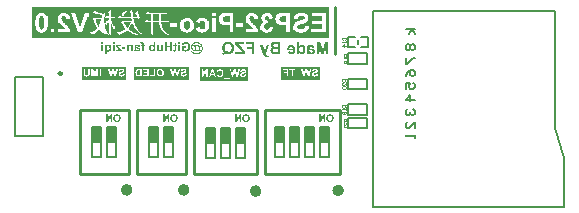
<source format=gbo>
G04*
G04 #@! TF.GenerationSoftware,Altium Limited,Altium Designer,20.0.13 (296)*
G04*
G04 Layer_Color=32896*
%FSLAX25Y25*%
%MOIN*%
G70*
G01*
G75*
%ADD10C,0.01000*%
%ADD11C,0.00984*%
%ADD12C,0.00787*%
%ADD13C,0.00600*%
%ADD17C,0.00315*%
%ADD81C,0.01968*%
%ADD82C,0.00591*%
%ADD83R,0.03000X0.05000*%
G36*
X107945Y63350D02*
X9055D01*
Y73650D01*
X107945D01*
Y63350D01*
D02*
G37*
G36*
X81015Y49104D02*
X64985D01*
Y53542D01*
X81015D01*
Y49104D01*
D02*
G37*
G36*
X61144Y49281D02*
X42856D01*
Y53719D01*
X61144D01*
Y49281D01*
D02*
G37*
G36*
X102120Y61023D02*
X102212Y61014D01*
X102295Y61001D01*
X102374Y60984D01*
X102444Y60966D01*
X102505Y60949D01*
X102566Y60931D01*
X102614Y60909D01*
X102658Y60892D01*
X102697Y60874D01*
X102728Y60857D01*
X102750Y60844D01*
X102767Y60835D01*
X102776Y60831D01*
X102780Y60826D01*
X102832Y60787D01*
X102881Y60739D01*
X102964Y60643D01*
X103033Y60538D01*
X103090Y60433D01*
X103134Y60341D01*
X103152Y60302D01*
X103165Y60267D01*
X103173Y60236D01*
X103182Y60215D01*
X103187Y60201D01*
Y60197D01*
X102492Y60070D01*
X102465Y60140D01*
X102435Y60201D01*
X102404Y60254D01*
X102374Y60293D01*
X102347Y60324D01*
X102326Y60341D01*
X102313Y60354D01*
X102308Y60359D01*
X102260Y60385D01*
X102208Y60407D01*
X102151Y60420D01*
X102098Y60433D01*
X102055Y60437D01*
X102015Y60442D01*
X101924D01*
X101871Y60437D01*
X101827Y60433D01*
X101784Y60429D01*
X101709Y60411D01*
X101653Y60394D01*
X101613Y60376D01*
X101583Y60359D01*
X101565Y60350D01*
X101561Y60346D01*
X101522Y60306D01*
X101495Y60254D01*
X101473Y60201D01*
X101460Y60149D01*
X101452Y60101D01*
X101447Y60062D01*
Y60031D01*
Y60027D01*
Y60022D01*
Y59948D01*
X101491Y59930D01*
X101539Y59913D01*
X101596Y59895D01*
X101653Y59878D01*
X101779Y59847D01*
X101902Y59817D01*
X101963Y59804D01*
X102020Y59791D01*
X102072Y59782D01*
X102116Y59773D01*
X102151Y59764D01*
X102181Y59760D01*
X102199Y59756D01*
X102203D01*
X102278Y59742D01*
X102343Y59725D01*
X102409Y59708D01*
X102470Y59694D01*
X102522Y59677D01*
X102575Y59664D01*
X102623Y59646D01*
X102662Y59633D01*
X102697Y59620D01*
X102732Y59611D01*
X102758Y59598D01*
X102780Y59590D01*
X102797Y59581D01*
X102811Y59576D01*
X102815Y59572D01*
X102819D01*
X102894Y59533D01*
X102959Y59485D01*
X103016Y59437D01*
X103060Y59389D01*
X103099Y59345D01*
X103125Y59310D01*
X103143Y59288D01*
X103147Y59284D01*
Y59279D01*
X103187Y59205D01*
X103217Y59131D01*
X103235Y59056D01*
X103252Y58987D01*
X103261Y58925D01*
X103265Y58882D01*
Y58864D01*
Y58851D01*
Y58842D01*
Y58838D01*
X103261Y58768D01*
X103252Y58702D01*
X103243Y58641D01*
X103226Y58584D01*
X103182Y58475D01*
X103160Y58432D01*
X103134Y58388D01*
X103112Y58349D01*
X103090Y58314D01*
X103068Y58287D01*
X103047Y58261D01*
X103029Y58244D01*
X103020Y58231D01*
X103012Y58222D01*
X103007Y58217D01*
X102955Y58174D01*
X102902Y58139D01*
X102846Y58108D01*
X102784Y58078D01*
X102666Y58034D01*
X102553Y58008D01*
X102500Y57999D01*
X102452Y57990D01*
X102409Y57986D01*
X102369Y57981D01*
X102339Y57977D01*
X102295D01*
X102199Y57981D01*
X102111Y57990D01*
X102028Y58008D01*
X101959Y58025D01*
X101897Y58043D01*
X101854Y58060D01*
X101836Y58065D01*
X101823Y58069D01*
X101819Y58073D01*
X101814D01*
X101731Y58113D01*
X101653Y58161D01*
X101578Y58209D01*
X101517Y58252D01*
X101465Y58296D01*
X101425Y58331D01*
X101399Y58353D01*
X101390Y58362D01*
X101386Y58353D01*
X101382Y58340D01*
X101373Y58309D01*
X101369Y58283D01*
X101364Y58274D01*
Y58270D01*
X101347Y58217D01*
X101334Y58169D01*
X101316Y58130D01*
X101307Y58099D01*
X101299Y58073D01*
X101290Y58056D01*
X101286Y58047D01*
Y58043D01*
X100521D01*
X100556Y58117D01*
X100586Y58191D01*
X100612Y58257D01*
X100630Y58314D01*
X100643Y58362D01*
X100652Y58401D01*
X100661Y58423D01*
Y58432D01*
X100665Y58467D01*
X100674Y58510D01*
X100682Y58598D01*
X100687Y58694D01*
X100691Y58785D01*
X100696Y58868D01*
Y58903D01*
Y58938D01*
Y58965D01*
Y58982D01*
Y58995D01*
Y59000D01*
X100682Y59904D01*
Y59996D01*
X100687Y60079D01*
X100691Y60153D01*
X100700Y60223D01*
X100709Y60289D01*
X100717Y60346D01*
X100726Y60394D01*
X100735Y60437D01*
X100744Y60477D01*
X100752Y60507D01*
X100761Y60538D01*
X100770Y60560D01*
X100779Y60573D01*
X100783Y60586D01*
X100787Y60595D01*
X100831Y60660D01*
X100888Y60721D01*
X100945Y60774D01*
X101006Y60822D01*
X101058Y60857D01*
X101106Y60883D01*
X101119Y60892D01*
X101133Y60901D01*
X101141Y60905D01*
X101146D01*
X101198Y60927D01*
X101251Y60949D01*
X101373Y60979D01*
X101500Y61001D01*
X101626Y61014D01*
X101688Y61023D01*
X101740Y61027D01*
X101792D01*
X101832Y61032D01*
X102024D01*
X102120Y61023D01*
D02*
G37*
G36*
X107757Y58043D02*
X107006D01*
Y61215D01*
X106210Y58043D01*
X105424D01*
X104629Y61215D01*
X104624Y58043D01*
X103873D01*
Y62076D01*
X105096D01*
X105813Y59323D01*
X106538Y62076D01*
X107757D01*
Y58043D01*
D02*
G37*
G36*
X86983Y58034D02*
X87009Y57946D01*
X87039Y57872D01*
X87074Y57802D01*
X87105Y57745D01*
X87135Y57697D01*
X87157Y57667D01*
X87175Y57645D01*
X87179Y57636D01*
X87232Y57584D01*
X87293Y57544D01*
X87363Y57514D01*
X87424Y57496D01*
X87485Y57483D01*
X87533Y57479D01*
X87551Y57474D01*
X87577D01*
X87686Y57479D01*
X87743Y57488D01*
X87791Y57496D01*
X87835Y57501D01*
X87870Y57509D01*
X87892Y57514D01*
X87900D01*
X87830Y56906D01*
X87752Y56889D01*
X87673Y56880D01*
X87603Y56871D01*
X87533Y56863D01*
X87481D01*
X87437Y56858D01*
X87398D01*
X87315Y56863D01*
X87240Y56867D01*
X87175Y56876D01*
X87118Y56885D01*
X87070Y56893D01*
X87035Y56898D01*
X87013Y56906D01*
X87004D01*
X86943Y56924D01*
X86886Y56946D01*
X86834Y56968D01*
X86790Y56989D01*
X86760Y57007D01*
X86733Y57024D01*
X86716Y57033D01*
X86712Y57038D01*
X86668Y57073D01*
X86624Y57107D01*
X86589Y57142D01*
X86559Y57177D01*
X86532Y57208D01*
X86515Y57234D01*
X86502Y57252D01*
X86497Y57256D01*
X86462Y57313D01*
X86427Y57374D01*
X86397Y57440D01*
X86366Y57501D01*
X86340Y57557D01*
X86323Y57601D01*
X86314Y57619D01*
X86309Y57632D01*
X86305Y57641D01*
Y57645D01*
X86117Y58152D01*
X85086Y60966D01*
X85886D01*
X86572Y58886D01*
X87267Y60966D01*
X88088D01*
X86983Y58034D01*
D02*
G37*
G36*
X95482Y61027D02*
X95587Y61014D01*
X95683Y60992D01*
X95771Y60966D01*
X95858Y60936D01*
X95937Y60901D01*
X96011Y60861D01*
X96077Y60826D01*
X96133Y60787D01*
X96186Y60748D01*
X96234Y60713D01*
X96269Y60682D01*
X96299Y60656D01*
X96321Y60634D01*
X96334Y60621D01*
X96339Y60616D01*
X96404Y60538D01*
X96461Y60451D01*
X96513Y60359D01*
X96557Y60267D01*
X96592Y60171D01*
X96623Y60075D01*
X96649Y59983D01*
X96666Y59895D01*
X96684Y59808D01*
X96693Y59734D01*
X96701Y59659D01*
X96710Y59598D01*
Y59550D01*
X96715Y59511D01*
Y59489D01*
Y59480D01*
X96710Y59371D01*
X96701Y59262D01*
X96688Y59161D01*
X96671Y59065D01*
X96649Y58978D01*
X96623Y58895D01*
X96596Y58816D01*
X96570Y58746D01*
X96544Y58685D01*
X96518Y58628D01*
X96492Y58584D01*
X96470Y58545D01*
X96452Y58510D01*
X96439Y58488D01*
X96430Y58475D01*
X96426Y58471D01*
X96352Y58384D01*
X96273Y58309D01*
X96186Y58244D01*
X96098Y58187D01*
X96002Y58139D01*
X95910Y58099D01*
X95819Y58065D01*
X95727Y58038D01*
X95639Y58016D01*
X95561Y58003D01*
X95486Y57990D01*
X95425Y57986D01*
X95373Y57981D01*
X95334Y57977D01*
X95299D01*
X95211Y57981D01*
X95128Y57986D01*
X95045Y57999D01*
X94971Y58012D01*
X94901Y58030D01*
X94835Y58047D01*
X94774Y58065D01*
X94717Y58086D01*
X94669Y58108D01*
X94626Y58126D01*
X94586Y58143D01*
X94556Y58161D01*
X94529Y58174D01*
X94512Y58187D01*
X94503Y58191D01*
X94499Y58196D01*
X94442Y58239D01*
X94385Y58287D01*
X94289Y58392D01*
X94206Y58497D01*
X94141Y58602D01*
X94114Y58650D01*
X94093Y58698D01*
X94071Y58737D01*
X94053Y58772D01*
X94044Y58803D01*
X94036Y58825D01*
X94027Y58838D01*
Y58842D01*
X94796Y58973D01*
X94822Y58895D01*
X94853Y58829D01*
X94884Y58772D01*
X94918Y58729D01*
X94945Y58694D01*
X94967Y58667D01*
X94984Y58654D01*
X94988Y58650D01*
X95036Y58619D01*
X95089Y58593D01*
X95137Y58576D01*
X95185Y58567D01*
X95229Y58558D01*
X95259Y58554D01*
X95290D01*
X95338Y58558D01*
X95386Y58563D01*
X95473Y58584D01*
X95552Y58615D01*
X95618Y58650D01*
X95670Y58681D01*
X95709Y58711D01*
X95731Y58733D01*
X95736Y58742D01*
X95740D01*
X95801Y58820D01*
X95845Y58908D01*
X95876Y59000D01*
X95897Y59087D01*
X95910Y59161D01*
X95915Y59196D01*
X95919Y59227D01*
X95924Y59249D01*
Y59271D01*
Y59279D01*
Y59284D01*
X93988D01*
Y59445D01*
X94001Y59594D01*
X94018Y59734D01*
X94040Y59865D01*
X94066Y59983D01*
X94097Y60088D01*
X94128Y60188D01*
X94162Y60276D01*
X94197Y60350D01*
X94232Y60416D01*
X94263Y60472D01*
X94293Y60520D01*
X94315Y60555D01*
X94333Y60577D01*
X94346Y60595D01*
X94350Y60599D01*
X94425Y60673D01*
X94503Y60743D01*
X94586Y60800D01*
X94669Y60848D01*
X94757Y60892D01*
X94840Y60927D01*
X94923Y60953D01*
X95006Y60979D01*
X95080Y60997D01*
X95150Y61010D01*
X95216Y61019D01*
X95268Y61023D01*
X95316Y61027D01*
X95347Y61032D01*
X95377D01*
X95482Y61027D01*
D02*
G37*
G36*
X91785Y58043D02*
X90273D01*
X90146Y58047D01*
X89932D01*
X89841Y58051D01*
X89762D01*
X89692Y58056D01*
X89631D01*
X89583Y58060D01*
X89539D01*
X89504Y58065D01*
X89478D01*
X89456Y58069D01*
X89434D01*
X89316Y58086D01*
X89211Y58113D01*
X89115Y58143D01*
X89036Y58178D01*
X88975Y58209D01*
X88949Y58222D01*
X88927Y58231D01*
X88910Y58244D01*
X88897Y58252D01*
X88892Y58257D01*
X88888D01*
X88809Y58318D01*
X88739Y58388D01*
X88678Y58458D01*
X88630Y58523D01*
X88591Y58580D01*
X88560Y58628D01*
X88551Y58646D01*
X88543Y58659D01*
X88538Y58667D01*
Y58672D01*
X88494Y58772D01*
X88464Y58868D01*
X88438Y58956D01*
X88425Y59039D01*
X88416Y59109D01*
X88411Y59140D01*
X88407Y59161D01*
Y59183D01*
Y59196D01*
Y59205D01*
Y59209D01*
Y59275D01*
X88416Y59336D01*
X88438Y59454D01*
X88473Y59555D01*
X88508Y59646D01*
X88525Y59681D01*
X88543Y59716D01*
X88560Y59747D01*
X88578Y59773D01*
X88591Y59791D01*
X88599Y59804D01*
X88604Y59812D01*
X88608Y59817D01*
X88687Y59909D01*
X88779Y59983D01*
X88875Y60048D01*
X88962Y60097D01*
X89045Y60136D01*
X89080Y60149D01*
X89111Y60162D01*
X89137Y60171D01*
X89154Y60180D01*
X89167Y60184D01*
X89172D01*
X89080Y60232D01*
X88997Y60289D01*
X88927Y60350D01*
X88866Y60407D01*
X88818Y60459D01*
X88783Y60499D01*
X88774Y60516D01*
X88766Y60529D01*
X88757Y60533D01*
Y60538D01*
X88704Y60630D01*
X88669Y60717D01*
X88643Y60804D01*
X88621Y60887D01*
X88613Y60957D01*
X88608Y60984D01*
Y61010D01*
X88604Y61032D01*
Y61045D01*
Y61054D01*
Y61058D01*
X88608Y61154D01*
X88621Y61241D01*
X88643Y61325D01*
X88665Y61394D01*
X88691Y61451D01*
X88709Y61495D01*
X88717Y61508D01*
X88726Y61521D01*
X88731Y61525D01*
Y61530D01*
X88779Y61604D01*
X88831Y61670D01*
X88884Y61726D01*
X88932Y61779D01*
X88975Y61814D01*
X89010Y61844D01*
X89032Y61862D01*
X89036Y61866D01*
X89041D01*
X89111Y61910D01*
X89185Y61945D01*
X89255Y61976D01*
X89320Y61997D01*
X89377Y62015D01*
X89421Y62024D01*
X89438Y62028D01*
X89452Y62032D01*
X89460D01*
X89508Y62041D01*
X89556Y62046D01*
X89670Y62059D01*
X89788Y62067D01*
X89906Y62072D01*
X89959D01*
X90011Y62076D01*
X91785D01*
Y58043D01*
D02*
G37*
G36*
X83019D02*
X82206D01*
Y59756D01*
X80519Y59756D01*
Y60437D01*
X82206Y60437D01*
Y61394D01*
X80253Y61394D01*
Y62076D01*
X83019Y62076D01*
Y58043D01*
D02*
G37*
G36*
X79685Y61394D02*
X77810D01*
X79929Y58777D01*
Y58043D01*
X76656D01*
Y58724D01*
X78946D01*
X76744Y61443D01*
Y62076D01*
X79685D01*
Y61394D01*
D02*
G37*
G36*
X98026Y60621D02*
X98095Y60695D01*
X98165Y60756D01*
X98235Y60813D01*
X98310Y60857D01*
X98379Y60896D01*
X98449Y60931D01*
X98519Y60957D01*
X98585Y60979D01*
X98646Y60997D01*
X98699Y61010D01*
X98747Y61019D01*
X98790Y61027D01*
X98825D01*
X98851Y61032D01*
X98873D01*
X98969Y61027D01*
X99066Y61014D01*
X99153Y60997D01*
X99236Y60970D01*
X99315Y60940D01*
X99385Y60909D01*
X99454Y60874D01*
X99516Y60839D01*
X99568Y60800D01*
X99616Y60765D01*
X99660Y60734D01*
X99695Y60704D01*
X99721Y60678D01*
X99739Y60660D01*
X99752Y60647D01*
X99756Y60643D01*
X99817Y60568D01*
X99870Y60485D01*
X99918Y60398D01*
X99957Y60306D01*
X99988Y60210D01*
X100018Y60118D01*
X100040Y60027D01*
X100058Y59935D01*
X100071Y59852D01*
X100084Y59769D01*
X100092Y59699D01*
X100097Y59638D01*
Y59585D01*
X100101Y59550D01*
Y59524D01*
Y59515D01*
X100097Y59384D01*
X100084Y59258D01*
X100066Y59140D01*
X100044Y59030D01*
X100018Y58930D01*
X99988Y58834D01*
X99957Y58750D01*
X99922Y58672D01*
X99887Y58606D01*
X99857Y58545D01*
X99826Y58497D01*
X99800Y58453D01*
X99778Y58423D01*
X99756Y58397D01*
X99747Y58384D01*
X99743Y58379D01*
X99673Y58309D01*
X99603Y58248D01*
X99529Y58191D01*
X99459Y58148D01*
X99385Y58108D01*
X99315Y58073D01*
X99245Y58047D01*
X99179Y58030D01*
X99118Y58012D01*
X99061Y57999D01*
X99009Y57990D01*
X98965Y57981D01*
X98930D01*
X98904Y57977D01*
X98882D01*
X98790Y57981D01*
X98703Y57995D01*
X98620Y58016D01*
X98545Y58038D01*
X98484Y58056D01*
X98436Y58078D01*
X98419Y58086D01*
X98401Y58091D01*
X98397Y58095D01*
X98393D01*
X98305Y58148D01*
X98222Y58204D01*
X98152Y58270D01*
X98087Y58331D01*
X98039Y58384D01*
X97999Y58432D01*
X97986Y58445D01*
X97977Y58458D01*
X97969Y58467D01*
Y58043D01*
X97252D01*
Y62076D01*
X98026D01*
Y60621D01*
D02*
G37*
G36*
X74511Y62137D02*
X74668Y62120D01*
X74816Y62089D01*
X74952Y62054D01*
X75079Y62015D01*
X75197Y61967D01*
X75306Y61919D01*
X75402Y61866D01*
X75489Y61814D01*
X75568Y61766D01*
X75634Y61718D01*
X75686Y61678D01*
X75725Y61643D01*
X75756Y61613D01*
X75778Y61595D01*
X75782Y61591D01*
X75874Y61482D01*
X75957Y61368D01*
X76027Y61246D01*
X76084Y61119D01*
X76136Y60992D01*
X76180Y60861D01*
X76215Y60739D01*
X76241Y60616D01*
X76263Y60503D01*
X76280Y60394D01*
X76289Y60298D01*
X76298Y60215D01*
X76302Y60149D01*
X76307Y60118D01*
Y60097D01*
Y60079D01*
Y60066D01*
Y60057D01*
Y60053D01*
X76302Y59874D01*
X76285Y59703D01*
X76258Y59541D01*
X76224Y59393D01*
X76184Y59258D01*
X76140Y59131D01*
X76092Y59017D01*
X76044Y58912D01*
X75996Y58820D01*
X75948Y58742D01*
X75905Y58672D01*
X75865Y58615D01*
X75830Y58571D01*
X75804Y58541D01*
X75787Y58519D01*
X75782Y58515D01*
X75677Y58418D01*
X75568Y58335D01*
X75450Y58261D01*
X75332Y58200D01*
X75210Y58148D01*
X75087Y58104D01*
X74969Y58064D01*
X74856Y58038D01*
X74747Y58012D01*
X74646Y57999D01*
X74554Y57986D01*
X74476Y57977D01*
X74410Y57973D01*
X74384D01*
X74362Y57968D01*
X74323D01*
X74148Y57977D01*
X73982Y57995D01*
X73908Y58008D01*
X73833Y58021D01*
X73768Y58038D01*
X73706Y58056D01*
X73650Y58069D01*
X73597Y58086D01*
X73554Y58099D01*
X73519Y58113D01*
X73488Y58121D01*
X73466Y58130D01*
X73453Y58139D01*
X73449D01*
X73357Y58082D01*
X73278Y58030D01*
X73208Y57981D01*
X73151Y57942D01*
X73099Y57911D01*
X73055Y57881D01*
X73016Y57859D01*
X72985Y57837D01*
X72964Y57820D01*
X72946Y57811D01*
X72929Y57802D01*
X72920Y57793D01*
X72911Y57785D01*
X72907D01*
X72776Y57719D01*
X72715Y57693D01*
X72658Y57671D01*
X72610Y57654D01*
X72575Y57641D01*
X72553Y57636D01*
X72544Y57632D01*
X72242Y58213D01*
X72374Y58261D01*
X72496Y58318D01*
X72605Y58375D01*
X72701Y58432D01*
X72745Y58453D01*
X72784Y58480D01*
X72815Y58501D01*
X72846Y58519D01*
X72867Y58532D01*
X72885Y58545D01*
X72894Y58549D01*
X72898Y58554D01*
X72811Y58659D01*
X72741Y58764D01*
X72680Y58864D01*
X72627Y58952D01*
X72592Y59030D01*
X72575Y59061D01*
X72566Y59087D01*
X72557Y59109D01*
X72548Y59126D01*
X72544Y59135D01*
Y59140D01*
X72496Y59292D01*
X72457Y59450D01*
X72430Y59603D01*
X72422Y59677D01*
X72413Y59747D01*
X72409Y59812D01*
X72404Y59869D01*
X72400Y59922D01*
X72395Y59970D01*
Y60005D01*
Y60035D01*
Y60053D01*
Y60057D01*
X72400Y60236D01*
X72417Y60407D01*
X72443Y60564D01*
X72478Y60713D01*
X72518Y60848D01*
X72562Y60975D01*
X72610Y61089D01*
X72658Y61193D01*
X72710Y61285D01*
X72758Y61364D01*
X72802Y61434D01*
X72841Y61490D01*
X72876Y61534D01*
X72902Y61565D01*
X72920Y61587D01*
X72924Y61591D01*
X73025Y61687D01*
X73134Y61775D01*
X73252Y61844D01*
X73366Y61910D01*
X73488Y61962D01*
X73606Y62006D01*
X73720Y62046D01*
X73829Y62072D01*
X73938Y62094D01*
X74034Y62111D01*
X74122Y62124D01*
X74196Y62133D01*
X74257Y62137D01*
X74305Y62142D01*
X74344D01*
X74511Y62137D01*
D02*
G37*
G36*
X104910Y49281D02*
X92090D01*
Y53719D01*
X104910D01*
Y49281D01*
D02*
G37*
G36*
X40428D02*
X25572D01*
Y53719D01*
X40428D01*
Y49281D01*
D02*
G37*
G36*
X58289Y61396D02*
X57708D01*
Y61934D01*
X58289D01*
Y61396D01*
D02*
G37*
G36*
X36454Y61396D02*
X35873D01*
Y61934D01*
X36454D01*
Y61396D01*
D02*
G37*
G36*
X32698D02*
X32118D01*
Y61934D01*
X32698D01*
Y61396D01*
D02*
G37*
G36*
X50099Y58906D02*
X49561D01*
Y59228D01*
X49508Y59162D01*
X49456Y59106D01*
X49403Y59060D01*
X49354Y59021D01*
X49312Y58988D01*
X49279Y58965D01*
X49266Y58959D01*
X49256Y58952D01*
X49253Y58949D01*
X49249D01*
X49180Y58919D01*
X49115Y58896D01*
X49053Y58880D01*
X48993Y58870D01*
X48948Y58864D01*
X48911Y58857D01*
X48879D01*
X48807Y58860D01*
X48741Y58870D01*
X48675Y58886D01*
X48616Y58903D01*
X48557Y58926D01*
X48505Y58952D01*
X48456Y58978D01*
X48410Y59008D01*
X48370Y59037D01*
X48334Y59064D01*
X48301Y59090D01*
X48275Y59113D01*
X48255Y59132D01*
X48242Y59146D01*
X48232Y59155D01*
X48229Y59159D01*
X48183Y59218D01*
X48141Y59283D01*
X48105Y59352D01*
X48075Y59424D01*
X48049Y59493D01*
X48026Y59565D01*
X48009Y59638D01*
X47993Y59706D01*
X47983Y59772D01*
X47973Y59831D01*
X47967Y59887D01*
X47964Y59933D01*
Y59972D01*
X47960Y60002D01*
Y60018D01*
Y60025D01*
X47964Y60123D01*
X47970Y60218D01*
X47983Y60303D01*
X48000Y60385D01*
X48023Y60458D01*
X48042Y60526D01*
X48068Y60589D01*
X48091Y60645D01*
X48114Y60694D01*
X48141Y60736D01*
X48160Y60776D01*
X48180Y60805D01*
X48200Y60828D01*
X48213Y60845D01*
X48219Y60854D01*
X48223Y60858D01*
X48272Y60910D01*
X48328Y60953D01*
X48380Y60992D01*
X48436Y61025D01*
X48492Y61054D01*
X48547Y61077D01*
X48600Y61097D01*
X48652Y61114D01*
X48702Y61127D01*
X48744Y61133D01*
X48783Y61140D01*
X48820Y61146D01*
X48846D01*
X48869Y61150D01*
X48885D01*
X48954Y61146D01*
X49016Y61137D01*
X49079Y61120D01*
X49138Y61100D01*
X49194Y61077D01*
X49246Y61051D01*
X49295Y61025D01*
X49338Y60996D01*
X49380Y60966D01*
X49413Y60940D01*
X49446Y60913D01*
X49472Y60891D01*
X49492Y60871D01*
X49505Y60854D01*
X49515Y60845D01*
X49518Y60841D01*
Y61934D01*
X50099D01*
Y58906D01*
D02*
G37*
G36*
X34542Y61146D02*
X34611Y61137D01*
X34676Y61123D01*
X34739Y61104D01*
X34798Y61081D01*
X34853Y61054D01*
X34903Y61028D01*
X34949Y61002D01*
X34991Y60972D01*
X35027Y60946D01*
X35057Y60920D01*
X35083Y60897D01*
X35106Y60877D01*
X35119Y60864D01*
X35129Y60854D01*
X35132Y60851D01*
X35178Y60792D01*
X35221Y60730D01*
X35257Y60664D01*
X35286Y60599D01*
X35313Y60530D01*
X35332Y60461D01*
X35352Y60395D01*
X35365Y60330D01*
X35375Y60267D01*
X35385Y60211D01*
X35388Y60159D01*
X35395Y60116D01*
Y60077D01*
X35398Y60051D01*
Y60034D01*
Y60028D01*
X35395Y59926D01*
X35385Y59828D01*
X35372Y59736D01*
X35355Y59651D01*
X35332Y59572D01*
X35309Y59496D01*
X35283Y59431D01*
X35257Y59372D01*
X35231Y59316D01*
X35204Y59270D01*
X35181Y59228D01*
X35158Y59195D01*
X35142Y59168D01*
X35129Y59152D01*
X35119Y59139D01*
X35116Y59136D01*
X35070Y59087D01*
X35021Y59044D01*
X34968Y59008D01*
X34916Y58975D01*
X34866Y58949D01*
X34814Y58926D01*
X34765Y58906D01*
X34716Y58893D01*
X34673Y58880D01*
X34630Y58873D01*
X34594Y58867D01*
X34561Y58860D01*
X34535D01*
X34516Y58857D01*
X34499D01*
X34427Y58860D01*
X34358Y58870D01*
X34296Y58883D01*
X34243Y58899D01*
X34197Y58916D01*
X34165Y58929D01*
X34151Y58936D01*
X34142Y58939D01*
X34138Y58942D01*
X34135D01*
X34073Y58978D01*
X34017Y59014D01*
X33971Y59054D01*
X33928Y59090D01*
X33896Y59123D01*
X33869Y59149D01*
X33856Y59165D01*
X33850Y59172D01*
Y58073D01*
X33269D01*
Y61100D01*
X33804D01*
Y60776D01*
X33853Y60841D01*
X33902Y60897D01*
X33948Y60946D01*
X33994Y60986D01*
X34030Y61015D01*
X34063Y61038D01*
X34083Y61051D01*
X34086Y61054D01*
X34089D01*
X34151Y61087D01*
X34217Y61110D01*
X34279Y61127D01*
X34338Y61137D01*
X34391Y61146D01*
X34414D01*
X34433Y61150D01*
X34470D01*
X34542Y61146D01*
D02*
G37*
G36*
X55704Y58906D02*
X55094D01*
Y60231D01*
X53894D01*
Y58906D01*
X53284D01*
Y61934D01*
X53894D01*
Y60743D01*
X55094D01*
Y61934D01*
X55704D01*
Y58906D01*
D02*
G37*
G36*
X38724Y60618D02*
X37953Y60622D01*
X37894D01*
X37841Y60625D01*
X37795D01*
X37756Y60628D01*
X37723D01*
X37704Y60631D01*
X37684D01*
X37727Y60589D01*
X37773Y60540D01*
X37822Y60484D01*
X37871Y60428D01*
X37917Y60379D01*
X37937Y60356D01*
X37953Y60339D01*
X37966Y60323D01*
X37976Y60310D01*
X37982Y60303D01*
X37986Y60300D01*
X38806Y59359D01*
Y58906D01*
X36848D01*
Y59414D01*
X37776D01*
X37819Y59411D01*
X37868D01*
X37917Y59408D01*
X37966Y59405D01*
X38005D01*
X38022Y59401D01*
X38045D01*
X37753Y59720D01*
X36913Y60690D01*
Y61100D01*
X38724D01*
Y60618D01*
D02*
G37*
G36*
X44205Y61143D02*
X44273Y61137D01*
X44336Y61127D01*
X44395Y61114D01*
X44447Y61100D01*
X44493Y61087D01*
X44539Y61074D01*
X44575Y61058D01*
X44608Y61045D01*
X44638Y61032D01*
X44661Y61018D01*
X44677Y61009D01*
X44690Y61002D01*
X44697Y60999D01*
X44700Y60996D01*
X44739Y60966D01*
X44775Y60930D01*
X44838Y60858D01*
X44890Y60779D01*
X44933Y60700D01*
X44966Y60631D01*
X44979Y60602D01*
X44989Y60576D01*
X44995Y60553D01*
X45002Y60536D01*
X45005Y60526D01*
Y60523D01*
X44483Y60428D01*
X44464Y60480D01*
X44441Y60526D01*
X44418Y60566D01*
X44395Y60595D01*
X44375Y60618D01*
X44359Y60631D01*
X44349Y60641D01*
X44346Y60645D01*
X44310Y60664D01*
X44270Y60681D01*
X44228Y60690D01*
X44188Y60700D01*
X44155Y60704D01*
X44126Y60707D01*
X44057D01*
X44018Y60704D01*
X43985Y60700D01*
X43952Y60697D01*
X43896Y60684D01*
X43854Y60671D01*
X43824Y60658D01*
X43801Y60645D01*
X43788Y60638D01*
X43785Y60635D01*
X43755Y60605D01*
X43736Y60566D01*
X43719Y60526D01*
X43709Y60487D01*
X43703Y60451D01*
X43699Y60422D01*
Y60399D01*
Y60395D01*
Y60392D01*
Y60336D01*
X43732Y60323D01*
X43768Y60310D01*
X43811Y60297D01*
X43854Y60284D01*
X43949Y60261D01*
X44041Y60238D01*
X44087Y60228D01*
X44129Y60218D01*
X44169Y60212D01*
X44201Y60205D01*
X44228Y60198D01*
X44251Y60195D01*
X44264Y60192D01*
X44267D01*
X44323Y60182D01*
X44372Y60169D01*
X44421Y60156D01*
X44467Y60146D01*
X44506Y60133D01*
X44546Y60123D01*
X44582Y60110D01*
X44611Y60100D01*
X44638Y60090D01*
X44664Y60084D01*
X44684Y60074D01*
X44700Y60067D01*
X44713Y60061D01*
X44723Y60057D01*
X44726Y60054D01*
X44729D01*
X44785Y60025D01*
X44834Y59988D01*
X44877Y59952D01*
X44910Y59916D01*
X44939Y59884D01*
X44959Y59857D01*
X44972Y59841D01*
X44975Y59838D01*
Y59834D01*
X45005Y59779D01*
X45028Y59723D01*
X45041Y59667D01*
X45054Y59615D01*
X45061Y59569D01*
X45064Y59536D01*
Y59523D01*
Y59513D01*
Y59506D01*
Y59503D01*
X45061Y59451D01*
X45054Y59401D01*
X45048Y59355D01*
X45035Y59313D01*
X45002Y59231D01*
X44985Y59198D01*
X44966Y59165D01*
X44949Y59136D01*
X44933Y59109D01*
X44916Y59090D01*
X44900Y59070D01*
X44887Y59057D01*
X44880Y59047D01*
X44874Y59041D01*
X44870Y59037D01*
X44831Y59004D01*
X44792Y58978D01*
X44749Y58955D01*
X44703Y58932D01*
X44615Y58900D01*
X44529Y58880D01*
X44490Y58873D01*
X44454Y58867D01*
X44421Y58864D01*
X44392Y58860D01*
X44369Y58857D01*
X44336D01*
X44264Y58860D01*
X44198Y58867D01*
X44136Y58880D01*
X44083Y58893D01*
X44037Y58906D01*
X44005Y58919D01*
X43991Y58922D01*
X43982Y58926D01*
X43978Y58929D01*
X43975D01*
X43913Y58959D01*
X43854Y58995D01*
X43798Y59031D01*
X43752Y59064D01*
X43713Y59096D01*
X43683Y59123D01*
X43663Y59139D01*
X43657Y59146D01*
X43654Y59139D01*
X43650Y59129D01*
X43644Y59106D01*
X43641Y59087D01*
X43637Y59080D01*
Y59077D01*
X43624Y59037D01*
X43614Y59001D01*
X43601Y58972D01*
X43595Y58949D01*
X43588Y58929D01*
X43581Y58916D01*
X43578Y58909D01*
Y58906D01*
X43004Y58906D01*
X43030Y58962D01*
X43053Y59018D01*
X43073Y59067D01*
X43086Y59109D01*
X43096Y59146D01*
X43103Y59175D01*
X43109Y59192D01*
Y59198D01*
X43112Y59224D01*
X43119Y59257D01*
X43126Y59323D01*
X43129Y59395D01*
X43132Y59464D01*
X43135Y59526D01*
Y59552D01*
Y59579D01*
Y59598D01*
Y59611D01*
Y59621D01*
Y59624D01*
X43126Y60303D01*
Y60372D01*
X43129Y60435D01*
X43132Y60490D01*
X43139Y60543D01*
X43145Y60592D01*
X43152Y60635D01*
X43158Y60671D01*
X43165Y60703D01*
X43171Y60733D01*
X43178Y60756D01*
X43185Y60779D01*
X43191Y60795D01*
X43198Y60805D01*
X43201Y60815D01*
X43204Y60822D01*
X43237Y60871D01*
X43280Y60917D01*
X43322Y60956D01*
X43368Y60992D01*
X43408Y61018D01*
X43444Y61038D01*
X43453Y61045D01*
X43463Y61051D01*
X43470Y61054D01*
X43473D01*
X43513Y61071D01*
X43552Y61087D01*
X43644Y61110D01*
X43739Y61127D01*
X43834Y61137D01*
X43880Y61143D01*
X43919Y61146D01*
X43959D01*
X43988Y61150D01*
X44133D01*
X44205Y61143D01*
D02*
G37*
G36*
X40046Y59713D02*
X38904D01*
Y60294D01*
X40046D01*
Y59713D01*
D02*
G37*
G36*
X60332Y61976D02*
X60405Y61970D01*
X60473Y61960D01*
X60539Y61947D01*
X60598Y61934D01*
X60654Y61920D01*
X60703Y61907D01*
X60749Y61894D01*
X60788Y61881D01*
X60821Y61868D01*
X60851Y61855D01*
X60874Y61845D01*
X60890Y61838D01*
X60900Y61835D01*
X60903Y61832D01*
X60972Y61792D01*
X61038Y61750D01*
X61100Y61707D01*
X61156Y61661D01*
X61208Y61612D01*
X61254Y61566D01*
X61300Y61520D01*
X61336Y61474D01*
X61372Y61432D01*
X61402Y61392D01*
X61425Y61356D01*
X61448Y61327D01*
X61464Y61300D01*
X61474Y61281D01*
X61480Y61268D01*
X61484Y61264D01*
X61520Y61196D01*
X61549Y61123D01*
X61576Y61051D01*
X61598Y60979D01*
X61615Y60907D01*
X61631Y60838D01*
X61644Y60769D01*
X61654Y60707D01*
X61664Y60648D01*
X61671Y60595D01*
X61674Y60546D01*
X61677Y60504D01*
X61681Y60471D01*
Y60444D01*
Y60431D01*
Y60425D01*
X61677Y60343D01*
X61674Y60264D01*
X61664Y60189D01*
X61654Y60113D01*
X61638Y60044D01*
X61625Y59979D01*
X61608Y59916D01*
X61592Y59857D01*
X61576Y59805D01*
X61559Y59759D01*
X61543Y59716D01*
X61530Y59684D01*
X61520Y59654D01*
X61510Y59634D01*
X61507Y59621D01*
X61503Y59618D01*
X61467Y59549D01*
X61431Y59487D01*
X61389Y59428D01*
X61346Y59372D01*
X61303Y59323D01*
X61257Y59273D01*
X61215Y59231D01*
X61172Y59195D01*
X61133Y59159D01*
X61097Y59129D01*
X61061Y59106D01*
X61034Y59083D01*
X61008Y59067D01*
X60992Y59057D01*
X60979Y59050D01*
X60975Y59047D01*
X60906Y59011D01*
X60838Y58982D01*
X60769Y58955D01*
X60697Y58932D01*
X60624Y58916D01*
X60555Y58900D01*
X60490Y58886D01*
X60427Y58877D01*
X60369Y58867D01*
X60316Y58860D01*
X60267Y58857D01*
X60224Y58854D01*
X60191Y58850D01*
X60145D01*
X60077Y58854D01*
X60008Y58857D01*
X59873Y58873D01*
X59808Y58883D01*
X59749Y58896D01*
X59689Y58909D01*
X59637Y58922D01*
X59588Y58936D01*
X59542Y58946D01*
X59503Y58959D01*
X59470Y58968D01*
X59443Y58978D01*
X59424Y58985D01*
X59411Y58991D01*
X59407D01*
X59342Y59018D01*
X59280Y59047D01*
X59220Y59073D01*
X59168Y59103D01*
X59115Y59129D01*
X59070Y59155D01*
X59030Y59182D01*
X58991Y59208D01*
X58958Y59231D01*
X58929Y59250D01*
X58906Y59270D01*
X58886Y59287D01*
X58869Y59300D01*
X58860Y59310D01*
X58853Y59313D01*
X58850Y59316D01*
Y60526D01*
X60165D01*
Y60015D01*
X59466D01*
Y59628D01*
X59522Y59588D01*
X59578Y59556D01*
X59634Y59526D01*
X59686Y59500D01*
X59732Y59477D01*
X59768Y59460D01*
X59781Y59454D01*
X59791Y59451D01*
X59798Y59447D01*
X59801D01*
X59873Y59421D01*
X59942Y59405D01*
X60004Y59392D01*
X60063Y59382D01*
X60113Y59375D01*
X60136D01*
X60152Y59372D01*
X60185D01*
X60257Y59375D01*
X60323Y59385D01*
X60385Y59398D01*
X60447Y59414D01*
X60503Y59434D01*
X60552Y59457D01*
X60601Y59480D01*
X60644Y59506D01*
X60680Y59533D01*
X60716Y59556D01*
X60742Y59579D01*
X60769Y59598D01*
X60785Y59615D01*
X60801Y59631D01*
X60808Y59638D01*
X60811Y59641D01*
X60854Y59693D01*
X60890Y59752D01*
X60923Y59815D01*
X60949Y59880D01*
X60972Y59949D01*
X60992Y60015D01*
X61008Y60084D01*
X61021Y60146D01*
X61031Y60208D01*
X61038Y60267D01*
X61044Y60316D01*
X61047Y60362D01*
Y60399D01*
X61051Y60428D01*
Y60444D01*
Y60451D01*
X61047Y60543D01*
X61041Y60628D01*
X61028Y60707D01*
X61015Y60779D01*
X60995Y60848D01*
X60975Y60910D01*
X60956Y60966D01*
X60933Y61015D01*
X60910Y61061D01*
X60890Y61097D01*
X60870Y61130D01*
X60851Y61156D01*
X60838Y61179D01*
X60824Y61192D01*
X60818Y61202D01*
X60815Y61205D01*
X60769Y61251D01*
X60719Y61291D01*
X60667Y61323D01*
X60615Y61353D01*
X60562Y61379D01*
X60510Y61399D01*
X60457Y61415D01*
X60408Y61428D01*
X60362Y61438D01*
X60316Y61448D01*
X60277Y61455D01*
X60244Y61458D01*
X60218Y61461D01*
X60178D01*
X60083Y61455D01*
X59998Y61442D01*
X59922Y61419D01*
X59860Y61396D01*
X59834Y61383D01*
X59808Y61373D01*
X59788Y61360D01*
X59772Y61350D01*
X59755Y61343D01*
X59745Y61337D01*
X59742Y61330D01*
X59739D01*
X59676Y61278D01*
X59627Y61222D01*
X59585Y61163D01*
X59552Y61107D01*
X59526Y61058D01*
X59516Y61035D01*
X59509Y61015D01*
X59503Y61002D01*
X59499Y60989D01*
X59496Y60982D01*
Y60979D01*
X58889Y61094D01*
X58909Y61169D01*
X58932Y61242D01*
X58961Y61310D01*
X58991Y61373D01*
X59024Y61428D01*
X59060Y61484D01*
X59093Y61533D01*
X59129Y61576D01*
X59161Y61615D01*
X59194Y61651D01*
X59224Y61678D01*
X59247Y61704D01*
X59270Y61724D01*
X59286Y61737D01*
X59296Y61743D01*
X59299Y61747D01*
X59361Y61789D01*
X59427Y61825D01*
X59496Y61855D01*
X59568Y61884D01*
X59644Y61907D01*
X59716Y61924D01*
X59788Y61940D01*
X59857Y61953D01*
X59922Y61963D01*
X59981Y61970D01*
X60037Y61976D01*
X60086Y61980D01*
X60123Y61983D01*
X60257D01*
X60332Y61976D01*
D02*
G37*
G36*
X57089Y61537D02*
Y61100D01*
X57354D01*
Y60638D01*
X57089D01*
Y59680D01*
Y59624D01*
Y59575D01*
Y59529D01*
X57085Y59487D01*
Y59447D01*
X57082Y59414D01*
Y59385D01*
X57079Y59359D01*
Y59339D01*
Y59319D01*
X57075Y59303D01*
Y59290D01*
X57072Y59277D01*
Y59270D01*
X57062Y59221D01*
X57049Y59175D01*
X57036Y59136D01*
X57023Y59103D01*
X57010Y59080D01*
X57000Y59060D01*
X56993Y59047D01*
X56990Y59044D01*
X56964Y59014D01*
X56938Y58988D01*
X56905Y58965D01*
X56875Y58946D01*
X56849Y58929D01*
X56826Y58919D01*
X56813Y58913D01*
X56806Y58909D01*
X56757Y58893D01*
X56708Y58880D01*
X56662Y58870D01*
X56619Y58864D01*
X56580Y58860D01*
X56551Y58857D01*
X56524D01*
X56432Y58860D01*
X56344Y58870D01*
X56265Y58883D01*
X56200Y58900D01*
X56170Y58906D01*
X56144Y58916D01*
X56121Y58922D01*
X56101Y58929D01*
X56085Y58936D01*
X56075Y58939D01*
X56068Y58942D01*
X56065D01*
X56118Y59392D01*
X56170Y59375D01*
X56216Y59362D01*
X56259Y59352D01*
X56291Y59346D01*
X56318Y59342D01*
X56334Y59339D01*
X56350D01*
X56390Y59342D01*
X56419Y59352D01*
X56432Y59359D01*
X56442Y59362D01*
X56446Y59365D01*
X56449D01*
X56472Y59388D01*
X56488Y59411D01*
X56495Y59431D01*
X56498Y59434D01*
Y59438D01*
Y59447D01*
X56501Y59464D01*
Y59483D01*
X56505Y59506D01*
Y59559D01*
X56508Y59611D01*
Y59664D01*
Y59690D01*
Y59710D01*
Y59726D01*
Y59739D01*
Y59749D01*
Y59752D01*
Y60638D01*
X56111D01*
Y61100D01*
X56508D01*
Y61878D01*
X57089Y61537D01*
D02*
G37*
G36*
X52667Y59710D02*
X52664Y59601D01*
X52661Y59549D01*
X52654Y59503D01*
X52651Y59460D01*
X52644Y59421D01*
X52637Y59385D01*
X52628Y59352D01*
X52621Y59323D01*
X52615Y59296D01*
X52608Y59273D01*
X52605Y59257D01*
X52598Y59244D01*
X52595Y59234D01*
X52592Y59228D01*
Y59224D01*
X52559Y59162D01*
X52519Y59109D01*
X52477Y59060D01*
X52434Y59024D01*
X52398Y58991D01*
X52369Y58972D01*
X52355Y58962D01*
X52346Y58955D01*
X52342Y58952D01*
X52339D01*
X52270Y58919D01*
X52201Y58896D01*
X52136Y58880D01*
X52073Y58870D01*
X52021Y58864D01*
X51998Y58860D01*
X51978Y58857D01*
X51942D01*
X51863Y58860D01*
X51788Y58873D01*
X51716Y58890D01*
X51657Y58906D01*
X51604Y58926D01*
X51585Y58932D01*
X51565Y58939D01*
X51552Y58946D01*
X51542Y58952D01*
X51535Y58955D01*
X51532D01*
X51463Y58998D01*
X51398Y59041D01*
X51345Y59090D01*
X51299Y59132D01*
X51263Y59172D01*
X51237Y59205D01*
X51227Y59218D01*
X51221Y59228D01*
X51214Y59231D01*
Y58906D01*
X50676D01*
Y61100D01*
X51257D01*
Y60172D01*
Y60087D01*
X51260Y60012D01*
Y59943D01*
X51263Y59884D01*
X51266Y59828D01*
X51270Y59779D01*
X51276Y59736D01*
X51280Y59700D01*
X51283Y59670D01*
X51289Y59644D01*
X51293Y59624D01*
X51296Y59608D01*
X51299Y59595D01*
Y59588D01*
X51303Y59582D01*
X51322Y59539D01*
X51345Y59500D01*
X51371Y59464D01*
X51398Y59434D01*
X51424Y59411D01*
X51444Y59395D01*
X51457Y59382D01*
X51463Y59378D01*
X51506Y59352D01*
X51552Y59333D01*
X51598Y59319D01*
X51637Y59310D01*
X51673Y59303D01*
X51699Y59300D01*
X51726D01*
X51772Y59303D01*
X51814Y59310D01*
X51850Y59319D01*
X51883Y59329D01*
X51909Y59339D01*
X51926Y59349D01*
X51939Y59355D01*
X51942Y59359D01*
X51972Y59385D01*
X51995Y59411D01*
X52014Y59438D01*
X52031Y59464D01*
X52041Y59487D01*
X52050Y59506D01*
X52054Y59519D01*
X52057Y59523D01*
X52064Y59546D01*
X52067Y59579D01*
X52070Y59615D01*
X52073Y59657D01*
X52077Y59700D01*
X52080Y59749D01*
X52083Y59847D01*
Y59893D01*
Y59939D01*
X52087Y59979D01*
Y60018D01*
Y60048D01*
Y60071D01*
Y60084D01*
Y60090D01*
Y61100D01*
X52667D01*
Y59710D01*
D02*
G37*
G36*
X58289Y58906D02*
X57708D01*
Y61100D01*
X58289D01*
Y58906D01*
D02*
G37*
G36*
X45661Y61980D02*
X45740Y61970D01*
X45809Y61953D01*
X45868Y61940D01*
X45913Y61924D01*
X45946Y61907D01*
X45959Y61904D01*
X45969Y61897D01*
X45973Y61894D01*
X45976D01*
X46032Y61861D01*
X46077Y61825D01*
X46114Y61786D01*
X46143Y61753D01*
X46166Y61720D01*
X46179Y61697D01*
X46189Y61681D01*
X46192Y61674D01*
X46202Y61648D01*
X46212Y61619D01*
X46225Y61553D01*
X46238Y61484D01*
X46245Y61419D01*
X46248Y61360D01*
Y61333D01*
X46251Y61310D01*
Y61291D01*
Y61278D01*
Y61268D01*
Y61264D01*
Y61100D01*
X46573D01*
Y60645D01*
X46251D01*
Y58906D01*
X45671D01*
Y60645D01*
X45238D01*
Y61100D01*
X45671D01*
Y61255D01*
X45667Y61314D01*
X45661Y61360D01*
X45654Y61399D01*
X45645Y61432D01*
X45635Y61455D01*
X45625Y61468D01*
X45622Y61478D01*
X45618Y61481D01*
X45595Y61501D01*
X45566Y61514D01*
X45536Y61527D01*
X45507Y61533D01*
X45477Y61537D01*
X45454Y61540D01*
X45385D01*
X45336Y61533D01*
X45290Y61530D01*
X45248Y61524D01*
X45215Y61517D01*
X45185Y61510D01*
X45169Y61507D01*
X45162Y61504D01*
X45087Y61907D01*
X45175Y61934D01*
X45264Y61950D01*
X45346Y61963D01*
X45421Y61973D01*
X45454Y61976D01*
X45484Y61980D01*
X45510D01*
X45533Y61983D01*
X45576D01*
X45661Y61980D01*
D02*
G37*
G36*
X41387Y61146D02*
X41463Y61133D01*
X41535Y61117D01*
X41604Y61091D01*
X41666Y61064D01*
X41725Y61032D01*
X41781Y60999D01*
X41830Y60963D01*
X41876Y60927D01*
X41912Y60894D01*
X41948Y60861D01*
X41974Y60835D01*
X41997Y60812D01*
X42014Y60792D01*
X42023Y60779D01*
X42027Y60776D01*
Y61100D01*
X42565D01*
Y58906D01*
X41984D01*
Y59900D01*
Y59965D01*
X41981Y60028D01*
Y60084D01*
X41978Y60133D01*
X41974Y60179D01*
X41971Y60221D01*
X41968Y60258D01*
X41961Y60290D01*
X41958Y60316D01*
X41955Y60339D01*
X41951Y60359D01*
X41948Y60375D01*
X41945Y60389D01*
Y60395D01*
X41941Y60402D01*
X41922Y60451D01*
X41899Y60494D01*
X41873Y60533D01*
X41846Y60562D01*
X41820Y60589D01*
X41800Y60605D01*
X41787Y60618D01*
X41781Y60622D01*
X41735Y60651D01*
X41686Y60671D01*
X41640Y60687D01*
X41600Y60697D01*
X41561Y60703D01*
X41535Y60707D01*
X41508D01*
X41466Y60703D01*
X41430Y60697D01*
X41397Y60687D01*
X41367Y60677D01*
X41344Y60668D01*
X41325Y60658D01*
X41315Y60651D01*
X41312Y60648D01*
X41282Y60625D01*
X41256Y60599D01*
X41236Y60569D01*
X41220Y60543D01*
X41207Y60520D01*
X41197Y60500D01*
X41190Y60487D01*
Y60484D01*
X41184Y60461D01*
X41177Y60435D01*
X41171Y60405D01*
X41167Y60369D01*
X41161Y60294D01*
X41154Y60215D01*
Y60143D01*
X41151Y60110D01*
Y60084D01*
Y60057D01*
Y60041D01*
Y60028D01*
Y60025D01*
Y58906D01*
X40570D01*
Y60267D01*
Y60359D01*
X40577Y60438D01*
X40580Y60504D01*
X40587Y60559D01*
X40593Y60602D01*
X40597Y60631D01*
X40603Y60651D01*
Y60658D01*
X40616Y60707D01*
X40636Y60753D01*
X40652Y60795D01*
X40672Y60831D01*
X40692Y60861D01*
X40705Y60881D01*
X40715Y60897D01*
X40718Y60900D01*
X40751Y60940D01*
X40790Y60972D01*
X40830Y61005D01*
X40869Y61028D01*
X40902Y61051D01*
X40931Y61064D01*
X40951Y61074D01*
X40954Y61077D01*
X40957D01*
X41017Y61100D01*
X41079Y61120D01*
X41138Y61133D01*
X41190Y61140D01*
X41240Y61146D01*
X41276Y61150D01*
X41308D01*
X41387Y61146D01*
D02*
G37*
G36*
X36454Y58906D02*
X35873D01*
Y61100D01*
X36454D01*
Y58906D01*
D02*
G37*
G36*
X32698D02*
X32118D01*
Y61100D01*
X32698D01*
Y58906D01*
D02*
G37*
G36*
X63881Y61986D02*
X63990Y61980D01*
X64095Y61966D01*
X64196Y61950D01*
X64291Y61930D01*
X64383Y61911D01*
X64465Y61888D01*
X64544Y61865D01*
X64613Y61838D01*
X64675Y61816D01*
X64728Y61796D01*
X64773Y61776D01*
X64810Y61760D01*
X64836Y61747D01*
X64852Y61740D01*
X64859Y61737D01*
X64944Y61688D01*
X65026Y61632D01*
X65105Y61573D01*
X65177Y61514D01*
X65243Y61451D01*
X65305Y61386D01*
X65361Y61327D01*
X65413Y61264D01*
X65459Y61209D01*
X65498Y61156D01*
X65531Y61107D01*
X65561Y61064D01*
X65580Y61032D01*
X65597Y61005D01*
X65607Y60989D01*
X65610Y60982D01*
X65659Y60887D01*
X65698Y60792D01*
X65735Y60697D01*
X65767Y60602D01*
X65794Y60510D01*
X65817Y60418D01*
X65833Y60333D01*
X65849Y60254D01*
X65859Y60179D01*
X65869Y60110D01*
X65872Y60051D01*
X65879Y59998D01*
Y59956D01*
X65882Y59926D01*
Y59907D01*
Y59903D01*
Y59900D01*
X65879Y59802D01*
X65872Y59706D01*
X65859Y59615D01*
X65846Y59526D01*
X65826Y59441D01*
X65807Y59359D01*
X65784Y59283D01*
X65761Y59214D01*
X65741Y59149D01*
X65718Y59093D01*
X65698Y59044D01*
X65679Y59001D01*
X65666Y58968D01*
X65653Y58942D01*
X65646Y58929D01*
X65643Y58922D01*
X65593Y58841D01*
X65541Y58765D01*
X65485Y58693D01*
X65426Y58627D01*
X65364Y58565D01*
X65302Y58509D01*
X65243Y58460D01*
X65184Y58414D01*
X65128Y58375D01*
X65075Y58339D01*
X65026Y58309D01*
X64987Y58286D01*
X64951Y58267D01*
X64928Y58253D01*
X64911Y58247D01*
X64905Y58244D01*
X64810Y58204D01*
X64711Y58168D01*
X64613Y58135D01*
X64511Y58109D01*
X64413Y58086D01*
X64314Y58066D01*
X64219Y58053D01*
X64131Y58040D01*
X64045Y58030D01*
X63970Y58024D01*
X63901Y58017D01*
X63842Y58014D01*
X63793Y58011D01*
X63727D01*
X63596Y58014D01*
X63475Y58024D01*
X63357Y58037D01*
X63242Y58053D01*
X63137Y58076D01*
X63038Y58099D01*
X62950Y58122D01*
X62865Y58148D01*
X62792Y58175D01*
X62723Y58198D01*
X62668Y58224D01*
X62622Y58244D01*
X62582Y58260D01*
X62556Y58273D01*
X62540Y58283D01*
X62533Y58286D01*
X62455Y58332D01*
X62382Y58385D01*
X62313Y58437D01*
X62251Y58490D01*
X62195Y58545D01*
X62143Y58601D01*
X62097Y58654D01*
X62054Y58706D01*
X62018Y58755D01*
X61985Y58801D01*
X61959Y58841D01*
X61936Y58877D01*
X61920Y58906D01*
X61907Y58926D01*
X61900Y58942D01*
X61897Y58946D01*
X62336D01*
X62379Y58896D01*
X62422Y58850D01*
X62517Y58765D01*
X62612Y58693D01*
X62704Y58637D01*
X62747Y58611D01*
X62786Y58591D01*
X62822Y58572D01*
X62851Y58558D01*
X62874Y58545D01*
X62894Y58539D01*
X62907Y58535D01*
X62910Y58532D01*
X62979Y58506D01*
X63048Y58486D01*
X63193Y58450D01*
X63334Y58427D01*
X63402Y58417D01*
X63465Y58408D01*
X63527Y58404D01*
X63583Y58398D01*
X63632Y58394D01*
X63675D01*
X63708Y58391D01*
X63757D01*
X63852Y58394D01*
X63944Y58398D01*
X64032Y58408D01*
X64117Y58417D01*
X64196Y58430D01*
X64272Y58444D01*
X64341Y58460D01*
X64406Y58476D01*
X64465Y58490D01*
X64514Y58506D01*
X64560Y58519D01*
X64600Y58532D01*
X64629Y58542D01*
X64649Y58552D01*
X64665Y58555D01*
X64669Y58558D01*
X64741Y58591D01*
X64810Y58627D01*
X64872Y58667D01*
X64931Y58709D01*
X64987Y58752D01*
X65039Y58795D01*
X65085Y58837D01*
X65124Y58880D01*
X65164Y58919D01*
X65193Y58955D01*
X65223Y58988D01*
X65246Y59018D01*
X65262Y59044D01*
X65275Y59060D01*
X65282Y59073D01*
X65285Y59077D01*
X65325Y59146D01*
X65357Y59214D01*
X65387Y59283D01*
X65413Y59352D01*
X65433Y59418D01*
X65452Y59487D01*
X65466Y59549D01*
X65479Y59608D01*
X65485Y59664D01*
X65492Y59713D01*
X65498Y59759D01*
X65502Y59798D01*
X65505Y59828D01*
Y59851D01*
Y59867D01*
Y59870D01*
X65502Y59956D01*
X65495Y60038D01*
X65485Y60116D01*
X65475Y60195D01*
X65459Y60271D01*
X65443Y60339D01*
X65426Y60408D01*
X65407Y60471D01*
X65387Y60526D01*
X65371Y60579D01*
X65354Y60625D01*
X65338Y60661D01*
X65328Y60694D01*
X65318Y60713D01*
X65311Y60730D01*
X65308Y60733D01*
X65269Y60808D01*
X65226Y60881D01*
X65180Y60946D01*
X65134Y61009D01*
X65085Y61068D01*
X65036Y61120D01*
X64990Y61169D01*
X64941Y61212D01*
X64898Y61251D01*
X64855Y61284D01*
X64819Y61314D01*
X64787Y61337D01*
X64760Y61356D01*
X64741Y61369D01*
X64728Y61376D01*
X64724Y61379D01*
X64649Y61419D01*
X64570Y61455D01*
X64491Y61484D01*
X64409Y61514D01*
X64331Y61533D01*
X64252Y61553D01*
X64177Y61569D01*
X64101Y61579D01*
X64032Y61589D01*
X63970Y61596D01*
X63914Y61602D01*
X63868Y61606D01*
X63829Y61609D01*
X63773D01*
X63652Y61606D01*
X63540Y61596D01*
X63432Y61576D01*
X63334Y61556D01*
X63242Y61530D01*
X63160Y61501D01*
X63081Y61468D01*
X63012Y61438D01*
X62950Y61405D01*
X62897Y61373D01*
X62851Y61343D01*
X62815Y61317D01*
X62786Y61297D01*
X62763Y61281D01*
X62750Y61268D01*
X62747Y61264D01*
X62681Y61199D01*
X62625Y61130D01*
X62576Y61061D01*
X62533Y60989D01*
X62497Y60917D01*
X62468Y60845D01*
X62441Y60776D01*
X62422Y60713D01*
X62405Y60651D01*
X62396Y60595D01*
X62386Y60543D01*
X62382Y60500D01*
X62379Y60464D01*
X62376Y60438D01*
Y60422D01*
Y60415D01*
X62382Y60310D01*
X62396Y60208D01*
X62419Y60116D01*
X62428Y60074D01*
X62441Y60031D01*
X62455Y59995D01*
X62464Y59962D01*
X62477Y59933D01*
X62487Y59910D01*
X62494Y59890D01*
X62501Y59877D01*
X62507Y59867D01*
Y59864D01*
X62559Y59772D01*
X62615Y59687D01*
X62671Y59615D01*
X62727Y59556D01*
X62776Y59506D01*
X62796Y59490D01*
X62812Y59474D01*
X62828Y59460D01*
X62838Y59451D01*
X62845Y59447D01*
X62848Y59444D01*
X62904Y59405D01*
X62953Y59375D01*
X62999Y59355D01*
X63035Y59342D01*
X63065Y59333D01*
X63088Y59329D01*
X63101Y59326D01*
X63104D01*
X63127Y59329D01*
X63143Y59339D01*
X63156Y59346D01*
X63160Y59349D01*
X63173Y59372D01*
X63179Y59398D01*
X63183Y59418D01*
Y59424D01*
Y59428D01*
Y59447D01*
X63179Y59474D01*
X63173Y59503D01*
X63170Y59536D01*
X63163Y59565D01*
X63160Y59588D01*
X63156Y59605D01*
Y59611D01*
X62845Y61094D01*
X63389D01*
X63442Y60861D01*
X63478Y60910D01*
X63514Y60953D01*
X63557Y60992D01*
X63599Y61025D01*
X63645Y61051D01*
X63691Y61074D01*
X63734Y61094D01*
X63780Y61107D01*
X63822Y61120D01*
X63858Y61127D01*
X63894Y61133D01*
X63924Y61140D01*
X63950D01*
X63970Y61143D01*
X63986D01*
X64081Y61137D01*
X64170Y61123D01*
X64255Y61097D01*
X64337Y61068D01*
X64409Y61028D01*
X64482Y60989D01*
X64544Y60943D01*
X64603Y60900D01*
X64655Y60854D01*
X64701Y60808D01*
X64741Y60769D01*
X64773Y60730D01*
X64800Y60700D01*
X64816Y60674D01*
X64829Y60661D01*
X64833Y60654D01*
X64882Y60579D01*
X64921Y60500D01*
X64957Y60425D01*
X64990Y60346D01*
X65016Y60271D01*
X65039Y60198D01*
X65056Y60130D01*
X65072Y60061D01*
X65082Y59998D01*
X65092Y59943D01*
X65095Y59893D01*
X65101Y59851D01*
Y59815D01*
X65105Y59792D01*
Y59775D01*
Y59769D01*
X65101Y59697D01*
X65095Y59631D01*
X65085Y59565D01*
X65069Y59506D01*
X65052Y59451D01*
X65033Y59398D01*
X65013Y59352D01*
X64990Y59310D01*
X64970Y59270D01*
X64951Y59237D01*
X64931Y59208D01*
X64915Y59185D01*
X64898Y59165D01*
X64888Y59152D01*
X64882Y59146D01*
X64878Y59142D01*
X64836Y59100D01*
X64790Y59064D01*
X64741Y59034D01*
X64695Y59004D01*
X64646Y58982D01*
X64600Y58965D01*
X64554Y58949D01*
X64511Y58936D01*
X64468Y58926D01*
X64432Y58919D01*
X64396Y58913D01*
X64367Y58909D01*
X64344D01*
X64327Y58906D01*
X64311D01*
X64252Y58909D01*
X64193Y58916D01*
X64140Y58929D01*
X64088Y58942D01*
X64039Y58959D01*
X63990Y58978D01*
X63947Y59001D01*
X63908Y59024D01*
X63872Y59044D01*
X63842Y59067D01*
X63813Y59087D01*
X63789Y59103D01*
X63770Y59116D01*
X63757Y59129D01*
X63750Y59136D01*
X63747Y59139D01*
X63734Y59100D01*
X63717Y59064D01*
X63698Y59034D01*
X63678Y59008D01*
X63662Y58991D01*
X63645Y58975D01*
X63635Y58968D01*
X63632Y58965D01*
X63596Y58946D01*
X63553Y58932D01*
X63511Y58919D01*
X63468Y58913D01*
X63432Y58909D01*
X63402Y58906D01*
X63373D01*
X63255Y58913D01*
X63147Y58929D01*
X63042Y58955D01*
X62940Y58991D01*
X62848Y59031D01*
X62763Y59077D01*
X62684Y59123D01*
X62612Y59175D01*
X62550Y59224D01*
X62491Y59270D01*
X62445Y59316D01*
X62402Y59359D01*
X62373Y59392D01*
X62350Y59418D01*
X62333Y59434D01*
X62330Y59441D01*
X62274Y59523D01*
X62222Y59605D01*
X62179Y59687D01*
X62143Y59769D01*
X62110Y59851D01*
X62084Y59930D01*
X62064Y60005D01*
X62045Y60077D01*
X62031Y60146D01*
X62022Y60205D01*
X62015Y60261D01*
X62012Y60307D01*
X62009Y60343D01*
X62005Y60372D01*
Y60389D01*
Y60395D01*
X62009Y60477D01*
X62015Y60556D01*
X62025Y60635D01*
X62038Y60710D01*
X62054Y60779D01*
X62074Y60848D01*
X62094Y60910D01*
X62113Y60969D01*
X62133Y61022D01*
X62153Y61068D01*
X62173Y61110D01*
X62189Y61143D01*
X62202Y61173D01*
X62212Y61192D01*
X62218Y61205D01*
X62222Y61209D01*
X62264Y61278D01*
X62310Y61340D01*
X62359Y61402D01*
X62409Y61458D01*
X62461Y61507D01*
X62510Y61556D01*
X62563Y61599D01*
X62612Y61638D01*
X62658Y61671D01*
X62701Y61701D01*
X62740Y61727D01*
X62776Y61750D01*
X62802Y61766D01*
X62825Y61776D01*
X62838Y61783D01*
X62842Y61786D01*
X62917Y61822D01*
X62996Y61852D01*
X63078Y61881D01*
X63156Y61904D01*
X63235Y61924D01*
X63311Y61940D01*
X63386Y61953D01*
X63455Y61963D01*
X63521Y61973D01*
X63580Y61980D01*
X63632Y61983D01*
X63678Y61986D01*
X63714Y61989D01*
X63767D01*
X63881Y61986D01*
D02*
G37*
G36*
X106653Y35387D02*
X106183D01*
Y37041D01*
X105162Y35387D01*
X104654D01*
Y37907D01*
X105124D01*
Y36214D01*
X106161Y37907D01*
X106653D01*
Y35387D01*
D02*
G37*
G36*
X108394Y37942D02*
X108498Y37931D01*
X108545Y37923D01*
X108591Y37915D01*
X108632Y37907D01*
X108670Y37898D01*
X108706Y37887D01*
X108736Y37879D01*
X108763Y37871D01*
X108785Y37863D01*
X108801Y37855D01*
X108815Y37852D01*
X108823Y37846D01*
X108826D01*
X108891Y37817D01*
X108951Y37781D01*
X109009Y37743D01*
X109055Y37705D01*
X109096Y37672D01*
X109112Y37658D01*
X109126Y37644D01*
X109137Y37634D01*
X109145Y37625D01*
X109151Y37623D01*
X109153Y37620D01*
X109205Y37560D01*
X109252Y37503D01*
X109292Y37442D01*
X109325Y37391D01*
X109350Y37341D01*
X109361Y37322D01*
X109369Y37306D01*
X109377Y37292D01*
X109383Y37281D01*
X109385Y37276D01*
Y37273D01*
X109404Y37224D01*
X109424Y37170D01*
X109451Y37063D01*
X109473Y36954D01*
X109478Y36902D01*
X109486Y36853D01*
X109489Y36804D01*
X109494Y36763D01*
X109497Y36724D01*
Y36692D01*
X109500Y36664D01*
Y36643D01*
Y36632D01*
Y36626D01*
X109497Y36517D01*
X109486Y36413D01*
X109470Y36315D01*
X109448Y36225D01*
X109424Y36140D01*
X109396Y36064D01*
X109366Y35993D01*
X109334Y35930D01*
X109303Y35873D01*
X109273Y35824D01*
X109246Y35780D01*
X109221Y35744D01*
X109200Y35717D01*
X109183Y35698D01*
X109172Y35687D01*
X109170Y35682D01*
X109104Y35622D01*
X109036Y35570D01*
X108965Y35523D01*
X108891Y35485D01*
X108818Y35452D01*
X108741Y35425D01*
X108670Y35401D01*
X108599Y35384D01*
X108534Y35368D01*
X108474Y35359D01*
X108416Y35351D01*
X108370Y35346D01*
X108332Y35343D01*
X108301Y35340D01*
X108277D01*
X108176Y35343D01*
X108078Y35354D01*
X107988Y35373D01*
X107903Y35395D01*
X107824Y35420D01*
X107750Y35450D01*
X107685Y35480D01*
X107624Y35512D01*
X107570Y35545D01*
X107524Y35575D01*
X107483Y35605D01*
X107450Y35630D01*
X107422Y35652D01*
X107406Y35671D01*
X107392Y35682D01*
X107390Y35684D01*
X107330Y35753D01*
X107281Y35824D01*
X107234Y35900D01*
X107196Y35979D01*
X107166Y36058D01*
X107139Y36138D01*
X107117Y36217D01*
X107098Y36290D01*
X107084Y36361D01*
X107073Y36430D01*
X107068Y36487D01*
X107062Y36539D01*
X107059Y36582D01*
X107057Y36599D01*
Y36613D01*
Y36623D01*
Y36632D01*
Y36637D01*
Y36640D01*
X107059Y36752D01*
X107070Y36858D01*
X107087Y36957D01*
X107108Y37049D01*
X107133Y37134D01*
X107163Y37213D01*
X107193Y37287D01*
X107223Y37350D01*
X107256Y37410D01*
X107286Y37459D01*
X107313Y37503D01*
X107341Y37538D01*
X107362Y37565D01*
X107379Y37584D01*
X107390Y37598D01*
X107392Y37601D01*
X107458Y37661D01*
X107526Y37716D01*
X107597Y37762D01*
X107671Y37800D01*
X107747Y37836D01*
X107821Y37863D01*
X107892Y37885D01*
X107963Y37904D01*
X108028Y37918D01*
X108089Y37928D01*
X108143Y37937D01*
X108190Y37942D01*
X108228Y37945D01*
X108258Y37947D01*
X108282D01*
X108394Y37942D01*
D02*
G37*
G36*
X78652Y35339D02*
X78183D01*
Y36993D01*
X77162Y35339D01*
X76654D01*
Y37859D01*
X77124D01*
Y36166D01*
X78161Y37859D01*
X78652D01*
Y35339D01*
D02*
G37*
G36*
X80394Y37894D02*
X80498Y37883D01*
X80544Y37875D01*
X80591Y37867D01*
X80632Y37859D01*
X80670Y37850D01*
X80705Y37839D01*
X80735Y37831D01*
X80763Y37823D01*
X80785Y37815D01*
X80801Y37807D01*
X80815Y37804D01*
X80823Y37799D01*
X80826D01*
X80891Y37769D01*
X80951Y37733D01*
X81008Y37695D01*
X81055Y37657D01*
X81096Y37624D01*
X81112Y37610D01*
X81126Y37596D01*
X81137Y37586D01*
X81145Y37577D01*
X81150Y37575D01*
X81153Y37572D01*
X81205Y37512D01*
X81251Y37455D01*
X81292Y37394D01*
X81325Y37343D01*
X81350Y37293D01*
X81361Y37274D01*
X81369Y37258D01*
X81377Y37244D01*
X81382Y37233D01*
X81385Y37228D01*
Y37225D01*
X81404Y37176D01*
X81423Y37121D01*
X81451Y37015D01*
X81472Y36906D01*
X81478Y36854D01*
X81486Y36805D01*
X81489Y36756D01*
X81494Y36715D01*
X81497Y36676D01*
Y36644D01*
X81500Y36616D01*
Y36595D01*
Y36584D01*
Y36578D01*
X81497Y36469D01*
X81486Y36365D01*
X81470Y36267D01*
X81448Y36177D01*
X81423Y36092D01*
X81396Y36016D01*
X81366Y35945D01*
X81333Y35882D01*
X81303Y35825D01*
X81273Y35776D01*
X81246Y35732D01*
X81221Y35696D01*
X81200Y35669D01*
X81183Y35650D01*
X81172Y35639D01*
X81169Y35634D01*
X81104Y35574D01*
X81036Y35522D01*
X80965Y35475D01*
X80891Y35437D01*
X80817Y35404D01*
X80741Y35377D01*
X80670Y35352D01*
X80599Y35336D01*
X80533Y35320D01*
X80473Y35311D01*
X80416Y35303D01*
X80370Y35298D01*
X80331Y35295D01*
X80301Y35292D01*
X80277D01*
X80176Y35295D01*
X80077Y35306D01*
X79987Y35325D01*
X79903Y35347D01*
X79824Y35372D01*
X79750Y35401D01*
X79684Y35432D01*
X79624Y35464D01*
X79570Y35497D01*
X79523Y35527D01*
X79482Y35557D01*
X79450Y35582D01*
X79422Y35604D01*
X79406Y35623D01*
X79392Y35634D01*
X79390Y35636D01*
X79330Y35705D01*
X79280Y35776D01*
X79234Y35852D01*
X79196Y35931D01*
X79166Y36010D01*
X79138Y36090D01*
X79116Y36169D01*
X79097Y36242D01*
X79084Y36313D01*
X79073Y36382D01*
X79067Y36439D01*
X79062Y36491D01*
X79059Y36535D01*
X79057Y36551D01*
Y36564D01*
Y36575D01*
Y36584D01*
Y36589D01*
Y36592D01*
X79059Y36704D01*
X79070Y36810D01*
X79087Y36909D01*
X79108Y37001D01*
X79133Y37086D01*
X79163Y37165D01*
X79193Y37239D01*
X79223Y37302D01*
X79256Y37362D01*
X79286Y37411D01*
X79313Y37455D01*
X79340Y37490D01*
X79362Y37517D01*
X79379Y37536D01*
X79390Y37550D01*
X79392Y37553D01*
X79458Y37613D01*
X79526Y37668D01*
X79597Y37714D01*
X79671Y37752D01*
X79747Y37788D01*
X79821Y37815D01*
X79892Y37837D01*
X79963Y37856D01*
X80028Y37870D01*
X80088Y37880D01*
X80143Y37889D01*
X80189Y37894D01*
X80228Y37897D01*
X80258Y37900D01*
X80282D01*
X80394Y37894D01*
D02*
G37*
G36*
X54653Y35387D02*
X54183D01*
Y37041D01*
X53162Y35387D01*
X52654D01*
Y37907D01*
X53124D01*
Y36214D01*
X54161Y37907D01*
X54653D01*
Y35387D01*
D02*
G37*
G36*
X56394Y37942D02*
X56498Y37931D01*
X56545Y37923D01*
X56591Y37915D01*
X56632Y37907D01*
X56670Y37898D01*
X56706Y37887D01*
X56736Y37879D01*
X56763Y37871D01*
X56785Y37863D01*
X56801Y37855D01*
X56815Y37852D01*
X56823Y37846D01*
X56826D01*
X56891Y37817D01*
X56951Y37781D01*
X57009Y37743D01*
X57055Y37705D01*
X57096Y37672D01*
X57112Y37658D01*
X57126Y37644D01*
X57137Y37634D01*
X57145Y37625D01*
X57151Y37623D01*
X57153Y37620D01*
X57205Y37560D01*
X57252Y37503D01*
X57292Y37442D01*
X57325Y37391D01*
X57350Y37341D01*
X57361Y37322D01*
X57369Y37306D01*
X57377Y37292D01*
X57383Y37281D01*
X57385Y37276D01*
Y37273D01*
X57404Y37224D01*
X57424Y37170D01*
X57451Y37063D01*
X57473Y36954D01*
X57478Y36902D01*
X57486Y36853D01*
X57489Y36804D01*
X57494Y36763D01*
X57497Y36724D01*
Y36692D01*
X57500Y36664D01*
Y36643D01*
Y36632D01*
Y36626D01*
X57497Y36517D01*
X57486Y36413D01*
X57470Y36315D01*
X57448Y36225D01*
X57424Y36140D01*
X57396Y36064D01*
X57366Y35993D01*
X57333Y35930D01*
X57303Y35873D01*
X57273Y35824D01*
X57246Y35780D01*
X57222Y35744D01*
X57200Y35717D01*
X57183Y35698D01*
X57172Y35687D01*
X57170Y35682D01*
X57104Y35622D01*
X57036Y35570D01*
X56965Y35523D01*
X56891Y35485D01*
X56818Y35452D01*
X56741Y35425D01*
X56670Y35401D01*
X56599Y35384D01*
X56534Y35368D01*
X56473Y35359D01*
X56416Y35351D01*
X56370Y35346D01*
X56332Y35343D01*
X56301Y35340D01*
X56277D01*
X56176Y35343D01*
X56078Y35354D01*
X55988Y35373D01*
X55903Y35395D01*
X55824Y35420D01*
X55750Y35450D01*
X55685Y35480D01*
X55625Y35512D01*
X55570Y35545D01*
X55524Y35575D01*
X55483Y35605D01*
X55450Y35630D01*
X55423Y35652D01*
X55406Y35671D01*
X55392Y35682D01*
X55390Y35684D01*
X55330Y35753D01*
X55281Y35824D01*
X55234Y35900D01*
X55196Y35979D01*
X55166Y36058D01*
X55138Y36138D01*
X55117Y36217D01*
X55098Y36290D01*
X55084Y36361D01*
X55073Y36430D01*
X55068Y36487D01*
X55062Y36539D01*
X55059Y36582D01*
X55057Y36599D01*
Y36613D01*
Y36623D01*
Y36632D01*
Y36637D01*
Y36640D01*
X55059Y36752D01*
X55070Y36858D01*
X55087Y36957D01*
X55108Y37049D01*
X55133Y37134D01*
X55163Y37213D01*
X55193Y37287D01*
X55223Y37350D01*
X55256Y37410D01*
X55286Y37459D01*
X55313Y37503D01*
X55341Y37538D01*
X55362Y37565D01*
X55379Y37584D01*
X55390Y37598D01*
X55392Y37601D01*
X55458Y37661D01*
X55526Y37716D01*
X55597Y37762D01*
X55671Y37800D01*
X55747Y37836D01*
X55821Y37863D01*
X55892Y37885D01*
X55963Y37904D01*
X56028Y37918D01*
X56089Y37928D01*
X56143Y37937D01*
X56190Y37942D01*
X56228Y37945D01*
X56258Y37947D01*
X56282D01*
X56394Y37942D01*
D02*
G37*
G36*
X35653Y35387D02*
X35183D01*
Y37041D01*
X34162Y35387D01*
X33654D01*
Y37907D01*
X34124D01*
Y36214D01*
X35161Y37907D01*
X35653D01*
Y35387D01*
D02*
G37*
G36*
X37394Y37942D02*
X37498Y37931D01*
X37545Y37923D01*
X37591Y37915D01*
X37632Y37907D01*
X37670Y37898D01*
X37706Y37887D01*
X37736Y37879D01*
X37763Y37871D01*
X37785Y37863D01*
X37801Y37855D01*
X37815Y37852D01*
X37823Y37846D01*
X37826D01*
X37891Y37817D01*
X37951Y37781D01*
X38009Y37743D01*
X38055Y37705D01*
X38096Y37672D01*
X38112Y37658D01*
X38126Y37644D01*
X38137Y37634D01*
X38145Y37625D01*
X38151Y37623D01*
X38153Y37620D01*
X38205Y37560D01*
X38252Y37503D01*
X38293Y37442D01*
X38325Y37391D01*
X38350Y37341D01*
X38361Y37322D01*
X38369Y37306D01*
X38377Y37292D01*
X38383Y37281D01*
X38385Y37276D01*
Y37273D01*
X38405Y37224D01*
X38424Y37170D01*
X38451Y37063D01*
X38473Y36954D01*
X38478Y36902D01*
X38486Y36853D01*
X38489Y36804D01*
X38495Y36763D01*
X38497Y36724D01*
Y36692D01*
X38500Y36664D01*
Y36643D01*
Y36632D01*
Y36626D01*
X38497Y36517D01*
X38486Y36413D01*
X38470Y36315D01*
X38448Y36225D01*
X38424Y36140D01*
X38396Y36064D01*
X38366Y35993D01*
X38333Y35930D01*
X38303Y35873D01*
X38273Y35824D01*
X38246Y35780D01*
X38221Y35744D01*
X38200Y35717D01*
X38183Y35698D01*
X38172Y35687D01*
X38170Y35682D01*
X38104Y35622D01*
X38036Y35570D01*
X37965Y35523D01*
X37891Y35485D01*
X37817Y35452D01*
X37741Y35425D01*
X37670Y35401D01*
X37599Y35384D01*
X37534Y35368D01*
X37473Y35359D01*
X37416Y35351D01*
X37370Y35346D01*
X37332Y35343D01*
X37301Y35340D01*
X37277D01*
X37176Y35343D01*
X37078Y35354D01*
X36988Y35373D01*
X36903Y35395D01*
X36824Y35420D01*
X36750Y35450D01*
X36685Y35480D01*
X36625Y35512D01*
X36570Y35545D01*
X36524Y35575D01*
X36483Y35605D01*
X36450Y35630D01*
X36423Y35652D01*
X36406Y35671D01*
X36392Y35682D01*
X36390Y35684D01*
X36330Y35753D01*
X36281Y35824D01*
X36234Y35900D01*
X36196Y35979D01*
X36166Y36058D01*
X36138Y36138D01*
X36117Y36217D01*
X36098Y36290D01*
X36084Y36361D01*
X36073Y36430D01*
X36068Y36487D01*
X36062Y36539D01*
X36059Y36582D01*
X36057Y36599D01*
Y36613D01*
Y36623D01*
Y36632D01*
Y36637D01*
Y36640D01*
X36059Y36752D01*
X36070Y36858D01*
X36087Y36957D01*
X36108Y37049D01*
X36133Y37134D01*
X36163Y37213D01*
X36193Y37287D01*
X36223Y37350D01*
X36256Y37410D01*
X36286Y37459D01*
X36313Y37503D01*
X36341Y37538D01*
X36362Y37565D01*
X36379Y37584D01*
X36390Y37598D01*
X36392Y37601D01*
X36458Y37661D01*
X36526Y37716D01*
X36597Y37762D01*
X36671Y37800D01*
X36747Y37836D01*
X36821Y37863D01*
X36892Y37885D01*
X36963Y37904D01*
X37029Y37918D01*
X37089Y37928D01*
X37143Y37937D01*
X37190Y37942D01*
X37228Y37945D01*
X37258Y37947D01*
X37282D01*
X37394Y37942D01*
D02*
G37*
%LPC*%
G36*
X54520Y72338D02*
D01*
Y64447D01*
X54208D01*
X54381Y64655D01*
X54367Y64662D01*
X54333Y64690D01*
X54270Y64732D01*
X54194Y64787D01*
X54097Y64856D01*
X53986Y64940D01*
X53868Y65037D01*
X53736Y65148D01*
X53597Y65266D01*
X53451Y65398D01*
X53312Y65530D01*
X53167Y65675D01*
X53028Y65828D01*
X52896Y65988D01*
X52771Y66154D01*
X52660Y66321D01*
X52653Y66335D01*
X52632Y66363D01*
X52605Y66411D01*
X52570Y66487D01*
X52528Y66578D01*
X52479Y66682D01*
X52424Y66814D01*
X52368Y66952D01*
X52313Y67112D01*
X52264Y67292D01*
X52209Y67487D01*
X52167Y67688D01*
X52126Y67910D01*
X52091Y68146D01*
X52070Y68396D01*
X52056Y68660D01*
X53409D01*
X53458Y68653D01*
X53569Y68646D01*
X53701Y68632D01*
X53840Y68618D01*
X53992Y68590D01*
X54152Y68555D01*
X54520Y69034D01*
X52056D01*
Y71436D01*
X52931D01*
X52979Y71429D01*
X53090Y71422D01*
X53222Y71408D01*
X53361Y71394D01*
X53514Y71366D01*
X53673Y71332D01*
X54041Y71810D01*
X48135D01*
X47580Y72338D01*
X46768Y71436D01*
X48718D01*
Y69034D01*
X47753D01*
X47170Y69590D01*
X46324Y68660D01*
D01*
X48718D01*
Y66078D01*
Y66071D01*
Y66050D01*
Y66009D01*
Y65960D01*
Y65904D01*
Y65828D01*
Y65752D01*
X48711Y65662D01*
Y65564D01*
Y65460D01*
X48704Y65238D01*
X48697Y64995D01*
X48683Y64752D01*
X49447Y64516D01*
Y64530D01*
Y64565D01*
Y64627D01*
X49440Y64704D01*
Y64801D01*
X49433Y64905D01*
Y65030D01*
X49426Y65162D01*
Y65308D01*
Y65453D01*
X49419Y65759D01*
X49412Y66064D01*
Y66210D01*
Y66349D01*
Y68660D01*
X51362D01*
Y68653D01*
Y68646D01*
Y68625D01*
Y68597D01*
X51369Y68563D01*
Y68521D01*
X51376Y68424D01*
X51390Y68299D01*
X51404Y68160D01*
X51432Y68000D01*
X51459Y67827D01*
X51494Y67646D01*
X51543Y67452D01*
X51591Y67251D01*
X51661Y67049D01*
X51730Y66841D01*
X51820Y66640D01*
X51917Y66439D01*
X52028Y66251D01*
X52035Y66237D01*
X52056Y66210D01*
X52098Y66154D01*
X52153Y66085D01*
X52223Y65995D01*
X52306Y65898D01*
X52410Y65780D01*
X52535Y65655D01*
X52674Y65516D01*
X52833Y65377D01*
X53014Y65224D01*
X53208Y65072D01*
X53430Y64912D01*
X53666Y64759D01*
X53930Y64600D01*
X54208Y64447D01*
X46324D01*
X54520D01*
Y72338D01*
D02*
G37*
G36*
X40605Y72477D02*
X40591Y72470D01*
X40557Y72456D01*
X40501Y72435D01*
X40432Y72407D01*
X40348Y72366D01*
X40244Y72324D01*
X40140Y72275D01*
X40029Y72227D01*
X39793Y72116D01*
X39557Y71998D01*
X39453Y71935D01*
X39356Y71880D01*
X39273Y71824D01*
X39203Y71769D01*
X39196D01*
X39189Y71755D01*
X39148Y71720D01*
X39099Y71672D01*
X39037Y71602D01*
X38974Y71519D01*
X38919Y71422D01*
X38884Y71325D01*
X38877Y71276D01*
X38870Y71220D01*
Y71214D01*
Y71200D01*
X38877Y71172D01*
X38884Y71130D01*
X38898Y71082D01*
X38912Y71019D01*
X38940Y70943D01*
X38974Y70860D01*
X38981Y70853D01*
X38988Y70825D01*
X39009Y70783D01*
X39037Y70742D01*
X39072Y70693D01*
X39113Y70658D01*
X39155Y70631D01*
X39203Y70617D01*
X39210D01*
X39231Y70624D01*
X39266Y70638D01*
X39307Y70665D01*
X39356Y70707D01*
X39419Y70769D01*
X39453Y70811D01*
X39488Y70867D01*
X39523Y70922D01*
X39564Y70985D01*
Y70991D01*
X39578Y71005D01*
X39599Y71033D01*
X39620Y71075D01*
X39654Y71123D01*
X39703Y71179D01*
X39752Y71248D01*
X39814Y71325D01*
X39890Y71415D01*
X39974Y71512D01*
X40071Y71616D01*
X40175Y71727D01*
X40293Y71852D01*
X40425Y71977D01*
X40571Y72116D01*
X40730Y72262D01*
X40605Y72477D01*
D02*
G37*
G36*
X36601Y72581D02*
D01*
Y66432D01*
X36587Y66446D01*
X36580Y66467D01*
X36559Y66501D01*
X36538Y66543D01*
X36511Y66598D01*
X36483Y66654D01*
X36448Y66723D01*
X36413Y66800D01*
X36372Y66883D01*
X36330Y66973D01*
X36288Y67070D01*
X36191Y67286D01*
X36087Y67528D01*
X35976Y67792D01*
X35865Y68077D01*
X35754Y68382D01*
X35643Y68708D01*
X35539Y69048D01*
X35442Y69402D01*
X35352Y69763D01*
X35268Y70138D01*
X35949D01*
X36268Y70068D01*
X36601Y70513D01*
X35199D01*
Y70526D01*
Y70561D01*
Y70624D01*
Y70707D01*
Y70804D01*
Y70922D01*
Y71054D01*
X35206Y71200D01*
Y71359D01*
Y71519D01*
X35213Y71866D01*
X35220Y72227D01*
X35234Y72581D01*
X34262Y72088D01*
X34540Y71797D01*
Y70513D01*
X34255D01*
X33839Y70894D01*
X33165Y70138D01*
X34540D01*
Y69381D01*
X34533Y69374D01*
X34505Y69361D01*
X34470Y69340D01*
X34415Y69312D01*
X34359Y69277D01*
X34290Y69236D01*
X34137Y69138D01*
X33971Y69034D01*
X33818Y68923D01*
X33748Y68875D01*
X33686Y68819D01*
X33637Y68771D01*
X33596Y68729D01*
X33589Y68722D01*
X33568Y68694D01*
X33533Y68646D01*
X33499Y68590D01*
X33471Y68521D01*
X33436Y68445D01*
X33415Y68361D01*
X33408Y68271D01*
Y68264D01*
Y68236D01*
X33415Y68202D01*
X33422Y68146D01*
X33436Y68084D01*
X33450Y68007D01*
X33478Y67931D01*
X33512Y67841D01*
X33520Y67834D01*
X33526Y67806D01*
X33547Y67764D01*
X33575Y67723D01*
X33603Y67674D01*
X33630Y67639D01*
X33665Y67612D01*
X33700Y67598D01*
X33707D01*
X33728Y67605D01*
X33762Y67619D01*
X33804Y67646D01*
X33846Y67695D01*
X33873Y67730D01*
X33894Y67771D01*
X33922Y67820D01*
X33943Y67875D01*
X33971Y67938D01*
X33991Y68007D01*
Y68014D01*
X33998Y68028D01*
X34012Y68056D01*
X34026Y68090D01*
X34047Y68139D01*
X34075Y68195D01*
X34102Y68250D01*
X34137Y68320D01*
X34214Y68479D01*
X34311Y68653D01*
X34415Y68840D01*
X34540Y69041D01*
Y69034D01*
Y69000D01*
Y68951D01*
Y68882D01*
Y68798D01*
Y68701D01*
Y68583D01*
Y68458D01*
Y68320D01*
Y68167D01*
Y68007D01*
Y67841D01*
Y67667D01*
Y67487D01*
X34533Y67112D01*
Y66730D01*
Y66349D01*
X34526Y65981D01*
Y65800D01*
Y65634D01*
Y65467D01*
X34519Y65308D01*
Y65162D01*
Y65030D01*
X34512Y64905D01*
Y64801D01*
X34507Y64730D01*
X34540Y64697D01*
X34567Y64662D01*
X34581Y64648D01*
X34546Y64612D01*
X35234Y64350D01*
X28439D01*
X36601D01*
Y72581D01*
D02*
G37*
G36*
X62973Y70020D02*
X60717D01*
D01*
X62973D01*
D02*
G37*
G36*
X29737Y72442D02*
X29154Y71609D01*
X29237D01*
X29286Y71602D01*
X29342D01*
X29404Y71595D01*
X29480D01*
X29557Y71588D01*
X29640Y71574D01*
X29827Y71554D01*
X30042Y71519D01*
X30265Y71477D01*
X30272D01*
X30299Y71470D01*
X30341Y71463D01*
X30403Y71450D01*
X30480Y71436D01*
X30570Y71422D01*
X30681Y71401D01*
X30813Y71380D01*
X30952Y71352D01*
X31118Y71325D01*
X31299Y71297D01*
X31493Y71262D01*
X31701Y71227D01*
X31930Y71186D01*
X32180Y71151D01*
X32444Y71109D01*
Y69930D01*
X30112D01*
X29730Y70284D01*
X29120Y69659D01*
X29480Y69409D01*
Y69402D01*
X29487Y69388D01*
X29494Y69361D01*
X29508Y69326D01*
X29522Y69284D01*
X29536Y69229D01*
X29557Y69173D01*
X29578Y69104D01*
X29633Y68951D01*
X29695Y68778D01*
X29772Y68583D01*
X29848Y68375D01*
X29938Y68153D01*
X30029Y67931D01*
X30237Y67480D01*
X30348Y67265D01*
X30466Y67057D01*
X30584Y66869D01*
X30702Y66696D01*
X30688Y66682D01*
X30660Y66647D01*
X30605Y66585D01*
X30535Y66508D01*
X30445Y66418D01*
X30341Y66314D01*
X30216Y66196D01*
X30070Y66078D01*
X29918Y65953D01*
X29744Y65828D01*
X29557Y65703D01*
X29355Y65585D01*
X29147Y65474D01*
X28918Y65377D01*
X28682Y65294D01*
X28439Y65224D01*
Y64940D01*
X28467D01*
X28502Y64933D01*
X28543Y64926D01*
X28592Y64919D01*
X28648Y64912D01*
X28773Y64877D01*
X28904Y64822D01*
X29022Y64752D01*
X29078Y64704D01*
X29126Y64648D01*
X29161Y64593D01*
X29189Y64523D01*
X29203Y64530D01*
X29237Y64544D01*
X29293Y64579D01*
X29369Y64621D01*
X29467Y64676D01*
X29571Y64745D01*
X29695Y64829D01*
X29827Y64926D01*
X29973Y65044D01*
X30126Y65169D01*
X30279Y65308D01*
X30445Y65467D01*
X30605Y65641D01*
X30764Y65835D01*
X30924Y66043D01*
X31077Y66265D01*
X31091Y66251D01*
X31125Y66217D01*
X31188Y66154D01*
X31271Y66071D01*
X31375Y65974D01*
X31507Y65863D01*
X31660Y65738D01*
X31826Y65606D01*
X32020Y65467D01*
X32229Y65328D01*
X32458Y65183D01*
X32708Y65044D01*
X32978Y64912D01*
X33263Y64780D01*
X33561Y64662D01*
X33880Y64558D01*
X33995Y64781D01*
X34033Y64745D01*
X34207Y64600D01*
X34394Y64454D01*
X34546Y64612D01*
X34505Y64627D01*
Y64704D01*
X34507Y64730D01*
X34484Y64752D01*
X34422Y64829D01*
X34345Y64919D01*
X34255Y65030D01*
X34158Y65162D01*
X34054Y65301D01*
X33943Y65460D01*
X33839Y65627D01*
X33735Y65807D01*
X33637Y65995D01*
X33547Y66189D01*
X33464Y66390D01*
X33402Y66598D01*
X33346Y66807D01*
Y66821D01*
X33339Y66855D01*
X33325Y66918D01*
X33311Y67001D01*
X33290Y67105D01*
X33270Y67230D01*
X33249Y67369D01*
X33228Y67522D01*
X33207Y67695D01*
X33186Y67875D01*
X33165Y68070D01*
X33145Y68271D01*
X33131Y68479D01*
X33117Y68701D01*
X33110Y69145D01*
Y69152D01*
Y69159D01*
Y69201D01*
Y69263D01*
Y69354D01*
Y69472D01*
Y69603D01*
Y69756D01*
Y69923D01*
X33117Y70110D01*
Y70311D01*
Y70520D01*
X33124Y70742D01*
Y70978D01*
X33131Y71220D01*
X33138Y71720D01*
X32527Y71450D01*
X32520D01*
X32506Y71456D01*
X32485D01*
X32458Y71470D01*
X32423Y71477D01*
X32381Y71484D01*
X32277Y71512D01*
X32159Y71547D01*
X32020Y71581D01*
X31868Y71623D01*
X31708Y71672D01*
X31375Y71769D01*
X31208Y71817D01*
X31056Y71866D01*
X30910Y71908D01*
X30778Y71956D01*
X30660Y71998D01*
X30570Y72032D01*
X30563D01*
X30549Y72039D01*
X30528Y72053D01*
X30501Y72067D01*
X30459Y72081D01*
X30417Y72102D01*
X30306Y72157D01*
X30181Y72213D01*
X30042Y72282D01*
X29890Y72359D01*
X29737Y72442D01*
D02*
G37*
G36*
X87291Y71699D02*
X85098D01*
X87249D01*
X87200Y71692D01*
X87138D01*
X87062Y71679D01*
X86971Y71672D01*
X86874Y71651D01*
X86770Y71630D01*
X86652Y71595D01*
X86534Y71561D01*
X86416Y71512D01*
X86298Y71456D01*
X86173Y71387D01*
X86055Y71311D01*
X85944Y71220D01*
X85840Y71116D01*
X85833Y71109D01*
X85819Y71096D01*
X85799Y71068D01*
X85771Y71033D01*
X85736Y70991D01*
X85694Y70936D01*
X85653Y70873D01*
X85611Y70804D01*
X85528Y70651D01*
X85452Y70471D01*
X85424Y70374D01*
X85403Y70270D01*
X85389Y70166D01*
X85382Y70055D01*
Y70048D01*
Y70020D01*
X85389Y69971D01*
X85396Y69916D01*
X85410Y69846D01*
X85431Y69763D01*
X85458Y69666D01*
X85500Y69569D01*
X85549Y69465D01*
X85604Y69354D01*
X85681Y69243D01*
X85771Y69131D01*
X85875Y69020D01*
X86000Y68910D01*
X86146Y68805D01*
X86305Y68708D01*
X86298D01*
X86277Y68701D01*
X86250Y68694D01*
X86215Y68680D01*
X86166Y68667D01*
X86111Y68646D01*
X85993Y68597D01*
X85847Y68528D01*
X85701Y68431D01*
X85562Y68320D01*
X85493Y68250D01*
X85431Y68174D01*
X85424Y68167D01*
X85417Y68153D01*
X85403Y68132D01*
X85375Y68104D01*
X85354Y68063D01*
X85327Y68014D01*
X85292Y67959D01*
X85264Y67896D01*
X85202Y67751D01*
X85146Y67584D01*
X85111Y67390D01*
X85105Y67286D01*
X85098Y67181D01*
Y65155D01*
Y67147D01*
X85105Y67098D01*
Y67043D01*
X85118Y66966D01*
X85132Y66883D01*
X85146Y66793D01*
X85174Y66689D01*
X85209Y66578D01*
X85250Y66460D01*
X85299Y66342D01*
X85361Y66224D01*
X85431Y66099D01*
X85514Y65981D01*
X85604Y65863D01*
X85715Y65745D01*
X85722Y65738D01*
X85743Y65717D01*
X85778Y65689D01*
X85826Y65655D01*
X85889Y65606D01*
X85958Y65557D01*
X86041Y65502D01*
X86138Y65453D01*
X86243Y65398D01*
X86361Y65342D01*
X86493Y65294D01*
X86624Y65245D01*
X86770Y65210D01*
X86923Y65183D01*
X87089Y65162D01*
X87256Y65155D01*
X85098D01*
X87297D01*
X87339Y65162D01*
X87402D01*
X87471Y65169D01*
X87561Y65183D01*
X87658Y65197D01*
X87762Y65217D01*
X87874Y65245D01*
X87991Y65280D01*
X88109Y65315D01*
X88227Y65363D01*
X88352Y65426D01*
X88470Y65488D01*
X88588Y65564D01*
X88699Y65655D01*
X88706Y65662D01*
X88727Y65675D01*
X88755Y65703D01*
X88790Y65745D01*
X88831Y65793D01*
X88887Y65856D01*
X88935Y65925D01*
X88998Y66009D01*
X89053Y66099D01*
X89109Y66196D01*
X89164Y66300D01*
X89220Y66418D01*
X89262Y66543D01*
X89303Y66675D01*
X89338Y66821D01*
X89359Y66966D01*
X88172Y67112D01*
Y67105D01*
Y67091D01*
X88165Y67070D01*
X88158Y67036D01*
X88144Y66952D01*
X88109Y66855D01*
X88075Y66737D01*
X88019Y66626D01*
X87950Y66508D01*
X87867Y66411D01*
X87853Y66404D01*
X87825Y66376D01*
X87769Y66335D01*
X87700Y66293D01*
X87610Y66251D01*
X87506Y66210D01*
X87388Y66182D01*
X87263Y66175D01*
X87228D01*
X87200Y66182D01*
X87131Y66189D01*
X87041Y66210D01*
X86937Y66245D01*
X86833Y66293D01*
X86721Y66363D01*
X86617Y66460D01*
X86603Y66474D01*
X86576Y66515D01*
X86534Y66578D01*
X86486Y66668D01*
X86437Y66779D01*
X86395Y66911D01*
X86368Y67063D01*
X86354Y67237D01*
Y67244D01*
Y67258D01*
Y67279D01*
X86361Y67313D01*
Y67355D01*
X86368Y67396D01*
X86381Y67501D01*
X86416Y67619D01*
X86458Y67743D01*
X86520Y67861D01*
X86603Y67973D01*
X86617Y67986D01*
X86645Y68014D01*
X86701Y68063D01*
X86770Y68111D01*
X86860Y68160D01*
X86964Y68208D01*
X87082Y68236D01*
X87214Y68250D01*
X87256D01*
X87305Y68243D01*
X87374Y68236D01*
X87457Y68229D01*
X87547Y68208D01*
X87658Y68188D01*
X87776Y68153D01*
X87644Y69152D01*
X87561D01*
X87520Y69159D01*
X87471D01*
X87360Y69173D01*
X87235Y69194D01*
X87110Y69236D01*
X86992Y69291D01*
X86881Y69361D01*
X86867Y69374D01*
X86839Y69402D01*
X86798Y69451D01*
X86742Y69520D01*
X86694Y69610D01*
X86652Y69714D01*
X86624Y69832D01*
X86611Y69971D01*
Y69978D01*
Y69985D01*
Y70027D01*
X86617Y70082D01*
X86631Y70159D01*
X86659Y70235D01*
X86694Y70325D01*
X86742Y70408D01*
X86805Y70485D01*
X86812Y70492D01*
X86839Y70513D01*
X86881Y70547D01*
X86944Y70582D01*
X87020Y70617D01*
X87103Y70651D01*
X87207Y70672D01*
X87325Y70679D01*
X87381D01*
X87436Y70665D01*
X87513Y70651D01*
X87596Y70624D01*
X87686Y70589D01*
X87776Y70533D01*
X87867Y70457D01*
X87874Y70450D01*
X87901Y70415D01*
X87936Y70367D01*
X87985Y70297D01*
X88033Y70207D01*
X88075Y70103D01*
X88109Y69971D01*
X88137Y69826D01*
X89268Y70013D01*
Y70020D01*
X89262Y70041D01*
X89255Y70068D01*
X89248Y70110D01*
X89234Y70159D01*
X89220Y70214D01*
X89178Y70346D01*
X89130Y70499D01*
X89067Y70651D01*
X88998Y70804D01*
X88915Y70943D01*
Y70950D01*
X88901Y70957D01*
X88873Y70998D01*
X88817Y71068D01*
X88741Y71144D01*
X88651Y71234D01*
X88540Y71325D01*
X88408Y71415D01*
X88255Y71498D01*
X88248D01*
X88234Y71505D01*
X88214Y71519D01*
X88179Y71533D01*
X88137Y71547D01*
X88089Y71561D01*
X88033Y71581D01*
X87971Y71602D01*
X87832Y71637D01*
X87665Y71672D01*
X87485Y71692D01*
X87291Y71699D01*
D02*
G37*
G36*
X82224D02*
X82134D01*
X82065Y71692D01*
X81988Y71685D01*
X81898Y71672D01*
X81794Y71658D01*
X81683Y71637D01*
X81565Y71609D01*
X81447Y71574D01*
X81322Y71533D01*
X81197Y71484D01*
X81079Y71422D01*
X80961Y71352D01*
X80843Y71276D01*
X80739Y71186D01*
X80732Y71179D01*
X80718Y71165D01*
X80691Y71130D01*
X80656Y71096D01*
X80614Y71047D01*
X80566Y70985D01*
X80517Y70915D01*
X80462Y70832D01*
X80413Y70749D01*
X80365Y70651D01*
X80316Y70547D01*
X80274Y70436D01*
X80239Y70311D01*
X80212Y70186D01*
X80198Y70055D01*
X80191Y69916D01*
Y66418D01*
Y69839D01*
X80198Y69805D01*
Y69756D01*
X80212Y69652D01*
X80233Y69520D01*
X80260Y69381D01*
X80295Y69236D01*
X80351Y69090D01*
Y69083D01*
X80357Y69076D01*
X80365Y69048D01*
X80378Y69020D01*
X80399Y68986D01*
X80420Y68944D01*
X80469Y68840D01*
X80538Y68722D01*
X80621Y68583D01*
X80725Y68431D01*
X80843Y68271D01*
X80857Y68257D01*
X80885Y68216D01*
X80947Y68153D01*
X81024Y68063D01*
X81079Y68007D01*
X81135Y67945D01*
X81204Y67882D01*
X81274Y67806D01*
X81357Y67730D01*
X81447Y67639D01*
X81544Y67549D01*
X81648Y67452D01*
X81655Y67445D01*
X81676Y67431D01*
X81704Y67404D01*
X81739Y67369D01*
X81787Y67327D01*
X81843Y67279D01*
X81961Y67168D01*
X82086Y67049D01*
X82204Y66932D01*
X82259Y66876D01*
X82308Y66827D01*
X82349Y66779D01*
X82384Y66744D01*
X82391Y66737D01*
X82412Y66716D01*
X82440Y66682D01*
X82474Y66640D01*
X82509Y66585D01*
X82551Y66529D01*
X82634Y66411D01*
X80191D01*
Y66418D01*
Y66411D01*
Y65273D01*
X84494D01*
Y65280D01*
D01*
X84487Y65301D01*
Y65335D01*
X84480Y65384D01*
X84466Y65439D01*
X84452Y65509D01*
X84438Y65585D01*
X84417Y65668D01*
X84362Y65856D01*
X84286Y66064D01*
X84195Y66279D01*
X84077Y66494D01*
X84070Y66501D01*
X84064Y66522D01*
X84036Y66557D01*
X84008Y66598D01*
X83966Y66654D01*
X83911Y66730D01*
X83848Y66807D01*
X83772Y66904D01*
X83689Y67008D01*
X83585Y67119D01*
X83474Y67251D01*
X83349Y67383D01*
X83210Y67528D01*
X83050Y67688D01*
X82884Y67855D01*
X82696Y68028D01*
X82689Y68035D01*
X82662Y68063D01*
X82620Y68104D01*
X82564Y68153D01*
X82495Y68216D01*
X82426Y68285D01*
X82342Y68368D01*
X82259Y68451D01*
X82079Y68625D01*
X81912Y68798D01*
X81843Y68875D01*
X81773Y68951D01*
X81718Y69020D01*
X81676Y69076D01*
Y69083D01*
X81662Y69090D01*
X81655Y69111D01*
X81634Y69138D01*
X81593Y69215D01*
X81544Y69312D01*
X81503Y69423D01*
X81461Y69548D01*
X81433Y69687D01*
X81419Y69826D01*
Y69832D01*
Y69846D01*
Y69867D01*
Y69895D01*
X81433Y69964D01*
X81447Y70061D01*
X81475Y70159D01*
X81510Y70263D01*
X81565Y70367D01*
X81641Y70457D01*
X81648Y70464D01*
X81683Y70492D01*
X81732Y70526D01*
X81801Y70568D01*
X81891Y70610D01*
X81995Y70644D01*
X82113Y70672D01*
X82252Y70679D01*
X82315D01*
X82384Y70665D01*
X82474Y70651D01*
X82571Y70624D01*
X82675Y70582D01*
X82780Y70520D01*
X82870Y70443D01*
X82877Y70429D01*
X82904Y70402D01*
X82939Y70346D01*
X82988Y70263D01*
X83029Y70159D01*
X83071Y70027D01*
X83106Y69867D01*
X83120Y69777D01*
X83127Y69680D01*
X84348Y69798D01*
Y69812D01*
X84341Y69839D01*
X84334Y69895D01*
X84320Y69964D01*
X84306Y70048D01*
X84286Y70145D01*
X84258Y70249D01*
X84223Y70360D01*
X84181Y70478D01*
X84133Y70596D01*
X84077Y70721D01*
X84015Y70839D01*
X83946Y70957D01*
X83862Y71068D01*
X83772Y71165D01*
X83668Y71255D01*
X83661Y71262D01*
X83640Y71276D01*
X83605Y71297D01*
X83564Y71325D01*
X83508Y71359D01*
X83439Y71394D01*
X83363Y71436D01*
X83272Y71477D01*
X83168Y71519D01*
X83064Y71561D01*
X82946Y71595D01*
X82814Y71630D01*
X82682Y71658D01*
X82537Y71679D01*
X82384Y71692D01*
X82224Y71699D01*
D02*
G37*
G36*
X19556Y71699D02*
X17523D01*
X19466D01*
X19397Y71692D01*
X19320Y71685D01*
X19230Y71672D01*
X19126Y71658D01*
X19015Y71637D01*
X18897Y71609D01*
X18779Y71574D01*
X18654Y71533D01*
X18529Y71484D01*
X18411Y71422D01*
X18293Y71352D01*
X18175Y71276D01*
X18071Y71186D01*
X18064Y71179D01*
X18050Y71165D01*
X18022Y71130D01*
X17988Y71096D01*
X17946Y71047D01*
X17898Y70985D01*
X17849Y70915D01*
X17793Y70832D01*
X17745Y70749D01*
X17696Y70651D01*
X17648Y70547D01*
X17606Y70436D01*
X17571Y70311D01*
X17544Y70186D01*
X17530Y70055D01*
X17523Y69916D01*
Y66411D01*
Y69839D01*
X17530Y69805D01*
Y69756D01*
X17544Y69652D01*
X17564Y69520D01*
X17592Y69381D01*
X17627Y69236D01*
X17682Y69090D01*
Y69083D01*
X17689Y69076D01*
X17696Y69048D01*
X17710Y69020D01*
X17731Y68986D01*
X17752Y68944D01*
X17800Y68840D01*
X17870Y68722D01*
X17953Y68583D01*
X18057Y68431D01*
X18175Y68271D01*
X18189Y68257D01*
X18217Y68215D01*
X18279Y68153D01*
X18356Y68063D01*
X18411Y68007D01*
X18467Y67945D01*
X18536Y67882D01*
X18605Y67806D01*
X18689Y67730D01*
X18779Y67639D01*
X18876Y67549D01*
X18980Y67452D01*
X18987Y67445D01*
X19008Y67431D01*
X19036Y67404D01*
X19070Y67369D01*
X19119Y67327D01*
X19174Y67278D01*
X19293Y67168D01*
X19417Y67049D01*
X19535Y66931D01*
X19591Y66876D01*
X19639Y66827D01*
X19681Y66779D01*
X19716Y66744D01*
X19723Y66737D01*
X19744Y66716D01*
X19771Y66682D01*
X19806Y66640D01*
X19841Y66584D01*
X19882Y66529D01*
X19966Y66411D01*
X17523D01*
Y65273D01*
X21826D01*
Y65280D01*
X21819Y65301D01*
Y65335D01*
X21812Y65384D01*
X21798Y65439D01*
X21784Y65509D01*
X21770Y65585D01*
X21749Y65668D01*
X21694Y65856D01*
X21617Y66064D01*
X21527Y66279D01*
X21409Y66494D01*
X21402Y66501D01*
X21395Y66522D01*
X21368Y66557D01*
X21340Y66598D01*
X21298Y66654D01*
X21243Y66730D01*
X21180Y66807D01*
X21104Y66904D01*
X21021Y67008D01*
X20916Y67119D01*
X20805Y67251D01*
X20681Y67383D01*
X20542Y67528D01*
X20382Y67688D01*
X20215Y67855D01*
X20028Y68028D01*
X20021Y68035D01*
X19993Y68063D01*
X19952Y68104D01*
X19896Y68153D01*
X19827Y68215D01*
X19758Y68285D01*
X19674Y68368D01*
X19591Y68451D01*
X19410Y68625D01*
X19244Y68798D01*
X19174Y68875D01*
X19105Y68951D01*
X19050Y69020D01*
X19008Y69076D01*
Y69083D01*
X18994Y69090D01*
X18987Y69111D01*
X18966Y69138D01*
X18925Y69215D01*
X18876Y69312D01*
X18834Y69423D01*
X18793Y69548D01*
X18765Y69687D01*
X18751Y69826D01*
Y69832D01*
Y69846D01*
Y69867D01*
Y69895D01*
X18765Y69964D01*
X18779Y70061D01*
X18807Y70159D01*
X18841Y70263D01*
X18897Y70367D01*
X18973Y70457D01*
X18980Y70464D01*
X19015Y70492D01*
X19063Y70526D01*
X19133Y70568D01*
X19223Y70610D01*
X19327Y70644D01*
X19445Y70672D01*
X19584Y70679D01*
X19646D01*
X19716Y70665D01*
X19806Y70651D01*
X19903Y70624D01*
X20007Y70582D01*
X20111Y70520D01*
X20202Y70443D01*
X20209Y70429D01*
X20236Y70402D01*
X20271Y70346D01*
X20320Y70263D01*
X20361Y70159D01*
X20403Y70027D01*
X20438Y69867D01*
X20451Y69777D01*
X20458Y69680D01*
X21680Y69798D01*
Y69812D01*
X21673Y69839D01*
X21666Y69895D01*
X21652Y69964D01*
X21638Y70048D01*
X21617Y70145D01*
X21590Y70249D01*
X21555Y70360D01*
X21513Y70478D01*
X21465Y70596D01*
X21409Y70721D01*
X21347Y70839D01*
X21277Y70957D01*
X21194Y71068D01*
X21104Y71165D01*
X21000Y71255D01*
X20993Y71262D01*
X20972Y71276D01*
X20937Y71297D01*
X20896Y71325D01*
X20840Y71359D01*
X20771Y71394D01*
X20694Y71436D01*
X20604Y71477D01*
X20500Y71519D01*
X20396Y71561D01*
X20278Y71595D01*
X20146Y71630D01*
X20014Y71658D01*
X19869Y71679D01*
X19716Y71692D01*
X19556Y71699D01*
D02*
G37*
G36*
X14212D02*
Y68562D01*
X14205Y68611D01*
Y68666D01*
Y68729D01*
X14192Y68882D01*
X14178Y69048D01*
X14157Y69236D01*
X14136Y69437D01*
X14101Y69652D01*
X14060Y69867D01*
X14011Y70082D01*
X13949Y70297D01*
X13879Y70506D01*
X13796Y70700D01*
X13699Y70880D01*
X13588Y71040D01*
X13581Y71047D01*
X13560Y71068D01*
X13532Y71102D01*
X13491Y71144D01*
X13435Y71193D01*
X13373Y71248D01*
X13296Y71311D01*
X13213Y71373D01*
X13116Y71429D01*
X13005Y71491D01*
X12887Y71547D01*
X12755Y71595D01*
X12616Y71637D01*
X12464Y71672D01*
X12304Y71692D01*
X12137Y71699D01*
X12096D01*
X12047Y71692D01*
X11985D01*
X11908Y71679D01*
X11818Y71665D01*
X11714Y71644D01*
X11603Y71616D01*
X11492Y71581D01*
X11374Y71540D01*
X11249Y71484D01*
X11131Y71422D01*
X11013Y71345D01*
X10895Y71255D01*
X10784Y71151D01*
X10680Y71033D01*
X10673Y71026D01*
X10652Y70998D01*
X10624Y70950D01*
X10583Y70880D01*
X10534Y70797D01*
X10479Y70686D01*
X10423Y70561D01*
X10368Y70408D01*
X10312Y70242D01*
X10250Y70048D01*
X10201Y69832D01*
X10153Y69596D01*
X10111Y69340D01*
X10083Y69055D01*
X10062Y68750D01*
X10055Y68424D01*
D01*
Y68299D01*
X10062Y68250D01*
Y68195D01*
Y68125D01*
X10076Y67980D01*
X10090Y67806D01*
X10111Y67619D01*
X10132Y67417D01*
X10166Y67202D01*
X10208Y66987D01*
X10264Y66765D01*
X10319Y66550D01*
X10395Y66349D01*
X10479Y66147D01*
X10576Y65967D01*
X10687Y65807D01*
X10694Y65800D01*
X10708Y65780D01*
X10742Y65745D01*
X10784Y65703D01*
X10833Y65655D01*
X10902Y65599D01*
X10978Y65544D01*
X11062Y65481D01*
X11159Y65419D01*
X11270Y65363D01*
X11388Y65308D01*
X11520Y65259D01*
X11659Y65217D01*
X11811Y65183D01*
X11971Y65162D01*
X12137Y65155D01*
X10055D01*
X14212D01*
D01*
X12179D01*
X12228Y65162D01*
X12290Y65169D01*
X12373Y65176D01*
X12464Y65190D01*
X12568Y65217D01*
X12679Y65245D01*
X12797Y65280D01*
X12915Y65328D01*
X13039Y65391D01*
X13164Y65453D01*
X13289Y65537D01*
X13414Y65634D01*
X13532Y65745D01*
X13643Y65870D01*
X13650Y65877D01*
X13664Y65904D01*
X13699Y65946D01*
X13734Y66009D01*
X13775Y66092D01*
X13824Y66196D01*
X13872Y66321D01*
X13928Y66460D01*
X13983Y66626D01*
X14032Y66814D01*
X14081Y67022D01*
X14122Y67258D01*
X14157Y67514D01*
X14185Y67799D01*
X14205Y68104D01*
X14212Y68437D01*
Y71699D01*
D02*
G37*
G36*
X67935Y70020D02*
Y67633D01*
X67928Y67695D01*
Y67771D01*
X67914Y67868D01*
X67900Y67980D01*
X67886Y68104D01*
X67859Y68243D01*
X67824Y68382D01*
X67789Y68528D01*
X67741Y68673D01*
X67678Y68826D01*
X67609Y68972D01*
X67532Y69118D01*
X67435Y69249D01*
X67331Y69374D01*
X67324Y69381D01*
X67303Y69402D01*
X67269Y69437D01*
X67220Y69478D01*
X67158Y69527D01*
X67088Y69576D01*
X66998Y69638D01*
X66901Y69701D01*
X66790Y69756D01*
X66665Y69819D01*
X66533Y69867D01*
X66387Y69923D01*
X66228Y69957D01*
X66061Y69992D01*
X65881Y70013D01*
X65693Y70020D01*
X67935D01*
X63563D01*
X65610D01*
X65554Y70013D01*
X65478Y70006D01*
X65402Y69999D01*
X65305Y69992D01*
X65207Y69971D01*
X64992Y69930D01*
X64770Y69867D01*
X64659Y69826D01*
X64548Y69777D01*
X64444Y69714D01*
X64347Y69652D01*
X64340Y69645D01*
X64326Y69638D01*
X64298Y69617D01*
X64264Y69583D01*
X64222Y69548D01*
X64174Y69499D01*
X64125Y69444D01*
X64069Y69381D01*
X64014Y69305D01*
X63951Y69222D01*
X63889Y69131D01*
X63833Y69034D01*
X63771Y68923D01*
X63722Y68812D01*
X63667Y68680D01*
X63625Y68549D01*
X64833Y68333D01*
Y68340D01*
Y68347D01*
X64847Y68389D01*
X64867Y68458D01*
X64888Y68535D01*
X64930Y68618D01*
X64978Y68708D01*
X65041Y68792D01*
X65117Y68868D01*
X65124Y68875D01*
X65159Y68896D01*
X65201Y68930D01*
X65270Y68965D01*
X65346Y68993D01*
X65443Y69027D01*
X65554Y69048D01*
X65679Y69055D01*
X65721D01*
X65756Y69048D01*
X65790D01*
X65839Y69041D01*
X65943Y69014D01*
X66061Y68979D01*
X66179Y68923D01*
X66297Y68840D01*
X66353Y68792D01*
X66408Y68736D01*
Y68729D01*
X66422Y68722D01*
X66436Y68701D01*
X66450Y68673D01*
X66471Y68639D01*
X66491Y68597D01*
X66519Y68542D01*
X66540Y68486D01*
X66568Y68417D01*
X66596Y68333D01*
X66616Y68250D01*
X66637Y68153D01*
X66651Y68049D01*
X66665Y67931D01*
X66679Y67806D01*
Y67674D01*
Y67667D01*
Y67639D01*
Y67598D01*
X66672Y67542D01*
Y67473D01*
X66665Y67396D01*
X66658Y67313D01*
X66644Y67216D01*
X66609Y67029D01*
X66568Y66834D01*
X66533Y66744D01*
X66498Y66654D01*
X66457Y66578D01*
X66408Y66508D01*
Y66501D01*
X66394Y66494D01*
X66360Y66453D01*
X66297Y66404D01*
X66207Y66342D01*
X66103Y66279D01*
X65978Y66224D01*
X65825Y66182D01*
X65742Y66175D01*
X65659Y66168D01*
X65603D01*
X65534Y66182D01*
X65457Y66196D01*
X65367Y66217D01*
X65270Y66251D01*
X65180Y66300D01*
X65089Y66363D01*
X65083Y66369D01*
X65055Y66404D01*
X65013Y66453D01*
X64965Y66522D01*
X64916Y66619D01*
X64860Y66737D01*
X64812Y66883D01*
X64770Y67049D01*
X63563Y66841D01*
Y66834D01*
X63570Y66807D01*
X63584Y66765D01*
X63604Y66703D01*
X63625Y66633D01*
X63653Y66557D01*
X63688Y66467D01*
X63729Y66369D01*
X63826Y66168D01*
X63882Y66064D01*
X63951Y65960D01*
X64028Y65856D01*
X64104Y65759D01*
X64194Y65668D01*
X64291Y65585D01*
X64298Y65578D01*
X64312Y65564D01*
X64347Y65544D01*
X64389Y65523D01*
X64444Y65488D01*
X64507Y65453D01*
X64583Y65419D01*
X64666Y65377D01*
X64763Y65335D01*
X64867Y65301D01*
X64985Y65266D01*
X65117Y65231D01*
X65249Y65210D01*
X65395Y65190D01*
X65548Y65176D01*
X65714Y65169D01*
X63563D01*
X67935D01*
X65756D01*
X65811Y65176D01*
X65881D01*
X65964Y65190D01*
X66068Y65203D01*
X66179Y65224D01*
X66297Y65252D01*
X66422Y65280D01*
X66554Y65321D01*
X66686Y65377D01*
X66825Y65439D01*
X66956Y65509D01*
X67088Y65599D01*
X67213Y65696D01*
X67331Y65807D01*
X67338Y65814D01*
X67359Y65835D01*
X67387Y65877D01*
X67428Y65925D01*
X67470Y65995D01*
X67519Y66071D01*
X67574Y66168D01*
X67630Y66272D01*
X67692Y66390D01*
X67741Y66522D01*
X67796Y66668D01*
X67838Y66827D01*
X67879Y67001D01*
X67907Y67181D01*
X67928Y67376D01*
X67935Y67584D01*
Y70020D01*
D02*
G37*
G36*
X60717D02*
X60544D01*
X60488Y70013D01*
X60419Y70006D01*
X60329Y69999D01*
X60225Y69985D01*
X60107Y69964D01*
X59982Y69937D01*
X59850Y69895D01*
X59711Y69853D01*
X59565Y69798D01*
X59426Y69728D01*
X59281Y69652D01*
X59135Y69562D01*
X59003Y69451D01*
X58871Y69333D01*
X58864Y69326D01*
X58843Y69298D01*
X58809Y69263D01*
X58767Y69208D01*
X58712Y69138D01*
X58656Y69062D01*
X58601Y68965D01*
X58531Y68861D01*
X58469Y68743D01*
X58413Y68611D01*
X58351Y68465D01*
X58302Y68313D01*
X58261Y68153D01*
X58226Y67980D01*
X58205Y67799D01*
X58198Y67605D01*
Y67619D01*
Y67605D01*
Y67556D01*
X58205Y67501D01*
Y67431D01*
X58219Y67341D01*
X58233Y67237D01*
X58254Y67119D01*
X58281Y66994D01*
X58316Y66855D01*
X58365Y66716D01*
X58420Y66571D01*
X58483Y66425D01*
X58566Y66272D01*
X58656Y66133D01*
X58760Y65988D01*
X58878Y65856D01*
X58885Y65849D01*
X58906Y65828D01*
X58948Y65793D01*
X59003Y65752D01*
X59066Y65696D01*
X59149Y65641D01*
X59239Y65578D01*
X59343Y65516D01*
X59461Y65446D01*
X59593Y65384D01*
X59732Y65328D01*
X59885Y65280D01*
X60044Y65231D01*
X60218Y65197D01*
X60398Y65176D01*
X60585Y65169D01*
X58198D01*
X62973D01*
X60648D01*
X60697Y65176D01*
X60752D01*
X60814Y65183D01*
X60891Y65190D01*
X60974Y65203D01*
X61162Y65238D01*
X61370Y65287D01*
X61585Y65356D01*
X61800Y65453D01*
X61807Y65460D01*
X61828Y65467D01*
X61856Y65481D01*
X61897Y65509D01*
X61946Y65537D01*
X61994Y65578D01*
X62126Y65668D01*
X62265Y65786D01*
X62411Y65932D01*
X62550Y66106D01*
X62674Y66300D01*
Y66307D01*
X62688Y66328D01*
X62702Y66356D01*
X62723Y66397D01*
X62744Y66453D01*
X62772Y66515D01*
X62792Y66592D01*
X62820Y66675D01*
X62848Y66772D01*
X62876Y66876D01*
X62903Y66987D01*
X62924Y67105D01*
X62945Y67230D01*
X62959Y67369D01*
X62966Y67508D01*
X62973Y67653D01*
Y67716D01*
X62966Y67757D01*
Y67813D01*
X62959Y67882D01*
X62945Y67952D01*
X62938Y68035D01*
X62897Y68215D01*
X62848Y68417D01*
X62772Y68625D01*
X62730Y68736D01*
X62674Y68840D01*
X62668Y68847D01*
X62660Y68868D01*
X62640Y68896D01*
X62619Y68937D01*
X62591Y68986D01*
X62550Y69041D01*
X62459Y69166D01*
X62334Y69305D01*
X62189Y69451D01*
X62022Y69590D01*
X61828Y69714D01*
X61821Y69721D01*
X61800Y69728D01*
X61772Y69742D01*
X61731Y69763D01*
X61675Y69784D01*
X61613Y69812D01*
X61543Y69839D01*
X61467Y69867D01*
X61377Y69895D01*
X61279Y69923D01*
X61071Y69971D01*
X60842Y70006D01*
X60717Y70020D01*
D02*
G37*
G36*
X101316Y71783D02*
X96097D01*
X98617D01*
X98540Y71776D01*
X98436Y71769D01*
X98325Y71755D01*
X98193Y71741D01*
X98054Y71713D01*
X97916Y71685D01*
X97763Y71651D01*
X97610Y71609D01*
X97465Y71561D01*
X97319Y71498D01*
X97173Y71422D01*
X97041Y71345D01*
X96923Y71248D01*
X96916Y71241D01*
X96896Y71227D01*
X96868Y71193D01*
X96826Y71151D01*
X96778Y71102D01*
X96729Y71033D01*
X96674Y70957D01*
X96611Y70873D01*
X96556Y70776D01*
X96500Y70672D01*
X96444Y70554D01*
X96396Y70429D01*
X96347Y70297D01*
X96313Y70152D01*
X96292Y69999D01*
X96278Y69839D01*
X97569Y69791D01*
Y69798D01*
X97576Y69812D01*
Y69839D01*
X97583Y69867D01*
X97597Y69909D01*
X97610Y69957D01*
X97645Y70061D01*
X97694Y70173D01*
X97756Y70290D01*
X97832Y70402D01*
X97930Y70492D01*
X97944Y70499D01*
X97978Y70526D01*
X98041Y70561D01*
X98131Y70603D01*
X98249Y70644D01*
X98388Y70679D01*
X98554Y70707D01*
X98748Y70714D01*
X98839D01*
X98887Y70707D01*
X98943Y70700D01*
X99075Y70686D01*
X99213Y70658D01*
X99366Y70617D01*
X99505Y70554D01*
X99637Y70478D01*
X99644Y70471D01*
X99665Y70450D01*
X99699Y70415D01*
X99734Y70374D01*
X99776Y70318D01*
X99803Y70249D01*
X99831Y70173D01*
X99838Y70082D01*
Y70075D01*
Y70048D01*
X99831Y69999D01*
X99817Y69950D01*
X99790Y69888D01*
X99762Y69819D01*
X99713Y69756D01*
X99651Y69694D01*
X99637Y69687D01*
X99623Y69673D01*
X99595Y69659D01*
X99567Y69638D01*
X99526Y69617D01*
X99470Y69590D01*
X99408Y69562D01*
X99338Y69534D01*
X99255Y69499D01*
X99158Y69465D01*
X99047Y69430D01*
X98922Y69388D01*
X98783Y69347D01*
X98631Y69305D01*
X98464Y69263D01*
X98450D01*
X98422Y69257D01*
X98374Y69243D01*
X98311Y69229D01*
X98228Y69208D01*
X98145Y69180D01*
X98041Y69152D01*
X97936Y69125D01*
X97707Y69055D01*
X97478Y68979D01*
X97368Y68937D01*
X97256Y68896D01*
X97159Y68847D01*
X97069Y68805D01*
X97062D01*
X97048Y68792D01*
X97027Y68778D01*
X96993Y68764D01*
X96909Y68708D01*
X96805Y68639D01*
X96694Y68542D01*
X96576Y68431D01*
X96458Y68299D01*
X96354Y68153D01*
Y68146D01*
X96340Y68132D01*
X96333Y68111D01*
X96313Y68077D01*
X96292Y68035D01*
X96271Y67986D01*
X96250Y67931D01*
X96222Y67869D01*
X96201Y67799D01*
X96181Y67723D01*
X96139Y67549D01*
X96111Y67348D01*
X96097Y67133D01*
Y67147D01*
Y65155D01*
Y67077D01*
X96104Y67043D01*
Y66994D01*
X96111Y66932D01*
X96125Y66869D01*
X96139Y66800D01*
X96174Y66640D01*
X96229Y66467D01*
X96306Y66286D01*
X96354Y66189D01*
X96410Y66099D01*
Y66092D01*
X96424Y66078D01*
X96444Y66050D01*
X96465Y66022D01*
X96500Y65981D01*
X96535Y65932D01*
X96632Y65828D01*
X96757Y65717D01*
X96903Y65592D01*
X97076Y65481D01*
X97277Y65384D01*
X97284D01*
X97305Y65377D01*
X97333Y65363D01*
X97374Y65349D01*
X97430Y65328D01*
X97499Y65315D01*
X97576Y65294D01*
X97659Y65273D01*
X97756Y65245D01*
X97860Y65224D01*
X97978Y65210D01*
X98103Y65190D01*
X98228Y65176D01*
X98374Y65162D01*
X98519Y65155D01*
X98728D01*
X98790Y65162D01*
X98874D01*
X98971Y65169D01*
X99089Y65183D01*
X99221Y65203D01*
X99359Y65224D01*
X99512Y65252D01*
X99665Y65294D01*
X99817Y65335D01*
X99970Y65391D01*
X100123Y65453D01*
X100268Y65530D01*
X100407Y65613D01*
X100539Y65710D01*
X100546Y65717D01*
X100567Y65738D01*
X100601Y65773D01*
X100643Y65814D01*
X100692Y65877D01*
X100754Y65946D01*
X100817Y66029D01*
X100879Y66127D01*
X100949Y66238D01*
X101018Y66356D01*
X101080Y66494D01*
X101143Y66640D01*
X101198Y66800D01*
X101247Y66966D01*
X101289Y67154D01*
X101316Y67348D01*
X100060Y67473D01*
Y67466D01*
X100053Y67445D01*
X100046Y67410D01*
X100039Y67369D01*
X100025Y67313D01*
X100005Y67258D01*
X99963Y67119D01*
X99901Y66966D01*
X99817Y66807D01*
X99720Y66661D01*
X99665Y66598D01*
X99602Y66536D01*
X99595D01*
X99588Y66522D01*
X99567Y66508D01*
X99540Y66487D01*
X99505Y66467D01*
X99456Y66446D01*
X99408Y66418D01*
X99352Y66390D01*
X99213Y66335D01*
X99054Y66293D01*
X98866Y66258D01*
X98658Y66245D01*
X98596D01*
X98554Y66251D01*
X98499D01*
X98443Y66258D01*
X98304Y66279D01*
X98152Y66307D01*
X97992Y66356D01*
X97839Y66418D01*
X97770Y66460D01*
X97707Y66508D01*
X97701D01*
X97694Y66522D01*
X97659Y66557D01*
X97603Y66612D01*
X97548Y66682D01*
X97492Y66772D01*
X97437Y66883D01*
X97402Y67001D01*
X97388Y67063D01*
Y67126D01*
Y67133D01*
Y67168D01*
X97395Y67209D01*
X97402Y67258D01*
X97423Y67320D01*
X97444Y67390D01*
X97478Y67452D01*
X97527Y67514D01*
X97534Y67522D01*
X97555Y67542D01*
X97589Y67570D01*
X97631Y67612D01*
X97701Y67653D01*
X97777Y67702D01*
X97874Y67743D01*
X97992Y67792D01*
X98006Y67799D01*
X98020D01*
X98041Y67806D01*
X98068Y67813D01*
X98110Y67827D01*
X98152Y67841D01*
X98207Y67855D01*
X98270Y67875D01*
X98346Y67896D01*
X98429Y67917D01*
X98526Y67945D01*
X98631Y67973D01*
X98748Y68000D01*
X98880Y68035D01*
X99026Y68070D01*
X99040D01*
X99075Y68084D01*
X99123Y68098D01*
X99193Y68118D01*
X99283Y68139D01*
X99380Y68174D01*
X99484Y68208D01*
X99595Y68243D01*
X99838Y68340D01*
X100081Y68445D01*
X100192Y68507D01*
X100303Y68569D01*
X100400Y68632D01*
X100484Y68701D01*
X100490Y68708D01*
X100511Y68729D01*
X100539Y68757D01*
X100574Y68798D01*
X100622Y68847D01*
X100671Y68910D01*
X100726Y68979D01*
X100775Y69062D01*
X100830Y69152D01*
X100886Y69249D01*
X100935Y69361D01*
X100983Y69472D01*
X101018Y69590D01*
X101046Y69721D01*
X101067Y69853D01*
X101073Y69992D01*
Y69999D01*
Y70013D01*
Y70041D01*
X101067Y70075D01*
Y70117D01*
X101060Y70173D01*
X101039Y70290D01*
X101004Y70429D01*
X100955Y70589D01*
X100886Y70749D01*
X100796Y70908D01*
Y70915D01*
X100782Y70929D01*
X100768Y70950D01*
X100747Y70978D01*
X100678Y71054D01*
X100595Y71151D01*
X100477Y71255D01*
X100345Y71359D01*
X100178Y71463D01*
X99998Y71554D01*
X99991D01*
X99977Y71561D01*
X99942Y71574D01*
X99907Y71588D01*
X99852Y71609D01*
X99796Y71623D01*
X99727Y71644D01*
X99644Y71672D01*
X99554Y71692D01*
X99463Y71713D01*
X99359Y71727D01*
X99248Y71748D01*
X99123Y71762D01*
X99005Y71776D01*
X98735Y71783D01*
X101316D01*
D02*
G37*
G36*
X79240Y68208D02*
X76825D01*
Y66980D01*
X79240D01*
Y68208D01*
D02*
G37*
G36*
X57372D02*
X54957D01*
Y66980D01*
X57372D01*
Y68208D01*
D02*
G37*
G36*
X106945Y71679D02*
X102073D01*
X102198D01*
Y70596D01*
X105654D01*
Y69180D01*
X102441D01*
Y68098D01*
X105654D01*
Y66356D01*
X102073D01*
Y65273D01*
X106945D01*
Y71679D01*
D02*
G37*
G36*
X95008D02*
X92648D01*
X92537Y71672D01*
X92426D01*
X92301Y71665D01*
X92037Y71658D01*
X91913Y71644D01*
X91788Y71637D01*
X91670Y71630D01*
X91566Y71616D01*
X91475Y71595D01*
X91399Y71581D01*
X91392D01*
X91371Y71574D01*
X91344Y71567D01*
X91309Y71554D01*
X91260Y71533D01*
X91205Y71512D01*
X91080Y71450D01*
X90934Y71366D01*
X90781Y71255D01*
X90698Y71186D01*
X90622Y71116D01*
X90545Y71040D01*
X90476Y70950D01*
X90469Y70943D01*
X90462Y70929D01*
X90441Y70901D01*
X90421Y70867D01*
X90386Y70818D01*
X90358Y70755D01*
X90323Y70693D01*
X90289Y70617D01*
X90254Y70526D01*
X90219Y70436D01*
X90185Y70332D01*
X90157Y70221D01*
X90136Y70103D01*
X90115Y69978D01*
X90108Y69839D01*
X90101Y69701D01*
Y69604D01*
X90108Y69555D01*
X90115Y69492D01*
X90122Y69430D01*
X90129Y69354D01*
X90157Y69201D01*
X90192Y69034D01*
X90247Y68868D01*
X90316Y68708D01*
Y68701D01*
X90323Y68694D01*
X90337Y68673D01*
X90358Y68646D01*
X90400Y68569D01*
X90462Y68479D01*
X90545Y68382D01*
X90636Y68278D01*
X90747Y68174D01*
X90865Y68077D01*
X90872D01*
X90879Y68070D01*
X90920Y68042D01*
X90983Y68000D01*
X91073Y67952D01*
X91170Y67903D01*
X91281Y67855D01*
X91406Y67813D01*
X91531Y67778D01*
X91538D01*
X91552Y67771D01*
X91580D01*
X91614Y67764D01*
X91663Y67757D01*
X91725Y67751D01*
X91795Y67743D01*
X91871Y67737D01*
X91961Y67723D01*
X92065Y67716D01*
X92176Y67709D01*
X92294Y67702D01*
X92426Y67695D01*
X92565D01*
X92718Y67688D01*
X93717D01*
Y65273D01*
X90101D01*
X95008D01*
Y71679D01*
D02*
G37*
G36*
X76110Y71679D02*
X71204D01*
X73751D01*
X73640Y71672D01*
X73529D01*
X73404Y71665D01*
X73140Y71658D01*
X73015Y71644D01*
X72890Y71637D01*
X72772Y71630D01*
X72668Y71616D01*
X72578Y71595D01*
X72501Y71581D01*
X72495D01*
X72474Y71574D01*
X72446Y71567D01*
X72411Y71554D01*
X72363Y71533D01*
X72307Y71512D01*
X72182Y71450D01*
X72036Y71366D01*
X71884Y71255D01*
X71801Y71186D01*
X71724Y71116D01*
X71648Y71040D01*
X71578Y70950D01*
X71571Y70943D01*
X71565Y70929D01*
X71544Y70901D01*
X71523Y70867D01*
X71488Y70818D01*
X71460Y70755D01*
X71426Y70693D01*
X71391Y70617D01*
X71356Y70526D01*
X71322Y70436D01*
X71287Y70332D01*
X71259Y70221D01*
X71238Y70103D01*
X71218Y69978D01*
X71211Y69839D01*
X71204Y69701D01*
Y69603D01*
X71211Y69555D01*
X71218Y69492D01*
X71224Y69430D01*
X71231Y69354D01*
X71259Y69201D01*
X71294Y69034D01*
X71349Y68868D01*
X71419Y68708D01*
Y68701D01*
X71426Y68694D01*
X71440Y68673D01*
X71460Y68646D01*
X71502Y68569D01*
X71565Y68479D01*
X71648Y68382D01*
X71738Y68278D01*
X71849Y68174D01*
X71967Y68077D01*
X71974D01*
X71981Y68070D01*
X72023Y68042D01*
X72085Y68000D01*
X72175Y67952D01*
X72272Y67903D01*
X72383Y67855D01*
X72508Y67813D01*
X72633Y67778D01*
X72640D01*
X72654Y67771D01*
X72682D01*
X72717Y67764D01*
X72765Y67757D01*
X72828Y67751D01*
X72897Y67743D01*
X72973Y67737D01*
X73064Y67723D01*
X73168Y67716D01*
X73279Y67709D01*
X73397Y67702D01*
X73529Y67695D01*
X73667D01*
X73820Y67688D01*
X74819D01*
Y65273D01*
X71204D01*
X76110D01*
Y71679D01*
D02*
G37*
G36*
X70149D02*
X68920D01*
Y70540D01*
X70149D01*
Y69916D01*
X68920D01*
Y65273D01*
X70149D01*
Y71679D01*
D02*
G37*
G36*
X28016D02*
D01*
Y65273D01*
X25733D01*
X28016Y71679D01*
X25313D01*
X26621D01*
X24997Y66939D01*
X23429Y71679D01*
X22055Y71679D01*
D01*
X24345Y65273D01*
X22055Y65273D01*
D01*
X28016Y65273D01*
Y71679D01*
D02*
G37*
G36*
X16433Y66501D02*
X15205D01*
Y65273D01*
X16433D01*
Y66501D01*
D02*
G37*
G36*
X45456Y72650D02*
X37364D01*
D01*
X42403D01*
X41507Y72275D01*
X41757Y71963D01*
Y71956D01*
Y71949D01*
X41764Y71908D01*
X41778Y71845D01*
X41792Y71755D01*
X41813Y71658D01*
X41834Y71540D01*
X41854Y71415D01*
X41882Y71283D01*
X41931Y71012D01*
X41958Y70880D01*
X41979Y70749D01*
X42000Y70638D01*
X42021Y70533D01*
X42042Y70450D01*
X42056Y70381D01*
X38759D01*
X38239Y70867D01*
X37503Y70006D01*
X42104D01*
Y69999D01*
X42111Y69978D01*
Y69950D01*
X42118Y69909D01*
X42132Y69853D01*
X42139Y69791D01*
X42153Y69728D01*
X42174Y69652D01*
X42208Y69478D01*
X42250Y69298D01*
X42305Y69097D01*
X42368Y68902D01*
X39557D01*
X39287Y69284D01*
X38600Y68673D01*
X38926Y68382D01*
X38933Y68368D01*
X38954Y68333D01*
X38988Y68271D01*
X39030Y68195D01*
X39092Y68098D01*
X39162Y67986D01*
X39238Y67855D01*
X39328Y67723D01*
X39425Y67570D01*
X39529Y67417D01*
X39647Y67251D01*
X39766Y67091D01*
X40029Y66758D01*
X40307Y66432D01*
X40293Y66425D01*
X40258Y66397D01*
X40196Y66349D01*
X40106Y66293D01*
X40001Y66224D01*
X39863Y66140D01*
X39710Y66050D01*
X39529Y65960D01*
X39335Y65863D01*
X39113Y65759D01*
X38870Y65662D01*
X38607Y65564D01*
X38329Y65467D01*
X38023Y65384D01*
X37704Y65301D01*
X37364Y65231D01*
Y64988D01*
X37371D01*
X37385Y64981D01*
X37413Y64974D01*
X37448Y64968D01*
X37489Y64954D01*
X37538Y64933D01*
X37649Y64884D01*
X37767Y64815D01*
X37878Y64732D01*
X37975Y64621D01*
X38017Y64558D01*
X38051Y64489D01*
X38058D01*
X38072Y64496D01*
X38093Y64503D01*
X38128Y64516D01*
X38169Y64530D01*
X38218Y64551D01*
X38273Y64572D01*
X38336Y64600D01*
X38475Y64655D01*
X38641Y64725D01*
X38822Y64808D01*
X39023Y64898D01*
X39231Y65002D01*
X39446Y65120D01*
X39668Y65245D01*
X39883Y65377D01*
X40099Y65516D01*
X40307Y65668D01*
X40501Y65828D01*
X40681Y65995D01*
X40688D01*
X40695Y65981D01*
X40716Y65967D01*
X40744Y65946D01*
X40772Y65918D01*
X40813Y65891D01*
X40862Y65856D01*
X40918Y65814D01*
X41049Y65724D01*
X41202Y65620D01*
X41389Y65502D01*
X41598Y65377D01*
X41827Y65252D01*
X42090Y65120D01*
X42375Y64988D01*
X42680Y64856D01*
X43007Y64732D01*
X43360Y64621D01*
X43728Y64509D01*
X44124Y64419D01*
D01*
X44193Y64662D01*
X44186D01*
X44165Y64669D01*
X44138Y64683D01*
X44096Y64697D01*
X44047Y64718D01*
X43985Y64739D01*
X43916Y64766D01*
X43839Y64794D01*
X43756Y64829D01*
X43666Y64863D01*
X43457Y64947D01*
X43235Y65051D01*
X42993Y65162D01*
X42743Y65280D01*
X42479Y65419D01*
X42222Y65564D01*
X41965Y65717D01*
X41716Y65884D01*
X41480Y66057D01*
X41265Y66237D01*
X41160Y66328D01*
X41070Y66425D01*
X41077Y66439D01*
X41105Y66467D01*
X41140Y66522D01*
X41195Y66592D01*
X41258Y66682D01*
X41327Y66786D01*
X41410Y66911D01*
X41500Y67043D01*
X41591Y67195D01*
X41688Y67355D01*
X41785Y67528D01*
X41882Y67716D01*
X41979Y67903D01*
X42070Y68104D01*
X42160Y68313D01*
X42243Y68528D01*
X42423D01*
X42430Y68514D01*
X42437Y68479D01*
X42458Y68424D01*
X42493Y68340D01*
X42528Y68243D01*
X42576Y68132D01*
X42625Y68000D01*
X42687Y67855D01*
X42757Y67702D01*
X42833Y67535D01*
X42923Y67362D01*
X43013Y67181D01*
X43117Y66994D01*
X43222Y66800D01*
X43340Y66612D01*
X43464Y66418D01*
X43471Y66404D01*
X43492Y66376D01*
X43534Y66321D01*
X43589Y66245D01*
X43659Y66161D01*
X43742Y66057D01*
X43839Y65939D01*
X43950Y65814D01*
X44075Y65682D01*
X44214Y65544D01*
X44367Y65398D01*
X44533Y65245D01*
X44714Y65099D01*
X44901Y64947D01*
X45109Y64801D01*
X45324Y64662D01*
X45456Y64863D01*
X45449Y64870D01*
X45428Y64884D01*
X45401Y64919D01*
X45359Y64954D01*
X45311Y65002D01*
X45248Y65065D01*
X45179Y65134D01*
X45109Y65210D01*
X45026Y65294D01*
X44943Y65391D01*
X44853Y65488D01*
X44755Y65599D01*
X44561Y65835D01*
X44367Y66092D01*
X44360Y66099D01*
X44346Y66127D01*
X44318Y66161D01*
X44276Y66217D01*
X44235Y66286D01*
X44179Y66363D01*
X44117Y66460D01*
X44054Y66564D01*
X43985Y66675D01*
X43909Y66800D01*
X43832Y66932D01*
X43756Y67070D01*
X43680Y67223D01*
X43603Y67376D01*
X43451Y67702D01*
X43444Y67716D01*
X43430Y67743D01*
X43409Y67792D01*
X43381Y67868D01*
X43347Y67952D01*
X43312Y68063D01*
X43263Y68188D01*
X43215Y68326D01*
X43159Y68486D01*
X43104Y68660D01*
X43048Y68854D01*
X42986Y69055D01*
X42930Y69270D01*
X42868Y69506D01*
X42805Y69749D01*
X42750Y70006D01*
X44200D01*
X44512Y69694D01*
X45047Y70277D01*
X44755Y70492D01*
X44748Y70506D01*
X44734Y70540D01*
X44714Y70596D01*
X44679Y70665D01*
X44644Y70755D01*
X44603Y70860D01*
X44554Y70978D01*
X44506Y71102D01*
X44457Y71234D01*
X44408Y71373D01*
X44311Y71658D01*
X44228Y71942D01*
X44200Y72081D01*
X44172Y72206D01*
X43326Y71748D01*
X43617Y71470D01*
X43624Y71463D01*
X43631Y71436D01*
X43652Y71394D01*
X43673Y71338D01*
X43701Y71269D01*
X43728Y71193D01*
X43763Y71109D01*
X43805Y71019D01*
X43881Y70839D01*
X43964Y70658D01*
X44006Y70575D01*
X44041Y70499D01*
X44075Y70436D01*
X44110Y70381D01*
X42701D01*
Y70388D01*
X42694Y70402D01*
Y70429D01*
X42687Y70464D01*
X42680Y70506D01*
X42673Y70561D01*
X42659Y70617D01*
X42646Y70686D01*
X42639Y70762D01*
X42625Y70846D01*
X42597Y71026D01*
X42562Y71227D01*
X42535Y71450D01*
Y71456D01*
X42528Y71477D01*
Y71512D01*
X42521Y71554D01*
X42514Y71609D01*
X42507Y71672D01*
X42493Y71748D01*
X42486Y71831D01*
X42465Y72012D01*
X42437Y72213D01*
X42423Y72428D01*
X42403Y72650D01*
X45456D01*
Y64676D01*
Y72650D01*
D02*
G37*
%LPD*%
G36*
X51362Y69034D02*
X49412D01*
Y71436D01*
X51362D01*
Y69034D01*
D02*
G37*
G36*
X35206Y68625D02*
X35213Y68604D01*
X35234Y68528D01*
X35261Y68437D01*
X35296Y68320D01*
X35345Y68188D01*
X35400Y68035D01*
X35463Y67868D01*
X35539Y67688D01*
X35622Y67501D01*
X35719Y67306D01*
X35831Y67105D01*
X35955Y66904D01*
X36087Y66696D01*
X36233Y66494D01*
X36393Y66300D01*
X36601Y66425D01*
Y64350D01*
X35234D01*
Y64357D01*
Y64371D01*
Y64391D01*
Y64426D01*
Y64468D01*
Y64516D01*
X35227Y64579D01*
Y64648D01*
Y64725D01*
Y64808D01*
Y64905D01*
X35220Y65009D01*
Y65120D01*
Y65238D01*
Y65363D01*
X35213Y65502D01*
Y65641D01*
Y65793D01*
Y65953D01*
Y66120D01*
X35206Y66293D01*
Y66474D01*
Y66661D01*
Y66855D01*
Y67057D01*
X35199Y67265D01*
Y67709D01*
Y68167D01*
Y68646D01*
X35206Y68625D01*
D02*
G37*
G36*
X31896Y69548D02*
X31889Y69541D01*
Y69520D01*
X31882Y69492D01*
X31861Y69423D01*
X31840Y69326D01*
X31805Y69208D01*
X31771Y69069D01*
X31729Y68916D01*
X31673Y68743D01*
X31618Y68563D01*
X31556Y68375D01*
X31479Y68174D01*
X31403Y67973D01*
X31229Y67563D01*
X31132Y67355D01*
X31028Y67161D01*
X31021Y67175D01*
X31007Y67202D01*
X30979Y67258D01*
X30938Y67334D01*
X30896Y67431D01*
X30841Y67542D01*
X30785Y67674D01*
X30723Y67820D01*
X30653Y67986D01*
X30584Y68167D01*
X30514Y68368D01*
X30438Y68576D01*
X30369Y68805D01*
X30292Y69041D01*
X30223Y69291D01*
X30160Y69555D01*
X31896D01*
Y69548D01*
D02*
G37*
G36*
X12214Y70672D02*
X12269Y70658D01*
X12332Y70644D01*
X12401Y70617D01*
X12464Y70582D01*
X12533Y70533D01*
X12540Y70526D01*
X12561Y70506D01*
X12595Y70471D01*
X12630Y70415D01*
X12672Y70346D01*
X12720Y70263D01*
X12762Y70152D01*
X12804Y70027D01*
Y70020D01*
X12810Y70006D01*
X12817Y69978D01*
X12824Y69937D01*
X12831Y69881D01*
X12845Y69819D01*
X12852Y69735D01*
X12866Y69645D01*
X12880Y69541D01*
X12887Y69423D01*
X12901Y69291D01*
X12908Y69145D01*
X12915Y68993D01*
X12922Y68812D01*
X12928Y68625D01*
Y68424D01*
Y68410D01*
Y68375D01*
Y68319D01*
Y68243D01*
X12922Y68146D01*
Y68042D01*
Y67931D01*
X12915Y67806D01*
X12901Y67549D01*
X12880Y67292D01*
X12866Y67168D01*
X12852Y67057D01*
X12838Y66959D01*
X12817Y66869D01*
Y66862D01*
X12810Y66848D01*
X12804Y66827D01*
X12797Y66800D01*
X12776Y66730D01*
X12741Y66647D01*
X12699Y66550D01*
X12651Y66460D01*
X12595Y66376D01*
X12533Y66314D01*
X12526Y66307D01*
X12505Y66293D01*
X12464Y66272D01*
X12415Y66245D01*
X12359Y66217D01*
X12290Y66196D01*
X12221Y66182D01*
X12137Y66175D01*
X12103D01*
X12061Y66182D01*
X12005Y66196D01*
X11943Y66210D01*
X11874Y66231D01*
X11811Y66265D01*
X11742Y66314D01*
X11735Y66321D01*
X11714Y66342D01*
X11679Y66376D01*
X11645Y66432D01*
X11596Y66501D01*
X11554Y66584D01*
X11513Y66696D01*
X11471Y66821D01*
Y66827D01*
X11464Y66841D01*
X11457Y66869D01*
X11450Y66911D01*
X11443Y66966D01*
X11429Y67029D01*
X11416Y67105D01*
X11402Y67195D01*
X11395Y67299D01*
X11381Y67417D01*
X11367Y67549D01*
X11360Y67695D01*
X11353Y67855D01*
X11346Y68028D01*
X11339Y68222D01*
Y68424D01*
Y68437D01*
Y68472D01*
Y68528D01*
Y68604D01*
Y68694D01*
X11346Y68805D01*
Y68916D01*
X11353Y69041D01*
X11367Y69298D01*
X11388Y69548D01*
X11402Y69673D01*
X11416Y69784D01*
X11436Y69881D01*
X11457Y69971D01*
Y69978D01*
X11464Y69992D01*
X11471Y70013D01*
X11478Y70041D01*
X11499Y70110D01*
X11534Y70200D01*
X11575Y70297D01*
X11624Y70388D01*
X11679Y70471D01*
X11742Y70533D01*
X11749Y70540D01*
X11769Y70554D01*
X11811Y70582D01*
X11853Y70610D01*
X11915Y70631D01*
X11985Y70658D01*
X12054Y70672D01*
X12137Y70679D01*
X12172D01*
X12214Y70672D01*
D02*
G37*
G36*
X60669Y69014D02*
X60710Y69007D01*
X60759Y69000D01*
X60870Y68972D01*
X61002Y68930D01*
X61134Y68868D01*
X61203Y68826D01*
X61266Y68778D01*
X61335Y68715D01*
X61397Y68653D01*
Y68646D01*
X61411Y68639D01*
X61425Y68611D01*
X61446Y68583D01*
X61474Y68549D01*
X61501Y68500D01*
X61529Y68445D01*
X61557Y68382D01*
X61585Y68313D01*
X61613Y68229D01*
X61640Y68146D01*
X61668Y68049D01*
X61689Y67945D01*
X61703Y67834D01*
X61710Y67716D01*
X61717Y67591D01*
Y67584D01*
Y67563D01*
Y67522D01*
X61710Y67480D01*
Y67417D01*
X61703Y67355D01*
X61689Y67278D01*
X61675Y67195D01*
X61640Y67029D01*
X61585Y66848D01*
X61501Y66682D01*
X61453Y66598D01*
X61397Y66529D01*
X61391Y66522D01*
X61384Y66515D01*
X61363Y66494D01*
X61342Y66474D01*
X61266Y66418D01*
X61175Y66349D01*
X61057Y66279D01*
X60919Y66224D01*
X60766Y66182D01*
X60683Y66175D01*
X60592Y66168D01*
X60544D01*
X60509Y66175D01*
X60474Y66182D01*
X60426Y66189D01*
X60315Y66217D01*
X60183Y66258D01*
X60051Y66321D01*
X59982Y66363D01*
X59912Y66411D01*
X59850Y66467D01*
X59787Y66529D01*
X59780Y66536D01*
X59773Y66550D01*
X59760Y66571D01*
X59739Y66598D01*
X59711Y66633D01*
X59683Y66682D01*
X59655Y66737D01*
X59621Y66800D01*
X59593Y66869D01*
X59565Y66952D01*
X59538Y67043D01*
X59510Y67133D01*
X59489Y67237D01*
X59475Y67348D01*
X59461Y67473D01*
Y67598D01*
Y67605D01*
Y67625D01*
Y67667D01*
X59468Y67709D01*
Y67771D01*
X59475Y67834D01*
X59489Y67910D01*
X59503Y67986D01*
X59538Y68160D01*
X59600Y68333D01*
X59676Y68500D01*
X59732Y68583D01*
X59787Y68653D01*
X59794Y68660D01*
X59801Y68666D01*
X59822Y68687D01*
X59843Y68708D01*
X59912Y68771D01*
X60009Y68840D01*
X60127Y68902D01*
X60266Y68965D01*
X60419Y69007D01*
X60502Y69014D01*
X60592Y69020D01*
X60641D01*
X60669Y69014D01*
D02*
G37*
G36*
X93717Y68771D02*
X92822D01*
X92752Y68778D01*
X92593Y68784D01*
X92426Y68792D01*
X92260Y68812D01*
X92176Y68826D01*
X92107Y68833D01*
X92045Y68854D01*
X91989Y68868D01*
X91975Y68875D01*
X91947Y68889D01*
X91899Y68910D01*
X91843Y68944D01*
X91781Y68993D01*
X91711Y69048D01*
X91642Y69111D01*
X91587Y69187D01*
X91580Y69194D01*
X91566Y69229D01*
X91538Y69270D01*
X91510Y69333D01*
X91482Y69402D01*
X91455Y69485D01*
X91441Y69583D01*
X91434Y69687D01*
Y69694D01*
Y69701D01*
Y69742D01*
X91448Y69812D01*
X91461Y69888D01*
X91482Y69978D01*
X91524Y70075D01*
X91573Y70173D01*
X91642Y70263D01*
X91649Y70270D01*
X91677Y70297D01*
X91725Y70339D01*
X91788Y70388D01*
X91857Y70436D01*
X91947Y70478D01*
X92051Y70520D01*
X92163Y70547D01*
X92176D01*
X92211Y70554D01*
X92239Y70561D01*
X92273D01*
X92315Y70568D01*
X92364Y70575D01*
X92426D01*
X92496Y70582D01*
X92572D01*
X92655Y70589D01*
X92745D01*
X92849Y70596D01*
X93717D01*
Y68771D01*
D02*
G37*
G36*
X74819Y68771D02*
X73924D01*
X73855Y68778D01*
X73695Y68784D01*
X73529Y68792D01*
X73362Y68812D01*
X73279Y68826D01*
X73209Y68833D01*
X73147Y68854D01*
X73091Y68868D01*
X73077Y68875D01*
X73050Y68889D01*
X73001Y68910D01*
X72946Y68944D01*
X72883Y68993D01*
X72814Y69048D01*
X72744Y69111D01*
X72689Y69187D01*
X72682Y69194D01*
X72668Y69229D01*
X72640Y69270D01*
X72613Y69333D01*
X72585Y69402D01*
X72557Y69485D01*
X72543Y69583D01*
X72536Y69687D01*
Y69694D01*
Y69701D01*
Y69742D01*
X72550Y69812D01*
X72564Y69888D01*
X72585Y69978D01*
X72626Y70075D01*
X72675Y70173D01*
X72744Y70263D01*
X72751Y70270D01*
X72779Y70297D01*
X72828Y70339D01*
X72890Y70388D01*
X72960Y70436D01*
X73050Y70478D01*
X73154Y70520D01*
X73265Y70547D01*
X73279D01*
X73313Y70554D01*
X73341Y70561D01*
X73376D01*
X73418Y70568D01*
X73466Y70575D01*
X73529D01*
X73598Y70582D01*
X73674D01*
X73758Y70589D01*
X73848D01*
X73952Y70596D01*
X74819D01*
Y68771D01*
D02*
G37*
G36*
X41910Y68514D02*
X41896Y68486D01*
X41861Y68431D01*
X41827Y68368D01*
X41771Y68285D01*
X41716Y68181D01*
X41646Y68077D01*
X41570Y67952D01*
X41480Y67827D01*
X41389Y67688D01*
X41181Y67404D01*
X40959Y67105D01*
X40709Y66821D01*
X40702Y66827D01*
X40681Y66855D01*
X40654Y66890D01*
X40612Y66945D01*
X40557Y67015D01*
X40501Y67098D01*
X40432Y67195D01*
X40355Y67299D01*
X40272Y67417D01*
X40182Y67549D01*
X40092Y67688D01*
X39994Y67841D01*
X39897Y68000D01*
X39800Y68167D01*
X39696Y68347D01*
X39599Y68528D01*
X41917D01*
X41910Y68514D01*
D02*
G37*
%LPC*%
G36*
X67574Y52911D02*
X67083D01*
X66045Y51218D01*
Y52911D01*
X65576D01*
Y50391D01*
X66084D01*
X67105Y52045D01*
Y50391D01*
X67574D01*
Y52911D01*
D02*
G37*
G36*
X78188D02*
X77667D01*
X77290Y51177D01*
X76829Y52911D01*
X76220D01*
X75783Y51150D01*
X75401Y52911D01*
X74888D01*
X75491Y50391D01*
X76040D01*
X76537Y52275D01*
X77039Y50391D01*
X77593D01*
X78188Y52911D01*
D02*
G37*
G36*
X71576Y52952D02*
X71554D01*
X71532Y52949D01*
X71500Y52946D01*
X71461Y52943D01*
X71415Y52938D01*
X71363Y52930D01*
X71309Y52916D01*
X71251Y52902D01*
X71191Y52883D01*
X71128Y52861D01*
X71066Y52834D01*
X71003Y52804D01*
X70940Y52766D01*
X70883Y52725D01*
X70825Y52676D01*
X70823Y52673D01*
X70817Y52668D01*
X70809Y52659D01*
X70798Y52646D01*
X70782Y52629D01*
X70765Y52610D01*
X70749Y52586D01*
X70727Y52558D01*
X70708Y52526D01*
X70686Y52493D01*
X70664Y52455D01*
X70643Y52414D01*
X70623Y52367D01*
X70602Y52321D01*
X70582Y52269D01*
X70566Y52214D01*
X71068Y52094D01*
Y52097D01*
X71071Y52103D01*
X71074Y52113D01*
X71077Y52127D01*
X71082Y52143D01*
X71090Y52163D01*
X71109Y52206D01*
X71134Y52255D01*
X71167Y52307D01*
X71208Y52356D01*
X71257Y52403D01*
X71259Y52406D01*
X71262Y52408D01*
X71271Y52414D01*
X71281Y52422D01*
X71295Y52430D01*
X71311Y52438D01*
X71352Y52460D01*
X71404Y52482D01*
X71461Y52498D01*
X71527Y52512D01*
X71601Y52517D01*
X71628D01*
X71647Y52515D01*
X71672Y52512D01*
X71699Y52507D01*
X71729Y52501D01*
X71762Y52493D01*
X71797Y52482D01*
X71836Y52468D01*
X71874Y52452D01*
X71912Y52433D01*
X71950Y52408D01*
X71986Y52381D01*
X72024Y52351D01*
X72057Y52315D01*
X72059Y52313D01*
X72065Y52307D01*
X72073Y52294D01*
X72084Y52277D01*
X72098Y52255D01*
X72111Y52228D01*
X72128Y52195D01*
X72141Y52157D01*
X72158Y52116D01*
X72174Y52067D01*
X72188Y52015D01*
X72201Y51955D01*
X72212Y51890D01*
X72220Y51821D01*
X72226Y51745D01*
X72229Y51663D01*
Y51657D01*
Y51641D01*
Y51617D01*
X72226Y51587D01*
X72223Y51546D01*
X72220Y51502D01*
X72215Y51453D01*
X72207Y51398D01*
X72188Y51286D01*
X72174Y51232D01*
X72158Y51174D01*
X72139Y51120D01*
X72114Y51071D01*
X72089Y51024D01*
X72059Y50983D01*
X72057Y50981D01*
X72051Y50975D01*
X72040Y50964D01*
X72029Y50950D01*
X72010Y50937D01*
X71991Y50920D01*
X71967Y50901D01*
X71939Y50882D01*
X71909Y50863D01*
X71874Y50844D01*
X71838Y50828D01*
X71797Y50814D01*
X71756Y50800D01*
X71710Y50789D01*
X71661Y50784D01*
X71612Y50781D01*
X71593D01*
X71579Y50784D01*
X71560D01*
X71541Y50789D01*
X71492Y50798D01*
X71437Y50814D01*
X71380Y50836D01*
X71322Y50868D01*
X71292Y50888D01*
X71265Y50910D01*
X71262Y50912D01*
X71259Y50915D01*
X71251Y50923D01*
X71240Y50934D01*
X71229Y50948D01*
X71216Y50964D01*
X71200Y50986D01*
X71183Y51008D01*
X71167Y51035D01*
X71148Y51065D01*
X71131Y51098D01*
X71112Y51136D01*
X71096Y51174D01*
X71079Y51218D01*
X71066Y51267D01*
X71052Y51316D01*
X70558Y51163D01*
Y51158D01*
X70563Y51144D01*
X70569Y51125D01*
X70580Y51095D01*
X70593Y51062D01*
X70607Y51021D01*
X70626Y50978D01*
X70648Y50931D01*
X70673Y50882D01*
X70700Y50830D01*
X70733Y50778D01*
X70765Y50729D01*
X70804Y50677D01*
X70845Y50631D01*
X70888Y50587D01*
X70937Y50546D01*
X70940Y50544D01*
X70948Y50538D01*
X70965Y50527D01*
X70984Y50516D01*
X71011Y50500D01*
X71041Y50484D01*
X71077Y50464D01*
X71120Y50448D01*
X71164Y50429D01*
X71216Y50410D01*
X71271Y50393D01*
X71330Y50377D01*
X71393Y50366D01*
X71461Y50355D01*
X71532Y50350D01*
X71606Y50347D01*
X71628D01*
X71655Y50350D01*
X71691Y50353D01*
X71732Y50358D01*
X71781Y50366D01*
X71838Y50374D01*
X71898Y50391D01*
X71961Y50407D01*
X72029Y50432D01*
X72098Y50459D01*
X72166Y50492D01*
X72234Y50530D01*
X72302Y50576D01*
X72368Y50628D01*
X72431Y50688D01*
X72433Y50691D01*
X72444Y50705D01*
X72461Y50724D01*
X72480Y50751D01*
X72504Y50787D01*
X72532Y50828D01*
X72562Y50877D01*
X72592Y50934D01*
X72622Y50997D01*
X72652Y51068D01*
X72679Y51144D01*
X72704Y51229D01*
X72723Y51319D01*
X72739Y51415D01*
X72750Y51516D01*
X72753Y51625D01*
Y51668D01*
X72750Y51685D01*
X72747Y51728D01*
X72742Y51780D01*
X72737Y51843D01*
X72725Y51911D01*
X72712Y51982D01*
X72695Y52061D01*
X72674Y52141D01*
X72649Y52223D01*
X72616Y52305D01*
X72581Y52384D01*
X72537Y52460D01*
X72488Y52534D01*
X72431Y52602D01*
X72428Y52605D01*
X72414Y52618D01*
X72398Y52635D01*
X72371Y52657D01*
X72338Y52684D01*
X72300Y52714D01*
X72253Y52744D01*
X72201Y52777D01*
X72144Y52810D01*
X72079Y52842D01*
X72010Y52870D01*
X71934Y52897D01*
X71852Y52919D01*
X71765Y52938D01*
X71672Y52949D01*
X71576Y52952D01*
D02*
G37*
G36*
X69398Y52911D02*
X68857D01*
X67847Y50391D01*
X68401D01*
X68622Y50964D01*
X69630D01*
X69840Y50391D01*
X70378D01*
X69398Y52911D01*
D02*
G37*
G36*
X79409Y52952D02*
X79362D01*
X79332Y52949D01*
X79291Y52946D01*
X79247Y52941D01*
X79196Y52935D01*
X79141Y52924D01*
X79086Y52913D01*
X79026Y52900D01*
X78966Y52883D01*
X78909Y52864D01*
X78852Y52840D01*
X78794Y52810D01*
X78742Y52780D01*
X78696Y52741D01*
X78693Y52739D01*
X78685Y52733D01*
X78674Y52719D01*
X78658Y52703D01*
X78639Y52684D01*
X78620Y52657D01*
X78598Y52627D01*
X78573Y52594D01*
X78551Y52556D01*
X78530Y52515D01*
X78508Y52468D01*
X78489Y52419D01*
X78470Y52367D01*
X78456Y52310D01*
X78448Y52250D01*
X78442Y52187D01*
X78950Y52168D01*
Y52171D01*
X78953Y52176D01*
Y52187D01*
X78955Y52198D01*
X78961Y52214D01*
X78966Y52233D01*
X78980Y52275D01*
X78999Y52318D01*
X79024Y52365D01*
X79054Y52408D01*
X79092Y52444D01*
X79097Y52447D01*
X79111Y52457D01*
X79136Y52471D01*
X79171Y52487D01*
X79217Y52504D01*
X79272Y52517D01*
X79338Y52528D01*
X79414Y52531D01*
X79449D01*
X79469Y52528D01*
X79491Y52526D01*
X79542Y52520D01*
X79597Y52509D01*
X79657Y52493D01*
X79712Y52468D01*
X79764Y52438D01*
X79766Y52436D01*
X79774Y52427D01*
X79788Y52414D01*
X79802Y52397D01*
X79818Y52376D01*
X79829Y52348D01*
X79840Y52318D01*
X79843Y52283D01*
Y52280D01*
Y52269D01*
X79840Y52250D01*
X79835Y52231D01*
X79823Y52206D01*
X79813Y52179D01*
X79794Y52154D01*
X79769Y52130D01*
X79764Y52127D01*
X79758Y52122D01*
X79747Y52116D01*
X79736Y52108D01*
X79720Y52100D01*
X79698Y52089D01*
X79673Y52078D01*
X79646Y52067D01*
X79613Y52053D01*
X79575Y52040D01*
X79531Y52026D01*
X79482Y52010D01*
X79428Y51993D01*
X79368Y51977D01*
X79302Y51960D01*
X79297D01*
X79286Y51958D01*
X79267Y51952D01*
X79242Y51947D01*
X79209Y51939D01*
X79176Y51928D01*
X79136Y51917D01*
X79095Y51906D01*
X79005Y51879D01*
X78914Y51849D01*
X78871Y51832D01*
X78827Y51816D01*
X78789Y51797D01*
X78753Y51780D01*
X78751D01*
X78745Y51775D01*
X78737Y51769D01*
X78723Y51764D01*
X78691Y51742D01*
X78650Y51715D01*
X78606Y51677D01*
X78560Y51633D01*
X78513Y51581D01*
X78472Y51524D01*
Y51521D01*
X78467Y51516D01*
X78464Y51507D01*
X78456Y51494D01*
X78448Y51477D01*
X78439Y51458D01*
X78431Y51436D01*
X78420Y51412D01*
X78412Y51385D01*
X78404Y51354D01*
X78388Y51286D01*
X78377Y51207D01*
X78371Y51122D01*
Y51101D01*
X78374Y51087D01*
Y51068D01*
X78377Y51043D01*
X78382Y51019D01*
X78388Y50991D01*
X78401Y50929D01*
X78423Y50860D01*
X78453Y50789D01*
X78472Y50751D01*
X78494Y50716D01*
Y50713D01*
X78500Y50708D01*
X78508Y50697D01*
X78516Y50686D01*
X78530Y50669D01*
X78543Y50650D01*
X78581Y50609D01*
X78631Y50565D01*
X78688Y50516D01*
X78756Y50473D01*
X78835Y50434D01*
X78838D01*
X78846Y50432D01*
X78857Y50426D01*
X78873Y50421D01*
X78895Y50413D01*
X78923Y50407D01*
X78953Y50399D01*
X78985Y50391D01*
X79024Y50380D01*
X79065Y50372D01*
X79111Y50366D01*
X79160Y50358D01*
X79209Y50353D01*
X79267Y50347D01*
X79324Y50344D01*
X79406D01*
X79430Y50347D01*
X79463D01*
X79501Y50350D01*
X79548Y50355D01*
X79600Y50363D01*
X79654Y50372D01*
X79714Y50383D01*
X79774Y50399D01*
X79835Y50415D01*
X79895Y50437D01*
X79955Y50462D01*
X80012Y50492D01*
X80067Y50525D01*
X80118Y50563D01*
X80121Y50565D01*
X80129Y50574D01*
X80143Y50587D01*
X80159Y50604D01*
X80178Y50628D01*
X80203Y50656D01*
X80228Y50688D01*
X80252Y50727D01*
X80279Y50770D01*
X80307Y50817D01*
X80331Y50871D01*
X80356Y50929D01*
X80378Y50991D01*
X80397Y51057D01*
X80413Y51131D01*
X80424Y51207D01*
X79930Y51256D01*
Y51253D01*
X79927Y51245D01*
X79924Y51232D01*
X79922Y51215D01*
X79916Y51193D01*
X79908Y51172D01*
X79892Y51117D01*
X79867Y51057D01*
X79835Y50994D01*
X79796Y50937D01*
X79774Y50912D01*
X79750Y50888D01*
X79747D01*
X79744Y50882D01*
X79736Y50877D01*
X79725Y50868D01*
X79712Y50860D01*
X79693Y50852D01*
X79673Y50841D01*
X79651Y50830D01*
X79597Y50809D01*
X79534Y50792D01*
X79461Y50778D01*
X79378Y50773D01*
X79354D01*
X79338Y50776D01*
X79316D01*
X79294Y50778D01*
X79239Y50787D01*
X79179Y50798D01*
X79116Y50817D01*
X79056Y50841D01*
X79029Y50858D01*
X79005Y50877D01*
X79002D01*
X78999Y50882D01*
X78985Y50896D01*
X78964Y50918D01*
X78942Y50945D01*
X78920Y50981D01*
X78898Y51024D01*
X78884Y51071D01*
X78879Y51095D01*
Y51120D01*
Y51122D01*
Y51136D01*
X78882Y51152D01*
X78884Y51172D01*
X78893Y51196D01*
X78901Y51223D01*
X78914Y51248D01*
X78934Y51273D01*
X78936Y51275D01*
X78944Y51284D01*
X78958Y51294D01*
X78974Y51311D01*
X79002Y51327D01*
X79032Y51346D01*
X79070Y51363D01*
X79116Y51382D01*
X79122Y51385D01*
X79127D01*
X79136Y51387D01*
X79146Y51390D01*
X79163Y51395D01*
X79179Y51401D01*
X79201Y51406D01*
X79226Y51415D01*
X79256Y51423D01*
X79289Y51431D01*
X79327Y51442D01*
X79368Y51453D01*
X79414Y51464D01*
X79466Y51477D01*
X79523Y51491D01*
X79529D01*
X79542Y51496D01*
X79562Y51502D01*
X79589Y51510D01*
X79624Y51518D01*
X79663Y51532D01*
X79703Y51546D01*
X79747Y51559D01*
X79843Y51597D01*
X79938Y51638D01*
X79982Y51663D01*
X80026Y51688D01*
X80064Y51712D01*
X80097Y51739D01*
X80099Y51742D01*
X80107Y51750D01*
X80118Y51761D01*
X80132Y51778D01*
X80151Y51797D01*
X80170Y51821D01*
X80192Y51849D01*
X80211Y51881D01*
X80233Y51917D01*
X80255Y51955D01*
X80274Y51999D01*
X80293Y52042D01*
X80307Y52089D01*
X80318Y52141D01*
X80326Y52193D01*
X80329Y52247D01*
Y52250D01*
Y52255D01*
Y52266D01*
X80326Y52280D01*
Y52296D01*
X80323Y52318D01*
X80315Y52365D01*
X80301Y52419D01*
X80282Y52482D01*
X80255Y52545D01*
X80219Y52608D01*
Y52610D01*
X80214Y52616D01*
X80208Y52624D01*
X80200Y52635D01*
X80173Y52665D01*
X80140Y52703D01*
X80094Y52744D01*
X80042Y52785D01*
X79976Y52826D01*
X79905Y52861D01*
X79903D01*
X79897Y52864D01*
X79884Y52870D01*
X79870Y52875D01*
X79848Y52883D01*
X79826Y52889D01*
X79799Y52897D01*
X79766Y52908D01*
X79731Y52916D01*
X79695Y52924D01*
X79654Y52930D01*
X79611Y52938D01*
X79562Y52943D01*
X79515Y52949D01*
X79409Y52952D01*
D02*
G37*
G36*
X74910Y50009D02*
X72903D01*
Y49695D01*
X74910D01*
Y50009D01*
D02*
G37*
%LPD*%
G36*
X69474Y51390D02*
X68783D01*
X69133Y52324D01*
X69474Y51390D01*
D02*
G37*
%LPC*%
G36*
X58317Y53088D02*
X57796D01*
X57419Y51354D01*
X56958Y53088D01*
X56349D01*
X55912Y51327D01*
X55530Y53088D01*
X55017D01*
X55620Y50568D01*
X56169D01*
X56666Y52451D01*
X57168Y50568D01*
X57722D01*
X58317Y53088D01*
D02*
G37*
G36*
X50040Y53066D02*
X49532D01*
Y50994D01*
X48268D01*
Y50568D01*
X50040D01*
Y53066D01*
D02*
G37*
G36*
X47905Y53088D02*
X46038D01*
Y52662D01*
X47397D01*
Y52105D01*
X46133D01*
Y51679D01*
X47397D01*
Y50994D01*
X45989D01*
Y50568D01*
X47905D01*
Y53088D01*
D02*
G37*
G36*
X45557D02*
X44577D01*
X44550Y53085D01*
X44487D01*
X44451Y53082D01*
X44375Y53077D01*
X44296Y53066D01*
X44219Y53055D01*
X44184Y53047D01*
X44151Y53038D01*
X44148D01*
X44140Y53036D01*
X44129Y53030D01*
X44113Y53025D01*
X44094Y53019D01*
X44072Y53008D01*
X44020Y52984D01*
X43960Y52954D01*
X43897Y52913D01*
X43835Y52864D01*
X43772Y52806D01*
X43769Y52804D01*
X43764Y52798D01*
X43755Y52790D01*
X43745Y52776D01*
X43734Y52760D01*
X43717Y52741D01*
X43701Y52719D01*
X43682Y52692D01*
X43663Y52664D01*
X43644Y52634D01*
X43602Y52563D01*
X43564Y52484D01*
X43532Y52397D01*
Y52394D01*
X43529Y52386D01*
X43523Y52372D01*
X43518Y52353D01*
X43512Y52331D01*
X43504Y52301D01*
X43496Y52268D01*
X43488Y52233D01*
X43482Y52192D01*
X43474Y52146D01*
X43466Y52096D01*
X43461Y52045D01*
X43455Y51987D01*
X43450Y51930D01*
X43447Y51867D01*
Y51750D01*
X43450Y51723D01*
Y51692D01*
X43452Y51657D01*
X43458Y51619D01*
X43466Y51534D01*
X43480Y51444D01*
X43499Y51354D01*
X43526Y51267D01*
Y51264D01*
X43532Y51256D01*
X43537Y51239D01*
X43543Y51220D01*
X43553Y51198D01*
X43564Y51171D01*
X43578Y51141D01*
X43594Y51108D01*
X43633Y51037D01*
X43679Y50964D01*
X43734Y50890D01*
X43796Y50822D01*
X43799Y50819D01*
X43802Y50816D01*
X43810Y50808D01*
X43821Y50800D01*
X43835Y50789D01*
X43848Y50775D01*
X43867Y50761D01*
X43889Y50748D01*
X43941Y50715D01*
X44001Y50682D01*
X44072Y50650D01*
X44151Y50620D01*
X44154D01*
X44159Y50617D01*
X44168Y50614D01*
X44181Y50611D01*
X44198Y50609D01*
X44219Y50603D01*
X44244Y50598D01*
X44271Y50595D01*
X44301Y50590D01*
X44334Y50584D01*
X44372Y50579D01*
X44413Y50576D01*
X44454Y50573D01*
X44501Y50570D01*
X44550Y50568D01*
X45557D01*
Y53088D01*
D02*
G37*
G36*
X59538Y53128D02*
X59491D01*
X59461Y53126D01*
X59420Y53123D01*
X59377Y53118D01*
X59325Y53112D01*
X59270Y53101D01*
X59215Y53090D01*
X59155Y53077D01*
X59095Y53060D01*
X59038Y53041D01*
X58981Y53017D01*
X58923Y52987D01*
X58871Y52956D01*
X58825Y52918D01*
X58822Y52916D01*
X58814Y52910D01*
X58803Y52896D01*
X58787Y52880D01*
X58768Y52861D01*
X58749Y52834D01*
X58727Y52804D01*
X58702Y52771D01*
X58680Y52733D01*
X58658Y52692D01*
X58637Y52645D01*
X58618Y52596D01*
X58598Y52544D01*
X58585Y52487D01*
X58577Y52427D01*
X58571Y52364D01*
X59079Y52345D01*
Y52348D01*
X59082Y52353D01*
Y52364D01*
X59084Y52375D01*
X59090Y52391D01*
X59095Y52411D01*
X59109Y52451D01*
X59128Y52495D01*
X59153Y52542D01*
X59183Y52585D01*
X59221Y52621D01*
X59226Y52623D01*
X59240Y52634D01*
X59264Y52648D01*
X59300Y52664D01*
X59346Y52681D01*
X59401Y52694D01*
X59466Y52705D01*
X59543Y52708D01*
X59579D01*
X59598Y52705D01*
X59619Y52703D01*
X59671Y52697D01*
X59726Y52686D01*
X59786Y52670D01*
X59841Y52645D01*
X59892Y52615D01*
X59895Y52613D01*
X59903Y52604D01*
X59917Y52591D01*
X59931Y52574D01*
X59947Y52552D01*
X59958Y52525D01*
X59969Y52495D01*
X59972Y52460D01*
Y52457D01*
Y52446D01*
X59969Y52427D01*
X59963Y52408D01*
X59952Y52383D01*
X59942Y52356D01*
X59922Y52331D01*
X59898Y52307D01*
X59892Y52304D01*
X59887Y52298D01*
X59876Y52293D01*
X59865Y52285D01*
X59849Y52277D01*
X59827Y52266D01*
X59802Y52255D01*
X59775Y52244D01*
X59742Y52230D01*
X59704Y52217D01*
X59660Y52203D01*
X59611Y52187D01*
X59557Y52170D01*
X59497Y52154D01*
X59431Y52138D01*
X59426D01*
X59415Y52135D01*
X59396Y52129D01*
X59371Y52124D01*
X59338Y52116D01*
X59306Y52105D01*
X59264Y52094D01*
X59224Y52083D01*
X59133Y52056D01*
X59043Y52026D01*
X59000Y52009D01*
X58956Y51993D01*
X58918Y51974D01*
X58882Y51957D01*
X58880D01*
X58874Y51952D01*
X58866Y51946D01*
X58852Y51941D01*
X58820Y51919D01*
X58779Y51892D01*
X58735Y51854D01*
X58688Y51810D01*
X58642Y51758D01*
X58601Y51701D01*
Y51698D01*
X58596Y51692D01*
X58593Y51684D01*
X58585Y51671D01*
X58577Y51654D01*
X58568Y51635D01*
X58560Y51613D01*
X58549Y51589D01*
X58541Y51561D01*
X58533Y51531D01*
X58517Y51463D01*
X58506Y51384D01*
X58500Y51299D01*
Y51278D01*
X58503Y51264D01*
Y51245D01*
X58506Y51220D01*
X58511Y51196D01*
X58517Y51168D01*
X58530Y51105D01*
X58552Y51037D01*
X58582Y50966D01*
X58601Y50928D01*
X58623Y50893D01*
Y50890D01*
X58628Y50884D01*
X58637Y50874D01*
X58645Y50862D01*
X58658Y50846D01*
X58672Y50827D01*
X58710Y50786D01*
X58759Y50742D01*
X58817Y50693D01*
X58885Y50650D01*
X58964Y50611D01*
X58967D01*
X58975Y50609D01*
X58986Y50603D01*
X59002Y50598D01*
X59024Y50590D01*
X59052Y50584D01*
X59082Y50576D01*
X59114Y50568D01*
X59153Y50557D01*
X59194Y50549D01*
X59240Y50543D01*
X59289Y50535D01*
X59338Y50529D01*
X59396Y50524D01*
X59453Y50521D01*
X59535D01*
X59559Y50524D01*
X59592D01*
X59630Y50527D01*
X59677Y50532D01*
X59729Y50540D01*
X59783Y50549D01*
X59843Y50560D01*
X59903Y50576D01*
X59963Y50592D01*
X60023Y50614D01*
X60084Y50639D01*
X60141Y50669D01*
X60195Y50701D01*
X60247Y50740D01*
X60250Y50742D01*
X60258Y50751D01*
X60272Y50764D01*
X60288Y50781D01*
X60307Y50805D01*
X60332Y50832D01*
X60356Y50865D01*
X60381Y50903D01*
X60408Y50947D01*
X60436Y50994D01*
X60460Y51048D01*
X60485Y51105D01*
X60507Y51168D01*
X60526Y51234D01*
X60542Y51307D01*
X60553Y51384D01*
X60059Y51433D01*
Y51430D01*
X60056Y51422D01*
X60053Y51409D01*
X60051Y51392D01*
X60045Y51370D01*
X60037Y51349D01*
X60021Y51294D01*
X59996Y51234D01*
X59963Y51171D01*
X59925Y51114D01*
X59903Y51089D01*
X59879Y51065D01*
X59876D01*
X59873Y51059D01*
X59865Y51054D01*
X59854Y51046D01*
X59841Y51037D01*
X59821Y51029D01*
X59802Y51018D01*
X59781Y51007D01*
X59726Y50985D01*
X59663Y50969D01*
X59589Y50955D01*
X59508Y50950D01*
X59483D01*
X59466Y50953D01*
X59445D01*
X59423Y50955D01*
X59368Y50964D01*
X59308Y50975D01*
X59245Y50994D01*
X59185Y51018D01*
X59158Y51034D01*
X59133Y51054D01*
X59131D01*
X59128Y51059D01*
X59114Y51073D01*
X59092Y51095D01*
X59071Y51122D01*
X59049Y51157D01*
X59027Y51201D01*
X59013Y51248D01*
X59008Y51272D01*
Y51297D01*
Y51299D01*
Y51313D01*
X59011Y51329D01*
X59013Y51349D01*
X59022Y51373D01*
X59030Y51400D01*
X59043Y51425D01*
X59062Y51450D01*
X59065Y51452D01*
X59073Y51460D01*
X59087Y51471D01*
X59104Y51488D01*
X59131Y51504D01*
X59161Y51523D01*
X59199Y51540D01*
X59245Y51559D01*
X59251Y51561D01*
X59256D01*
X59264Y51564D01*
X59276Y51567D01*
X59292Y51572D01*
X59308Y51578D01*
X59330Y51583D01*
X59355Y51591D01*
X59385Y51600D01*
X59417Y51608D01*
X59456Y51619D01*
X59497Y51630D01*
X59543Y51641D01*
X59595Y51654D01*
X59652Y51668D01*
X59658D01*
X59671Y51673D01*
X59690Y51679D01*
X59718Y51687D01*
X59753Y51695D01*
X59791Y51709D01*
X59832Y51723D01*
X59876Y51736D01*
X59972Y51774D01*
X60067Y51815D01*
X60111Y51840D01*
X60154Y51864D01*
X60193Y51889D01*
X60225Y51916D01*
X60228Y51919D01*
X60236Y51927D01*
X60247Y51938D01*
X60261Y51955D01*
X60280Y51974D01*
X60299Y51998D01*
X60321Y52026D01*
X60340Y52058D01*
X60362Y52094D01*
X60384Y52132D01*
X60403Y52176D01*
X60422Y52219D01*
X60436Y52266D01*
X60447Y52318D01*
X60455Y52369D01*
X60457Y52424D01*
Y52427D01*
Y52432D01*
Y52443D01*
X60455Y52457D01*
Y52473D01*
X60452Y52495D01*
X60444Y52542D01*
X60430Y52596D01*
X60411Y52659D01*
X60384Y52722D01*
X60348Y52785D01*
Y52787D01*
X60343Y52793D01*
X60337Y52801D01*
X60329Y52812D01*
X60302Y52842D01*
X60269Y52880D01*
X60223Y52921D01*
X60171Y52962D01*
X60105Y53003D01*
X60034Y53038D01*
X60032D01*
X60026Y53041D01*
X60013Y53047D01*
X59999Y53052D01*
X59977Y53060D01*
X59955Y53066D01*
X59928Y53074D01*
X59895Y53085D01*
X59860Y53093D01*
X59824Y53101D01*
X59783Y53107D01*
X59740Y53115D01*
X59690Y53120D01*
X59644Y53126D01*
X59538Y53128D01*
D02*
G37*
G36*
X51678D02*
X51653D01*
X51623Y53126D01*
X51585Y53123D01*
X51539Y53118D01*
X51484Y53109D01*
X51424Y53098D01*
X51358Y53085D01*
X51288Y53066D01*
X51217Y53044D01*
X51143Y53017D01*
X51066Y52981D01*
X50993Y52943D01*
X50922Y52896D01*
X50853Y52842D01*
X50788Y52782D01*
X50785Y52779D01*
X50774Y52765D01*
X50758Y52746D01*
X50736Y52719D01*
X50709Y52684D01*
X50681Y52640D01*
X50651Y52591D01*
X50619Y52531D01*
X50589Y52468D01*
X50559Y52394D01*
X50529Y52315D01*
X50504Y52230D01*
X50482Y52138D01*
X50466Y52039D01*
X50455Y51933D01*
X50452Y51821D01*
Y51780D01*
X50455Y51763D01*
X50458Y51720D01*
X50463Y51668D01*
X50468Y51611D01*
X50479Y51542D01*
X50493Y51471D01*
X50512Y51398D01*
X50534Y51319D01*
X50561Y51239D01*
X50591Y51160D01*
X50630Y51081D01*
X50676Y51004D01*
X50725Y50933D01*
X50785Y50865D01*
X50788Y50862D01*
X50801Y50852D01*
X50818Y50832D01*
X50845Y50811D01*
X50878Y50786D01*
X50919Y50756D01*
X50965Y50726D01*
X51020Y50693D01*
X51080Y50661D01*
X51145Y50630D01*
X51219Y50600D01*
X51298Y50576D01*
X51383Y50554D01*
X51473Y50535D01*
X51571Y50524D01*
X51672Y50521D01*
X51697D01*
X51727Y50524D01*
X51765Y50527D01*
X51812Y50532D01*
X51869Y50540D01*
X51929Y50549D01*
X51995Y50565D01*
X52065Y50581D01*
X52136Y50606D01*
X52213Y50633D01*
X52287Y50666D01*
X52360Y50704D01*
X52431Y50751D01*
X52500Y50802D01*
X52565Y50862D01*
X52568Y50868D01*
X52579Y50879D01*
X52595Y50898D01*
X52617Y50925D01*
X52641Y50961D01*
X52669Y51004D01*
X52699Y51054D01*
X52729Y51111D01*
X52762Y51174D01*
X52792Y51245D01*
X52819Y51321D01*
X52844Y51406D01*
X52865Y51496D01*
X52882Y51594D01*
X52893Y51698D01*
X52895Y51807D01*
Y51845D01*
X52893Y51873D01*
Y51905D01*
X52890Y51944D01*
X52885Y51985D01*
X52882Y52034D01*
X52874Y52083D01*
X52868Y52135D01*
X52846Y52244D01*
X52819Y52350D01*
X52800Y52405D01*
X52781Y52454D01*
Y52457D01*
X52778Y52462D01*
X52773Y52473D01*
X52764Y52487D01*
X52756Y52503D01*
X52745Y52522D01*
X52721Y52571D01*
X52688Y52623D01*
X52647Y52684D01*
X52601Y52741D01*
X52549Y52801D01*
X52546Y52804D01*
X52540Y52806D01*
X52532Y52815D01*
X52521Y52825D01*
X52508Y52839D01*
X52491Y52853D01*
X52451Y52886D01*
X52404Y52924D01*
X52347Y52962D01*
X52287Y52997D01*
X52221Y53027D01*
X52218D01*
X52210Y53033D01*
X52197Y53036D01*
X52180Y53044D01*
X52158Y53052D01*
X52131Y53060D01*
X52101Y53068D01*
X52065Y53079D01*
X52027Y53088D01*
X51986Y53096D01*
X51940Y53104D01*
X51894Y53112D01*
X51790Y53123D01*
X51678Y53128D01*
D02*
G37*
G36*
X55038Y50186D02*
X53032D01*
Y49872D01*
X55038D01*
Y50186D01*
D02*
G37*
%LPD*%
G36*
X45049Y50994D02*
X44596D01*
X44553Y50996D01*
X44501Y50999D01*
X44449Y51002D01*
X44402Y51007D01*
X44381Y51013D01*
X44361Y51015D01*
X44359D01*
X44356Y51018D01*
X44340Y51021D01*
X44318Y51029D01*
X44291Y51040D01*
X44258Y51056D01*
X44222Y51076D01*
X44190Y51097D01*
X44157Y51122D01*
X44154Y51125D01*
X44143Y51136D01*
X44127Y51155D01*
X44110Y51179D01*
X44089Y51215D01*
X44067Y51256D01*
X44045Y51305D01*
X44023Y51365D01*
Y51368D01*
X44020Y51373D01*
X44017Y51381D01*
X44015Y51395D01*
X44012Y51414D01*
X44007Y51433D01*
X44001Y51458D01*
X43996Y51485D01*
X43993Y51518D01*
X43988Y51553D01*
X43982Y51589D01*
X43979Y51630D01*
X43977Y51676D01*
X43974Y51723D01*
X43971Y51774D01*
Y51826D01*
Y51829D01*
Y51840D01*
Y51854D01*
Y51875D01*
X43974Y51900D01*
Y51927D01*
X43977Y51957D01*
Y51993D01*
X43985Y52064D01*
X43993Y52138D01*
X44007Y52211D01*
X44015Y52244D01*
X44023Y52274D01*
Y52277D01*
X44026Y52282D01*
X44028Y52290D01*
X44031Y52298D01*
X44045Y52329D01*
X44061Y52364D01*
X44080Y52402D01*
X44105Y52443D01*
X44135Y52481D01*
X44168Y52517D01*
X44173Y52520D01*
X44184Y52531D01*
X44206Y52547D01*
X44233Y52566D01*
X44266Y52585D01*
X44307Y52604D01*
X44353Y52623D01*
X44405Y52637D01*
X44411D01*
X44416Y52640D01*
X44427D01*
X44438Y52643D01*
X44454Y52645D01*
X44473Y52648D01*
X44498Y52651D01*
X44523D01*
X44553Y52653D01*
X44588Y52656D01*
X44626Y52659D01*
X44670D01*
X44716Y52662D01*
X45049D01*
Y50994D01*
D02*
G37*
G36*
X51724Y52692D02*
X51752Y52689D01*
X51782Y52684D01*
X51817Y52675D01*
X51853Y52667D01*
X51894Y52656D01*
X51934Y52643D01*
X51975Y52623D01*
X52019Y52602D01*
X52060Y52577D01*
X52104Y52547D01*
X52142Y52514D01*
X52180Y52476D01*
X52183Y52473D01*
X52188Y52465D01*
X52197Y52454D01*
X52210Y52435D01*
X52224Y52413D01*
X52240Y52386D01*
X52257Y52353D01*
X52276Y52315D01*
X52292Y52271D01*
X52311Y52222D01*
X52328Y52170D01*
X52341Y52110D01*
X52355Y52047D01*
X52363Y51979D01*
X52369Y51905D01*
X52371Y51826D01*
Y51821D01*
Y51807D01*
X52369Y51785D01*
Y51755D01*
X52366Y51720D01*
X52360Y51679D01*
X52355Y51632D01*
X52347Y51583D01*
X52336Y51531D01*
X52322Y51480D01*
X52308Y51425D01*
X52289Y51370D01*
X52265Y51319D01*
X52240Y51269D01*
X52210Y51220D01*
X52175Y51177D01*
X52172Y51174D01*
X52166Y51168D01*
X52156Y51157D01*
X52139Y51141D01*
X52120Y51125D01*
X52096Y51105D01*
X52068Y51086D01*
X52038Y51067D01*
X52003Y51046D01*
X51964Y51026D01*
X51924Y51007D01*
X51880Y50991D01*
X51833Y50977D01*
X51782Y50966D01*
X51727Y50958D01*
X51672Y50955D01*
X51659D01*
X51642Y50958D01*
X51621D01*
X51596Y50961D01*
X51566Y50966D01*
X51533Y50975D01*
X51495Y50983D01*
X51457Y50994D01*
X51419Y51010D01*
X51375Y51026D01*
X51334Y51048D01*
X51293Y51073D01*
X51252Y51103D01*
X51211Y51136D01*
X51173Y51174D01*
X51170Y51177D01*
X51165Y51185D01*
X51154Y51196D01*
X51143Y51215D01*
X51126Y51237D01*
X51110Y51267D01*
X51094Y51299D01*
X51074Y51338D01*
X51055Y51381D01*
X51039Y51430D01*
X51023Y51485D01*
X51006Y51542D01*
X50995Y51608D01*
X50984Y51676D01*
X50979Y51753D01*
X50976Y51832D01*
Y51837D01*
Y51851D01*
Y51873D01*
X50979Y51903D01*
X50982Y51938D01*
X50987Y51979D01*
X50993Y52026D01*
X51001Y52075D01*
X51009Y52126D01*
X51023Y52181D01*
X51039Y52236D01*
X51055Y52288D01*
X51080Y52340D01*
X51105Y52389D01*
X51135Y52438D01*
X51167Y52479D01*
X51170Y52481D01*
X51175Y52487D01*
X51187Y52498D01*
X51203Y52512D01*
X51222Y52528D01*
X51244Y52547D01*
X51271Y52566D01*
X51301Y52588D01*
X51337Y52607D01*
X51375Y52626D01*
X51416Y52645D01*
X51462Y52662D01*
X51509Y52675D01*
X51560Y52686D01*
X51615Y52692D01*
X51672Y52694D01*
X51702D01*
X51724Y52692D01*
D02*
G37*
%LPC*%
G36*
X101447Y59445D02*
Y59288D01*
Y59192D01*
X101452Y59113D01*
X101456Y59048D01*
X101460Y58995D01*
X101469Y58960D01*
X101473Y58934D01*
X101478Y58917D01*
Y58912D01*
X101500Y58860D01*
X101526Y58812D01*
X101557Y58768D01*
X101591Y58729D01*
X101618Y58698D01*
X101644Y58676D01*
X101661Y58663D01*
X101666Y58659D01*
X101736Y58615D01*
X101806Y58580D01*
X101875Y58558D01*
X101937Y58541D01*
X101989Y58532D01*
X102028Y58528D01*
X102055Y58523D01*
X102063D01*
X102129Y58528D01*
X102190Y58541D01*
X102243Y58563D01*
X102291Y58584D01*
X102326Y58602D01*
X102352Y58624D01*
X102369Y58637D01*
X102374Y58641D01*
X102413Y58689D01*
X102444Y58733D01*
X102461Y58781D01*
X102479Y58825D01*
X102487Y58864D01*
X102492Y58895D01*
Y58912D01*
Y58921D01*
X102487Y58978D01*
X102470Y59030D01*
X102444Y59078D01*
X102417Y59118D01*
X102391Y59148D01*
X102365Y59174D01*
X102347Y59188D01*
X102343Y59192D01*
X102321Y59205D01*
X102295Y59218D01*
X102234Y59240D01*
X102164Y59262D01*
X102094Y59284D01*
X102028Y59297D01*
X101976Y59310D01*
X101954Y59319D01*
X101937D01*
X101928Y59323D01*
X101924D01*
X101810Y59349D01*
X101714Y59371D01*
X101631Y59393D01*
X101565Y59410D01*
X101513Y59424D01*
X101478Y59437D01*
X101456Y59441D01*
X101447Y59445D01*
D02*
G37*
G36*
X95360Y60442D02*
X95334D01*
X95250Y60433D01*
X95172Y60416D01*
X95102Y60385D01*
X95045Y60354D01*
X94997Y60319D01*
X94962Y60289D01*
X94940Y60271D01*
X94932Y60263D01*
X94875Y60193D01*
X94835Y60110D01*
X94805Y60027D01*
X94783Y59944D01*
X94770Y59869D01*
X94766Y59839D01*
X94761Y59812D01*
X94757Y59786D01*
Y59769D01*
Y59760D01*
Y59756D01*
X95910D01*
X95906Y59869D01*
X95889Y59965D01*
X95862Y60053D01*
X95832Y60123D01*
X95801Y60180D01*
X95775Y60219D01*
X95758Y60245D01*
X95749Y60254D01*
X95718Y60289D01*
X95683Y60315D01*
X95618Y60363D01*
X95548Y60398D01*
X95482Y60420D01*
X95421Y60433D01*
X95377Y60437D01*
X95360Y60442D01*
D02*
G37*
G36*
X90972Y61403D02*
X90225D01*
X90151Y61399D01*
X90033D01*
X89980Y61394D01*
X89906D01*
X89876Y61390D01*
X89836D01*
X89823Y61386D01*
X89810D01*
X89736Y61373D01*
X89674Y61355D01*
X89622Y61333D01*
X89578Y61307D01*
X89543Y61285D01*
X89517Y61263D01*
X89504Y61250D01*
X89500Y61246D01*
X89465Y61198D01*
X89438Y61150D01*
X89421Y61097D01*
X89408Y61049D01*
X89399Y61010D01*
X89395Y60975D01*
Y60953D01*
Y60944D01*
X89399Y60874D01*
X89412Y60813D01*
X89434Y60756D01*
X89456Y60713D01*
X89478Y60673D01*
X89500Y60647D01*
X89513Y60630D01*
X89517Y60625D01*
X89565Y60586D01*
X89618Y60555D01*
X89674Y60529D01*
X89727Y60512D01*
X89771Y60499D01*
X89810Y60490D01*
X89836Y60485D01*
X89871D01*
X89906Y60481D01*
X89945D01*
X89989Y60477D01*
X90085D01*
X90186Y60472D01*
X90972D01*
Y61403D01*
D02*
G37*
G36*
Y59799D02*
X90216D01*
X90124Y59795D01*
X90042D01*
X89967Y59791D01*
X89902Y59786D01*
X89841Y59782D01*
X89788Y59773D01*
X89744Y59769D01*
X89705Y59764D01*
X89674Y59756D01*
X89648Y59751D01*
X89626Y59747D01*
X89609Y59742D01*
X89600D01*
X89591Y59738D01*
X89535Y59712D01*
X89482Y59686D01*
X89438Y59655D01*
X89403Y59624D01*
X89373Y59598D01*
X89355Y59576D01*
X89342Y59559D01*
X89338Y59555D01*
X89307Y59507D01*
X89285Y59454D01*
X89268Y59402D01*
X89259Y59354D01*
X89250Y59314D01*
X89246Y59279D01*
Y59258D01*
Y59249D01*
X89250Y59174D01*
X89264Y59105D01*
X89285Y59048D01*
X89303Y59000D01*
X89325Y58960D01*
X89347Y58930D01*
X89360Y58912D01*
X89364Y58908D01*
X89408Y58864D01*
X89460Y58829D01*
X89508Y58803D01*
X89556Y58781D01*
X89596Y58764D01*
X89631Y58755D01*
X89653Y58746D01*
X89661D01*
X89688Y58742D01*
X89718Y58737D01*
X89758D01*
X89797Y58733D01*
X89889Y58729D01*
X89985D01*
X90077Y58724D01*
X90972D01*
Y59799D01*
D02*
G37*
G36*
X98694Y60442D02*
X98668D01*
X98615Y60437D01*
X98567Y60433D01*
X98476Y60407D01*
X98397Y60372D01*
X98331Y60333D01*
X98275Y60289D01*
X98235Y60254D01*
X98213Y60228D01*
X98205Y60223D01*
Y60219D01*
X98174Y60175D01*
X98144Y60123D01*
X98100Y60014D01*
X98065Y59891D01*
X98043Y59773D01*
X98034Y59716D01*
X98030Y59664D01*
X98026Y59616D01*
Y59576D01*
X98021Y59541D01*
Y59515D01*
Y59498D01*
Y59493D01*
Y59410D01*
X98030Y59332D01*
X98039Y59262D01*
X98052Y59196D01*
X98065Y59135D01*
X98082Y59078D01*
X98095Y59026D01*
X98113Y58982D01*
X98130Y58943D01*
X98148Y58908D01*
X98165Y58877D01*
X98178Y58855D01*
X98192Y58838D01*
X98200Y58820D01*
X98205Y58816D01*
X98209Y58812D01*
X98244Y58772D01*
X98283Y58737D01*
X98323Y58707D01*
X98358Y58685D01*
X98436Y58641D01*
X98506Y58615D01*
X98567Y58602D01*
X98620Y58593D01*
X98637Y58589D01*
X98664D01*
X98725Y58593D01*
X98782Y58602D01*
X98834Y58615D01*
X98886Y58637D01*
X98974Y58685D01*
X99048Y58742D01*
X99105Y58794D01*
X99149Y58842D01*
X99162Y58864D01*
X99175Y58877D01*
X99179Y58886D01*
X99184Y58890D01*
X99205Y58934D01*
X99227Y58978D01*
X99258Y59087D01*
X99280Y59196D01*
X99293Y59310D01*
X99301Y59358D01*
Y59410D01*
X99306Y59454D01*
X99310Y59493D01*
Y59524D01*
Y59546D01*
Y59563D01*
Y59568D01*
X99306Y59646D01*
X99301Y59721D01*
X99293Y59791D01*
X99280Y59852D01*
X99267Y59909D01*
X99253Y59965D01*
X99236Y60014D01*
X99218Y60057D01*
X99201Y60092D01*
X99184Y60127D01*
X99170Y60153D01*
X99157Y60180D01*
X99144Y60197D01*
X99136Y60210D01*
X99127Y60215D01*
Y60219D01*
X99092Y60258D01*
X99052Y60293D01*
X99018Y60324D01*
X98978Y60350D01*
X98900Y60389D01*
X98830Y60416D01*
X98764Y60429D01*
X98712Y60437D01*
X98694Y60442D01*
D02*
G37*
G36*
X74401Y61447D02*
X74353D01*
X74261Y61443D01*
X74174Y61434D01*
X74095Y61416D01*
X74017Y61394D01*
X73947Y61364D01*
X73877Y61338D01*
X73816Y61303D01*
X73763Y61272D01*
X73711Y61241D01*
X73667Y61207D01*
X73632Y61180D01*
X73602Y61154D01*
X73575Y61128D01*
X73558Y61110D01*
X73549Y61102D01*
X73545Y61097D01*
X73488Y61027D01*
X73444Y60953D01*
X73400Y60874D01*
X73366Y60791D01*
X73335Y60704D01*
X73309Y60616D01*
X73291Y60529D01*
X73274Y60446D01*
X73261Y60367D01*
X73252Y60298D01*
X73243Y60228D01*
X73239Y60171D01*
X73234Y60123D01*
Y60088D01*
Y60066D01*
Y60057D01*
X73239Y59935D01*
X73248Y59821D01*
X73261Y59716D01*
X73274Y59629D01*
X73283Y59590D01*
X73291Y59555D01*
X73300Y59524D01*
X73304Y59502D01*
X73309Y59480D01*
X73313Y59467D01*
X73317Y59459D01*
Y59454D01*
X73348Y59358D01*
X73387Y59275D01*
X73427Y59196D01*
X73466Y59135D01*
X73501Y59078D01*
X73527Y59043D01*
X73545Y59017D01*
X73554Y59008D01*
X73689Y59109D01*
X73824Y59192D01*
X73956Y59266D01*
X74073Y59323D01*
X74126Y59349D01*
X74170Y59371D01*
X74213Y59389D01*
X74248Y59402D01*
X74279Y59415D01*
X74301Y59424D01*
X74314Y59428D01*
X74318D01*
X74546Y58956D01*
X74449Y58921D01*
X74362Y58877D01*
X74274Y58834D01*
X74200Y58794D01*
X74135Y58759D01*
X74108Y58742D01*
X74087Y58729D01*
X74069Y58720D01*
X74056Y58711D01*
X74047Y58702D01*
X74043D01*
X74104Y58685D01*
X74161Y58672D01*
X74218Y58659D01*
X74266Y58654D01*
X74309Y58650D01*
X74344Y58646D01*
X74375D01*
X74462Y58650D01*
X74546Y58659D01*
X74624Y58676D01*
X74698Y58702D01*
X74768Y58729D01*
X74834Y58755D01*
X74891Y58790D01*
X74948Y58820D01*
X74996Y58851D01*
X75039Y58886D01*
X75074Y58912D01*
X75105Y58943D01*
X75131Y58965D01*
X75149Y58982D01*
X75157Y58991D01*
X75162Y58995D01*
X75214Y59065D01*
X75262Y59140D01*
X75301Y59223D01*
X75336Y59310D01*
X75367Y59397D01*
X75393Y59485D01*
X75415Y59572D01*
X75428Y59655D01*
X75441Y59734D01*
X75450Y59812D01*
X75459Y59878D01*
X75463Y59935D01*
X75468Y59987D01*
Y60022D01*
Y60044D01*
Y60053D01*
X75463Y60180D01*
X75454Y60298D01*
X75441Y60411D01*
X75419Y60512D01*
X75398Y60603D01*
X75371Y60691D01*
X75341Y60769D01*
X75315Y60839D01*
X75284Y60901D01*
X75258Y60953D01*
X75232Y60997D01*
X75210Y61032D01*
X75188Y61062D01*
X75175Y61080D01*
X75166Y61093D01*
X75162Y61097D01*
X75100Y61158D01*
X75039Y61211D01*
X74974Y61259D01*
X74904Y61298D01*
X74838Y61333D01*
X74768Y61364D01*
X74703Y61386D01*
X74642Y61403D01*
X74580Y61416D01*
X74528Y61429D01*
X74480Y61438D01*
X74436Y61443D01*
X74401Y61447D01*
D02*
G37*
G36*
X102083Y53088D02*
X101562D01*
X101185Y51354D01*
X100724Y53088D01*
X100115D01*
X99678Y51327D01*
X99296Y53088D01*
X98783D01*
X99386Y50568D01*
X99935D01*
X100432Y52451D01*
X100934Y50568D01*
X101488D01*
X102083Y53088D01*
D02*
G37*
G36*
X96735D02*
X94737D01*
Y52662D01*
X95479D01*
Y50568D01*
X95987D01*
Y52662D01*
X96735D01*
Y53088D01*
D02*
G37*
G36*
X94409D02*
X92681D01*
Y52662D01*
X93901D01*
Y52064D01*
X92848D01*
Y51638D01*
X93901D01*
Y50568D01*
X94409D01*
Y53088D01*
D02*
G37*
G36*
X103303Y53128D02*
X103257D01*
X103227Y53126D01*
X103186Y53123D01*
X103142Y53118D01*
X103091Y53112D01*
X103036Y53101D01*
X102981Y53090D01*
X102921Y53077D01*
X102861Y53060D01*
X102804Y53041D01*
X102746Y53017D01*
X102689Y52987D01*
X102637Y52956D01*
X102591Y52918D01*
X102588Y52916D01*
X102580Y52910D01*
X102569Y52896D01*
X102553Y52880D01*
X102534Y52861D01*
X102515Y52834D01*
X102493Y52804D01*
X102468Y52771D01*
X102446Y52733D01*
X102424Y52692D01*
X102402Y52645D01*
X102383Y52596D01*
X102364Y52544D01*
X102351Y52487D01*
X102342Y52427D01*
X102337Y52364D01*
X102845Y52345D01*
Y52348D01*
X102848Y52353D01*
Y52364D01*
X102850Y52375D01*
X102856Y52391D01*
X102861Y52411D01*
X102875Y52451D01*
X102894Y52495D01*
X102919Y52542D01*
X102948Y52585D01*
X102987Y52621D01*
X102992Y52623D01*
X103006Y52634D01*
X103030Y52648D01*
X103066Y52664D01*
X103112Y52681D01*
X103167Y52694D01*
X103232Y52705D01*
X103309Y52708D01*
X103344D01*
X103364Y52705D01*
X103385Y52703D01*
X103437Y52697D01*
X103492Y52686D01*
X103552Y52670D01*
X103606Y52645D01*
X103658Y52615D01*
X103661Y52613D01*
X103669Y52604D01*
X103683Y52591D01*
X103697Y52574D01*
X103713Y52552D01*
X103724Y52525D01*
X103735Y52495D01*
X103737Y52460D01*
Y52457D01*
Y52446D01*
X103735Y52427D01*
X103729Y52408D01*
X103718Y52383D01*
X103708Y52356D01*
X103688Y52331D01*
X103664Y52307D01*
X103658Y52304D01*
X103653Y52298D01*
X103642Y52293D01*
X103631Y52285D01*
X103615Y52277D01*
X103593Y52266D01*
X103568Y52255D01*
X103541Y52244D01*
X103508Y52230D01*
X103470Y52217D01*
X103426Y52203D01*
X103377Y52187D01*
X103323Y52170D01*
X103262Y52154D01*
X103197Y52138D01*
X103191D01*
X103181Y52135D01*
X103162Y52129D01*
X103137Y52124D01*
X103104Y52116D01*
X103071Y52105D01*
X103030Y52094D01*
X102989Y52083D01*
X102899Y52056D01*
X102809Y52026D01*
X102766Y52009D01*
X102722Y51993D01*
X102684Y51974D01*
X102648Y51957D01*
X102646D01*
X102640Y51952D01*
X102632Y51946D01*
X102618Y51941D01*
X102585Y51919D01*
X102544Y51892D01*
X102501Y51854D01*
X102454Y51810D01*
X102408Y51758D01*
X102367Y51701D01*
Y51698D01*
X102362Y51692D01*
X102359Y51684D01*
X102351Y51671D01*
X102342Y51654D01*
X102334Y51635D01*
X102326Y51613D01*
X102315Y51589D01*
X102307Y51561D01*
X102299Y51531D01*
X102282Y51463D01*
X102271Y51384D01*
X102266Y51299D01*
Y51278D01*
X102269Y51264D01*
Y51245D01*
X102271Y51220D01*
X102277Y51196D01*
X102282Y51168D01*
X102296Y51105D01*
X102318Y51037D01*
X102348Y50966D01*
X102367Y50928D01*
X102389Y50893D01*
Y50890D01*
X102394Y50884D01*
X102402Y50874D01*
X102411Y50862D01*
X102424Y50846D01*
X102438Y50827D01*
X102476Y50786D01*
X102525Y50742D01*
X102583Y50693D01*
X102651Y50650D01*
X102730Y50611D01*
X102733D01*
X102741Y50609D01*
X102752Y50603D01*
X102768Y50598D01*
X102790Y50590D01*
X102817Y50584D01*
X102848Y50576D01*
X102880Y50568D01*
X102919Y50557D01*
X102959Y50549D01*
X103006Y50543D01*
X103055Y50535D01*
X103104Y50529D01*
X103162Y50524D01*
X103219Y50521D01*
X103301D01*
X103325Y50524D01*
X103358D01*
X103396Y50527D01*
X103443Y50532D01*
X103495Y50540D01*
X103549Y50549D01*
X103609Y50560D01*
X103669Y50576D01*
X103729Y50592D01*
X103789Y50614D01*
X103849Y50639D01*
X103907Y50669D01*
X103961Y50701D01*
X104013Y50740D01*
X104016Y50742D01*
X104024Y50751D01*
X104038Y50764D01*
X104054Y50781D01*
X104073Y50805D01*
X104098Y50832D01*
X104122Y50865D01*
X104147Y50903D01*
X104174Y50947D01*
X104202Y50994D01*
X104226Y51048D01*
X104251Y51105D01*
X104273Y51168D01*
X104292Y51234D01*
X104308Y51307D01*
X104319Y51384D01*
X103825Y51433D01*
Y51430D01*
X103822Y51422D01*
X103819Y51409D01*
X103817Y51392D01*
X103811Y51370D01*
X103803Y51349D01*
X103787Y51294D01*
X103762Y51234D01*
X103729Y51171D01*
X103691Y51114D01*
X103669Y51089D01*
X103645Y51065D01*
X103642D01*
X103639Y51059D01*
X103631Y51054D01*
X103620Y51046D01*
X103606Y51037D01*
X103587Y51029D01*
X103568Y51018D01*
X103546Y51007D01*
X103492Y50985D01*
X103429Y50969D01*
X103355Y50955D01*
X103273Y50950D01*
X103249D01*
X103232Y50953D01*
X103211D01*
X103189Y50955D01*
X103134Y50964D01*
X103074Y50975D01*
X103011Y50994D01*
X102951Y51018D01*
X102924Y51034D01*
X102899Y51054D01*
X102897D01*
X102894Y51059D01*
X102880Y51073D01*
X102858Y51095D01*
X102837Y51122D01*
X102815Y51157D01*
X102793Y51201D01*
X102779Y51248D01*
X102774Y51272D01*
Y51297D01*
Y51299D01*
Y51313D01*
X102777Y51329D01*
X102779Y51349D01*
X102787Y51373D01*
X102796Y51400D01*
X102809Y51425D01*
X102828Y51450D01*
X102831Y51452D01*
X102839Y51460D01*
X102853Y51471D01*
X102869Y51488D01*
X102897Y51504D01*
X102927Y51523D01*
X102965Y51540D01*
X103011Y51559D01*
X103017Y51561D01*
X103022D01*
X103030Y51564D01*
X103041Y51567D01*
X103058Y51572D01*
X103074Y51578D01*
X103096Y51583D01*
X103121Y51591D01*
X103150Y51600D01*
X103183Y51608D01*
X103221Y51619D01*
X103262Y51630D01*
X103309Y51641D01*
X103361Y51654D01*
X103418Y51668D01*
X103424D01*
X103437Y51673D01*
X103456Y51679D01*
X103484Y51687D01*
X103519Y51695D01*
X103557Y51709D01*
X103598Y51723D01*
X103642Y51736D01*
X103737Y51774D01*
X103833Y51815D01*
X103877Y51840D01*
X103920Y51864D01*
X103959Y51889D01*
X103991Y51916D01*
X103994Y51919D01*
X104002Y51927D01*
X104013Y51938D01*
X104027Y51955D01*
X104046Y51974D01*
X104065Y51998D01*
X104087Y52026D01*
X104106Y52058D01*
X104128Y52094D01*
X104150Y52132D01*
X104169Y52176D01*
X104188Y52219D01*
X104202Y52266D01*
X104212Y52318D01*
X104221Y52369D01*
X104223Y52424D01*
Y52427D01*
Y52432D01*
Y52443D01*
X104221Y52457D01*
Y52473D01*
X104218Y52495D01*
X104210Y52542D01*
X104196Y52596D01*
X104177Y52659D01*
X104150Y52722D01*
X104114Y52785D01*
Y52787D01*
X104109Y52793D01*
X104103Y52801D01*
X104095Y52812D01*
X104068Y52842D01*
X104035Y52880D01*
X103989Y52921D01*
X103937Y52962D01*
X103871Y53003D01*
X103800Y53038D01*
X103798D01*
X103792Y53041D01*
X103778Y53047D01*
X103765Y53052D01*
X103743Y53060D01*
X103721Y53066D01*
X103694Y53074D01*
X103661Y53085D01*
X103626Y53093D01*
X103590Y53101D01*
X103549Y53107D01*
X103505Y53115D01*
X103456Y53120D01*
X103410Y53126D01*
X103303Y53128D01*
D02*
G37*
G36*
X98804Y50186D02*
X96798D01*
Y49872D01*
X98804D01*
Y50186D01*
D02*
G37*
G36*
X31104Y53088D02*
X30342D01*
X29889Y51368D01*
X29441Y53088D01*
X28677D01*
Y50568D01*
X29147D01*
X29149Y52550D01*
X29646Y50568D01*
X30138D01*
X30634Y52550D01*
Y50568D01*
X31104D01*
Y53088D01*
D02*
G37*
G36*
X37601D02*
X37080D01*
X36703Y51354D01*
X36242Y53088D01*
X35633D01*
X35196Y51327D01*
X34814Y53088D01*
X34301D01*
X34904Y50568D01*
X35453D01*
X35950Y52451D01*
X36452Y50568D01*
X37006D01*
X37601Y53088D01*
D02*
G37*
G36*
X28169D02*
X27661D01*
Y51720D01*
Y51717D01*
Y51706D01*
Y51690D01*
Y51668D01*
Y51641D01*
Y51611D01*
X27659Y51578D01*
Y51545D01*
Y51471D01*
X27653Y51403D01*
Y51370D01*
X27651Y51343D01*
X27648Y51319D01*
X27645Y51297D01*
Y51294D01*
X27642Y51291D01*
Y51283D01*
X27637Y51272D01*
X27629Y51242D01*
X27612Y51206D01*
X27593Y51168D01*
X27566Y51127D01*
X27530Y51086D01*
X27490Y51048D01*
X27487D01*
X27484Y51046D01*
X27476Y51040D01*
X27468Y51034D01*
X27440Y51018D01*
X27402Y51002D01*
X27353Y50985D01*
X27296Y50969D01*
X27230Y50958D01*
X27154Y50955D01*
X27132D01*
X27118Y50958D01*
X27099D01*
X27080Y50961D01*
X27031Y50966D01*
X26979Y50977D01*
X26924Y50994D01*
X26873Y51013D01*
X26826Y51043D01*
X26821Y51046D01*
X26810Y51059D01*
X26791Y51078D01*
X26769Y51103D01*
X26747Y51133D01*
X26725Y51171D01*
X26706Y51212D01*
X26695Y51258D01*
Y51261D01*
Y51264D01*
X26692Y51272D01*
Y51283D01*
X26690Y51299D01*
X26687Y51316D01*
X26684Y51338D01*
X26681Y51362D01*
Y51389D01*
X26679Y51422D01*
X26676Y51458D01*
X26673Y51496D01*
Y51540D01*
X26671Y51586D01*
Y51635D01*
Y51690D01*
Y53088D01*
X26163D01*
Y51649D01*
X26165Y51608D01*
Y51561D01*
X26168Y51510D01*
X26174Y51406D01*
X26182Y51299D01*
X26187Y51248D01*
X26193Y51201D01*
X26198Y51157D01*
X26206Y51119D01*
Y51116D01*
X26209Y51111D01*
X26212Y51100D01*
X26215Y51089D01*
X26220Y51073D01*
X26226Y51054D01*
X26242Y51010D01*
X26261Y50958D01*
X26288Y50906D01*
X26321Y50854D01*
X26359Y50802D01*
Y50800D01*
X26365Y50797D01*
X26378Y50781D01*
X26403Y50759D01*
X26436Y50729D01*
X26479Y50696D01*
X26528Y50663D01*
X26589Y50628D01*
X26654Y50598D01*
X26657D01*
X26662Y50595D01*
X26673Y50590D01*
X26687Y50587D01*
X26706Y50581D01*
X26728Y50573D01*
X26755Y50568D01*
X26785Y50560D01*
X26818Y50551D01*
X26853Y50546D01*
X26894Y50540D01*
X26935Y50532D01*
X26982Y50529D01*
X27031Y50524D01*
X27083Y50521D01*
X27173D01*
X27197Y50524D01*
X27227D01*
X27260Y50527D01*
X27298Y50529D01*
X27339Y50532D01*
X27429Y50540D01*
X27520Y50557D01*
X27607Y50576D01*
X27648Y50590D01*
X27683Y50603D01*
X27686D01*
X27692Y50606D01*
X27702Y50611D01*
X27713Y50620D01*
X27730Y50628D01*
X27749Y50636D01*
X27790Y50663D01*
X27836Y50693D01*
X27885Y50729D01*
X27935Y50773D01*
X27978Y50819D01*
Y50822D01*
X27984Y50824D01*
X27989Y50832D01*
X27994Y50843D01*
X28014Y50868D01*
X28036Y50903D01*
X28060Y50947D01*
X28085Y50994D01*
X28104Y51046D01*
X28120Y51100D01*
Y51103D01*
X28123Y51111D01*
X28126Y51122D01*
X28128Y51141D01*
X28131Y51163D01*
X28137Y51190D01*
X28139Y51223D01*
X28145Y51261D01*
X28150Y51302D01*
X28153Y51351D01*
X28158Y51403D01*
X28161Y51460D01*
X28164Y51523D01*
X28166Y51589D01*
X28169Y51662D01*
Y53088D01*
D02*
G37*
G36*
X32092D02*
X31585D01*
Y50568D01*
X32092D01*
Y53088D01*
D02*
G37*
G36*
X38822Y53128D02*
X38775D01*
X38745Y53126D01*
X38704Y53123D01*
X38661Y53118D01*
X38609Y53112D01*
X38554Y53101D01*
X38500Y53090D01*
X38440Y53077D01*
X38379Y53060D01*
X38322Y53041D01*
X38265Y53017D01*
X38208Y52987D01*
X38156Y52956D01*
X38109Y52918D01*
X38107Y52916D01*
X38098Y52910D01*
X38087Y52896D01*
X38071Y52880D01*
X38052Y52861D01*
X38033Y52834D01*
X38011Y52804D01*
X37986Y52771D01*
X37964Y52733D01*
X37943Y52692D01*
X37921Y52645D01*
X37902Y52596D01*
X37883Y52544D01*
X37869Y52487D01*
X37861Y52427D01*
X37855Y52364D01*
X38363Y52345D01*
Y52348D01*
X38366Y52353D01*
Y52364D01*
X38368Y52375D01*
X38374Y52391D01*
X38379Y52411D01*
X38393Y52451D01*
X38412Y52495D01*
X38437Y52542D01*
X38467Y52585D01*
X38505Y52621D01*
X38511Y52623D01*
X38524Y52634D01*
X38549Y52648D01*
X38584Y52664D01*
X38631Y52681D01*
X38685Y52694D01*
X38751Y52705D01*
X38827Y52708D01*
X38863D01*
X38882Y52705D01*
X38904Y52703D01*
X38956Y52697D01*
X39010Y52686D01*
X39070Y52670D01*
X39125Y52645D01*
X39177Y52615D01*
X39179Y52613D01*
X39187Y52604D01*
X39201Y52591D01*
X39215Y52574D01*
X39231Y52552D01*
X39242Y52525D01*
X39253Y52495D01*
X39256Y52460D01*
Y52457D01*
Y52446D01*
X39253Y52427D01*
X39248Y52408D01*
X39237Y52383D01*
X39226Y52356D01*
X39207Y52331D01*
X39182Y52307D01*
X39177Y52304D01*
X39171Y52298D01*
X39160Y52293D01*
X39149Y52285D01*
X39133Y52277D01*
X39111Y52266D01*
X39086Y52255D01*
X39059Y52244D01*
X39026Y52230D01*
X38988Y52217D01*
X38945Y52203D01*
X38895Y52187D01*
X38841Y52170D01*
X38781Y52154D01*
X38715Y52138D01*
X38710D01*
X38699Y52135D01*
X38680Y52129D01*
X38655Y52124D01*
X38622Y52116D01*
X38590Y52105D01*
X38549Y52094D01*
X38508Y52083D01*
X38418Y52056D01*
X38328Y52026D01*
X38284Y52009D01*
X38240Y51993D01*
X38202Y51974D01*
X38166Y51957D01*
X38164D01*
X38158Y51952D01*
X38150Y51946D01*
X38137Y51941D01*
X38104Y51919D01*
X38063Y51892D01*
X38019Y51854D01*
X37973Y51810D01*
X37926Y51758D01*
X37885Y51701D01*
Y51698D01*
X37880Y51692D01*
X37877Y51684D01*
X37869Y51671D01*
X37861Y51654D01*
X37853Y51635D01*
X37844Y51613D01*
X37833Y51589D01*
X37825Y51561D01*
X37817Y51531D01*
X37801Y51463D01*
X37790Y51384D01*
X37784Y51299D01*
Y51278D01*
X37787Y51264D01*
Y51245D01*
X37790Y51220D01*
X37795Y51196D01*
X37801Y51168D01*
X37814Y51105D01*
X37836Y51037D01*
X37866Y50966D01*
X37885Y50928D01*
X37907Y50893D01*
Y50890D01*
X37913Y50884D01*
X37921Y50874D01*
X37929Y50862D01*
X37943Y50846D01*
X37956Y50827D01*
X37995Y50786D01*
X38044Y50742D01*
X38101Y50693D01*
X38169Y50650D01*
X38248Y50611D01*
X38251D01*
X38259Y50609D01*
X38270Y50603D01*
X38287Y50598D01*
X38309Y50590D01*
X38336Y50584D01*
X38366Y50576D01*
X38399Y50568D01*
X38437Y50557D01*
X38478Y50549D01*
X38524Y50543D01*
X38573Y50535D01*
X38622Y50529D01*
X38680Y50524D01*
X38737Y50521D01*
X38819D01*
X38844Y50524D01*
X38876D01*
X38914Y50527D01*
X38961Y50532D01*
X39013Y50540D01*
X39067Y50549D01*
X39127Y50560D01*
X39187Y50576D01*
X39248Y50592D01*
X39308Y50614D01*
X39368Y50639D01*
X39425Y50669D01*
X39480Y50701D01*
X39531Y50740D01*
X39534Y50742D01*
X39542Y50751D01*
X39556Y50764D01*
X39573Y50781D01*
X39592Y50805D01*
X39616Y50832D01*
X39641Y50865D01*
X39665Y50903D01*
X39693Y50947D01*
X39720Y50994D01*
X39744Y51048D01*
X39769Y51105D01*
X39791Y51168D01*
X39810Y51234D01*
X39826Y51307D01*
X39837Y51384D01*
X39343Y51433D01*
Y51430D01*
X39340Y51422D01*
X39338Y51409D01*
X39335Y51392D01*
X39329Y51370D01*
X39321Y51349D01*
X39305Y51294D01*
X39280Y51234D01*
X39248Y51171D01*
X39209Y51114D01*
X39187Y51089D01*
X39163Y51065D01*
X39160D01*
X39158Y51059D01*
X39149Y51054D01*
X39138Y51046D01*
X39125Y51037D01*
X39106Y51029D01*
X39086Y51018D01*
X39065Y51007D01*
X39010Y50985D01*
X38947Y50969D01*
X38874Y50955D01*
X38792Y50950D01*
X38767D01*
X38751Y50953D01*
X38729D01*
X38707Y50955D01*
X38653Y50964D01*
X38592Y50975D01*
X38530Y50994D01*
X38469Y51018D01*
X38442Y51034D01*
X38418Y51054D01*
X38415D01*
X38412Y51059D01*
X38399Y51073D01*
X38377Y51095D01*
X38355Y51122D01*
X38333Y51157D01*
X38311Y51201D01*
X38298Y51248D01*
X38292Y51272D01*
Y51297D01*
Y51299D01*
Y51313D01*
X38295Y51329D01*
X38298Y51349D01*
X38306Y51373D01*
X38314Y51400D01*
X38328Y51425D01*
X38347Y51450D01*
X38349Y51452D01*
X38358Y51460D01*
X38371Y51471D01*
X38388Y51488D01*
X38415Y51504D01*
X38445Y51523D01*
X38483Y51540D01*
X38530Y51559D01*
X38535Y51561D01*
X38541D01*
X38549Y51564D01*
X38560Y51567D01*
X38576Y51572D01*
X38592Y51578D01*
X38614Y51583D01*
X38639Y51591D01*
X38669Y51600D01*
X38702Y51608D01*
X38740Y51619D01*
X38781Y51630D01*
X38827Y51641D01*
X38879Y51654D01*
X38936Y51668D01*
X38942D01*
X38956Y51673D01*
X38975Y51679D01*
X39002Y51687D01*
X39037Y51695D01*
X39076Y51709D01*
X39117Y51723D01*
X39160Y51736D01*
X39256Y51774D01*
X39351Y51815D01*
X39395Y51840D01*
X39439Y51864D01*
X39477Y51889D01*
X39510Y51916D01*
X39512Y51919D01*
X39521Y51927D01*
X39531Y51938D01*
X39545Y51955D01*
X39564Y51974D01*
X39583Y51998D01*
X39605Y52026D01*
X39624Y52058D01*
X39646Y52094D01*
X39668Y52132D01*
X39687Y52176D01*
X39706Y52219D01*
X39720Y52266D01*
X39731Y52318D01*
X39739Y52369D01*
X39742Y52424D01*
Y52427D01*
Y52432D01*
Y52443D01*
X39739Y52457D01*
Y52473D01*
X39736Y52495D01*
X39728Y52542D01*
X39714Y52596D01*
X39695Y52659D01*
X39668Y52722D01*
X39632Y52785D01*
Y52787D01*
X39627Y52793D01*
X39622Y52801D01*
X39613Y52812D01*
X39586Y52842D01*
X39553Y52880D01*
X39507Y52921D01*
X39455Y52962D01*
X39390Y53003D01*
X39319Y53038D01*
X39316D01*
X39310Y53041D01*
X39297Y53047D01*
X39283Y53052D01*
X39261Y53060D01*
X39239Y53066D01*
X39212Y53074D01*
X39179Y53085D01*
X39144Y53093D01*
X39108Y53101D01*
X39067Y53107D01*
X39024Y53115D01*
X38975Y53120D01*
X38928Y53126D01*
X38822Y53128D01*
D02*
G37*
G36*
X34323Y50186D02*
X32316D01*
Y49872D01*
X34323D01*
Y50186D01*
D02*
G37*
G36*
X49062Y60707D02*
X49043D01*
X49003Y60704D01*
X48967Y60700D01*
X48898Y60681D01*
X48839Y60654D01*
X48787Y60625D01*
X48747Y60592D01*
X48718Y60566D01*
X48698Y60546D01*
X48692Y60543D01*
Y60540D01*
X48669Y60507D01*
X48646Y60467D01*
X48613Y60385D01*
X48587Y60294D01*
X48570Y60205D01*
X48564Y60162D01*
X48561Y60123D01*
X48557Y60087D01*
Y60057D01*
X48554Y60031D01*
Y60012D01*
Y59998D01*
Y59995D01*
Y59933D01*
X48561Y59874D01*
X48567Y59818D01*
X48577Y59765D01*
X48587Y59720D01*
X48597Y59677D01*
X48610Y59641D01*
X48623Y59605D01*
X48636Y59575D01*
X48649Y59549D01*
X48659Y59529D01*
X48669Y59513D01*
X48679Y59496D01*
X48685Y59487D01*
X48688Y59483D01*
X48692Y59480D01*
X48718Y59451D01*
X48744Y59428D01*
X48770Y59405D01*
X48800Y59385D01*
X48856Y59355D01*
X48905Y59336D01*
X48951Y59326D01*
X48987Y59319D01*
X49000Y59316D01*
X49020D01*
X49066Y59319D01*
X49108Y59326D01*
X49151Y59336D01*
X49190Y59352D01*
X49259Y59388D01*
X49315Y59431D01*
X49361Y59474D01*
X49397Y59510D01*
X49407Y59526D01*
X49417Y59536D01*
X49420Y59542D01*
X49423Y59546D01*
X49443Y59579D01*
X49459Y59615D01*
X49482Y59693D01*
X49502Y59779D01*
X49515Y59861D01*
X49518Y59900D01*
X49521Y59933D01*
X49525Y59966D01*
Y59995D01*
X49528Y60018D01*
Y60034D01*
Y60048D01*
Y60051D01*
X49525Y60110D01*
X49521Y60166D01*
X49515Y60218D01*
X49505Y60267D01*
X49495Y60313D01*
X49485Y60353D01*
X49472Y60389D01*
X49459Y60422D01*
X49446Y60451D01*
X49433Y60474D01*
X49423Y60497D01*
X49413Y60513D01*
X49403Y60526D01*
X49397Y60536D01*
X49390Y60540D01*
Y60543D01*
X49364Y60572D01*
X49335Y60599D01*
X49308Y60618D01*
X49279Y60638D01*
X49220Y60668D01*
X49164Y60687D01*
X49115Y60697D01*
X49079Y60704D01*
X49062Y60707D01*
D02*
G37*
G36*
X34332Y60697D02*
X34312D01*
X34273Y60694D01*
X34237Y60690D01*
X34171Y60671D01*
X34112Y60645D01*
X34063Y60615D01*
X34023Y60582D01*
X33994Y60556D01*
X33974Y60536D01*
X33968Y60533D01*
Y60530D01*
X33945Y60497D01*
X33922Y60461D01*
X33889Y60382D01*
X33863Y60300D01*
X33846Y60218D01*
X33840Y60182D01*
X33837Y60146D01*
X33833Y60113D01*
Y60087D01*
X33830Y60064D01*
Y60048D01*
Y60034D01*
Y60031D01*
Y59965D01*
X33837Y59907D01*
X33843Y59847D01*
X33853Y59795D01*
X33866Y59749D01*
X33879Y59703D01*
X33892Y59664D01*
X33905Y59628D01*
X33919Y59598D01*
X33932Y59569D01*
X33945Y59546D01*
X33958Y59526D01*
X33968Y59513D01*
X33974Y59503D01*
X33978Y59496D01*
X33981Y59493D01*
X34010Y59464D01*
X34040Y59434D01*
X34069Y59411D01*
X34099Y59391D01*
X34158Y59359D01*
X34214Y59339D01*
X34260Y59326D01*
X34299Y59319D01*
X34312Y59316D01*
X34332D01*
X34368Y59319D01*
X34404Y59323D01*
X34470Y59342D01*
X34525Y59365D01*
X34575Y59395D01*
X34614Y59424D01*
X34643Y59451D01*
X34663Y59467D01*
X34666Y59470D01*
X34670Y59474D01*
X34693Y59506D01*
X34716Y59542D01*
X34748Y59624D01*
X34771Y59710D01*
X34788Y59795D01*
X34794Y59834D01*
X34798Y59874D01*
X34801Y59907D01*
Y59936D01*
X34804Y59962D01*
Y59979D01*
Y59992D01*
Y59995D01*
X34801Y60061D01*
X34798Y60123D01*
X34791Y60179D01*
X34781Y60231D01*
X34771Y60280D01*
X34758Y60323D01*
X34745Y60362D01*
X34732Y60399D01*
X34719Y60428D01*
X34709Y60454D01*
X34696Y60477D01*
X34686Y60494D01*
X34676Y60510D01*
X34670Y60520D01*
X34663Y60523D01*
Y60526D01*
X34637Y60556D01*
X34607Y60582D01*
X34578Y60605D01*
X34548Y60625D01*
X34489Y60654D01*
X34433Y60677D01*
X34384Y60687D01*
X34365Y60690D01*
X34348Y60694D01*
X34332Y60697D01*
D02*
G37*
G36*
X43699Y59959D02*
Y59841D01*
Y59769D01*
X43703Y59710D01*
X43706Y59661D01*
X43709Y59621D01*
X43716Y59595D01*
X43719Y59575D01*
X43723Y59562D01*
Y59559D01*
X43739Y59519D01*
X43759Y59483D01*
X43782Y59451D01*
X43808Y59421D01*
X43827Y59398D01*
X43847Y59382D01*
X43860Y59372D01*
X43863Y59369D01*
X43916Y59336D01*
X43968Y59310D01*
X44021Y59293D01*
X44067Y59280D01*
X44106Y59273D01*
X44136Y59270D01*
X44155Y59267D01*
X44162D01*
X44211Y59270D01*
X44257Y59280D01*
X44297Y59296D01*
X44333Y59313D01*
X44359Y59326D01*
X44379Y59342D01*
X44392Y59352D01*
X44395Y59355D01*
X44424Y59392D01*
X44447Y59424D01*
X44460Y59460D01*
X44474Y59493D01*
X44480Y59523D01*
X44483Y59546D01*
Y59559D01*
Y59565D01*
X44480Y59608D01*
X44467Y59647D01*
X44447Y59684D01*
X44428Y59713D01*
X44408Y59736D01*
X44388Y59756D01*
X44375Y59765D01*
X44372Y59769D01*
X44355Y59779D01*
X44336Y59788D01*
X44290Y59805D01*
X44237Y59821D01*
X44185Y59838D01*
X44136Y59847D01*
X44096Y59857D01*
X44080Y59864D01*
X44067D01*
X44060Y59867D01*
X44057D01*
X43972Y59887D01*
X43900Y59903D01*
X43837Y59920D01*
X43788Y59933D01*
X43749Y59943D01*
X43723Y59952D01*
X43706Y59956D01*
X43699Y59959D01*
D02*
G37*
G36*
X63954Y60772D02*
X63937D01*
X63878Y60766D01*
X63826Y60753D01*
X63780Y60733D01*
X63740Y60710D01*
X63708Y60684D01*
X63685Y60664D01*
X63668Y60651D01*
X63665Y60645D01*
X63629Y60592D01*
X63599Y60536D01*
X63580Y60477D01*
X63566Y60418D01*
X63560Y60369D01*
X63557Y60346D01*
X63553Y60326D01*
Y60310D01*
Y60297D01*
Y60290D01*
Y60287D01*
X63557Y60208D01*
X63566Y60130D01*
X63580Y60054D01*
X63593Y59985D01*
X63609Y59926D01*
X63616Y59900D01*
X63622Y59880D01*
X63629Y59861D01*
X63632Y59847D01*
X63635Y59841D01*
Y59838D01*
X63665Y59752D01*
X63698Y59677D01*
X63731Y59615D01*
X63757Y59562D01*
X63783Y59523D01*
X63803Y59493D01*
X63819Y59477D01*
X63822Y59470D01*
X63852Y59441D01*
X63881Y59411D01*
X63908Y59392D01*
X63931Y59372D01*
X63950Y59359D01*
X63967Y59346D01*
X63977Y59342D01*
X63980Y59339D01*
X64019Y59319D01*
X64059Y59306D01*
X64095Y59296D01*
X64127Y59290D01*
X64157Y59287D01*
X64180Y59283D01*
X64200D01*
X64255Y59290D01*
X64308Y59303D01*
X64350Y59323D01*
X64390Y59346D01*
X64419Y59365D01*
X64442Y59385D01*
X64455Y59398D01*
X64462Y59405D01*
X64498Y59457D01*
X64521Y59519D01*
X64541Y59582D01*
X64554Y59644D01*
X64560Y59703D01*
X64564Y59726D01*
Y59749D01*
X64567Y59765D01*
Y59782D01*
Y59788D01*
Y59792D01*
X64564Y59867D01*
X64554Y59946D01*
X64544Y60021D01*
X64527Y60090D01*
X64514Y60153D01*
X64508Y60176D01*
X64505Y60198D01*
X64498Y60218D01*
X64495Y60231D01*
X64491Y60238D01*
Y60241D01*
X64459Y60333D01*
X64423Y60412D01*
X64386Y60477D01*
X64350Y60533D01*
X64318Y60579D01*
X64291Y60608D01*
X64272Y60628D01*
X64265Y60635D01*
X64206Y60681D01*
X64150Y60713D01*
X64095Y60740D01*
X64045Y60756D01*
X63999Y60766D01*
X63967Y60769D01*
X63954Y60772D01*
D02*
G37*
G36*
X108307Y37514D02*
X108277D01*
X108220Y37511D01*
X108165Y37505D01*
X108113Y37494D01*
X108067Y37481D01*
X108020Y37464D01*
X107979Y37445D01*
X107941Y37426D01*
X107906Y37407D01*
X107876Y37385D01*
X107848Y37366D01*
X107826Y37347D01*
X107807Y37331D01*
X107791Y37317D01*
X107780Y37306D01*
X107775Y37301D01*
X107772Y37298D01*
X107739Y37257D01*
X107709Y37208D01*
X107685Y37159D01*
X107660Y37107D01*
X107644Y37055D01*
X107627Y37000D01*
X107614Y36946D01*
X107605Y36894D01*
X107597Y36845D01*
X107592Y36798D01*
X107586Y36757D01*
X107583Y36722D01*
X107581Y36692D01*
Y36670D01*
Y36656D01*
Y36651D01*
X107583Y36572D01*
X107589Y36495D01*
X107600Y36427D01*
X107611Y36361D01*
X107627Y36304D01*
X107644Y36250D01*
X107660Y36200D01*
X107679Y36157D01*
X107698Y36118D01*
X107715Y36086D01*
X107731Y36056D01*
X107747Y36034D01*
X107758Y36015D01*
X107769Y36004D01*
X107775Y35996D01*
X107777Y35993D01*
X107816Y35955D01*
X107857Y35922D01*
X107897Y35892D01*
X107938Y35867D01*
X107979Y35845D01*
X108023Y35829D01*
X108061Y35813D01*
X108099Y35802D01*
X108138Y35794D01*
X108170Y35785D01*
X108201Y35780D01*
X108225Y35777D01*
X108247D01*
X108263Y35774D01*
X108277D01*
X108332Y35777D01*
X108386Y35785D01*
X108438Y35796D01*
X108484Y35810D01*
X108528Y35826D01*
X108569Y35845D01*
X108607Y35865D01*
X108643Y35886D01*
X108673Y35906D01*
X108700Y35925D01*
X108725Y35944D01*
X108744Y35960D01*
X108760Y35976D01*
X108771Y35987D01*
X108776Y35993D01*
X108779Y35996D01*
X108815Y36039D01*
X108845Y36088D01*
X108869Y36138D01*
X108894Y36189D01*
X108913Y36244D01*
X108927Y36299D01*
X108940Y36351D01*
X108951Y36402D01*
X108959Y36452D01*
X108965Y36498D01*
X108970Y36539D01*
X108973Y36574D01*
Y36604D01*
X108976Y36626D01*
Y36640D01*
Y36645D01*
X108973Y36724D01*
X108968Y36798D01*
X108959Y36867D01*
X108946Y36929D01*
X108932Y36989D01*
X108916Y37041D01*
X108897Y37090D01*
X108880Y37134D01*
X108861Y37172D01*
X108845Y37205D01*
X108828Y37232D01*
X108815Y37254D01*
X108801Y37273D01*
X108793Y37284D01*
X108788Y37292D01*
X108785Y37295D01*
X108747Y37333D01*
X108708Y37366D01*
X108665Y37396D01*
X108624Y37421D01*
X108580Y37442D01*
X108539Y37462D01*
X108498Y37475D01*
X108457Y37486D01*
X108422Y37494D01*
X108386Y37503D01*
X108356Y37508D01*
X108329Y37511D01*
X108307Y37514D01*
D02*
G37*
G36*
X80307Y37465D02*
X80277D01*
X80219Y37463D01*
X80165Y37457D01*
X80113Y37446D01*
X80067Y37433D01*
X80020Y37416D01*
X79979Y37397D01*
X79941Y37378D01*
X79905Y37359D01*
X79875Y37337D01*
X79848Y37318D01*
X79826Y37299D01*
X79807Y37282D01*
X79791Y37269D01*
X79780Y37258D01*
X79774Y37253D01*
X79772Y37250D01*
X79739Y37209D01*
X79709Y37160D01*
X79684Y37110D01*
X79660Y37059D01*
X79643Y37007D01*
X79627Y36952D01*
X79613Y36898D01*
X79605Y36846D01*
X79597Y36797D01*
X79592Y36750D01*
X79586Y36709D01*
X79583Y36674D01*
X79581Y36644D01*
Y36622D01*
Y36608D01*
Y36603D01*
X79583Y36524D01*
X79589Y36447D01*
X79600Y36379D01*
X79611Y36313D01*
X79627Y36256D01*
X79643Y36201D01*
X79660Y36152D01*
X79679Y36109D01*
X79698Y36070D01*
X79714Y36038D01*
X79731Y36008D01*
X79747Y35986D01*
X79758Y35967D01*
X79769Y35956D01*
X79774Y35948D01*
X79777Y35945D01*
X79815Y35907D01*
X79856Y35874D01*
X79897Y35844D01*
X79938Y35819D01*
X79979Y35797D01*
X80023Y35781D01*
X80061Y35765D01*
X80099Y35754D01*
X80137Y35745D01*
X80170Y35737D01*
X80200Y35732D01*
X80225Y35729D01*
X80247D01*
X80263Y35726D01*
X80277D01*
X80331Y35729D01*
X80386Y35737D01*
X80438Y35748D01*
X80484Y35762D01*
X80528Y35778D01*
X80569Y35797D01*
X80607Y35816D01*
X80643Y35838D01*
X80673Y35857D01*
X80700Y35877D01*
X80725Y35896D01*
X80744Y35912D01*
X80760Y35928D01*
X80771Y35939D01*
X80776Y35945D01*
X80779Y35948D01*
X80815Y35991D01*
X80845Y36040D01*
X80869Y36090D01*
X80894Y36141D01*
X80913Y36196D01*
X80927Y36251D01*
X80940Y36302D01*
X80951Y36354D01*
X80959Y36404D01*
X80965Y36450D01*
X80970Y36491D01*
X80973Y36526D01*
Y36556D01*
X80976Y36578D01*
Y36592D01*
Y36597D01*
X80973Y36676D01*
X80967Y36750D01*
X80959Y36818D01*
X80946Y36881D01*
X80932Y36941D01*
X80916Y36993D01*
X80897Y37042D01*
X80880Y37086D01*
X80861Y37124D01*
X80845Y37157D01*
X80828Y37184D01*
X80815Y37206D01*
X80801Y37225D01*
X80793Y37236D01*
X80787Y37244D01*
X80785Y37247D01*
X80746Y37285D01*
X80708Y37318D01*
X80664Y37348D01*
X80624Y37373D01*
X80580Y37394D01*
X80539Y37414D01*
X80498Y37427D01*
X80457Y37438D01*
X80422Y37446D01*
X80386Y37455D01*
X80356Y37460D01*
X80329Y37463D01*
X80307Y37465D01*
D02*
G37*
G36*
X56307Y37514D02*
X56277D01*
X56220Y37511D01*
X56165Y37505D01*
X56113Y37494D01*
X56067Y37481D01*
X56020Y37464D01*
X55979Y37445D01*
X55941Y37426D01*
X55906Y37407D01*
X55876Y37385D01*
X55848Y37366D01*
X55826Y37347D01*
X55807Y37331D01*
X55791Y37317D01*
X55780Y37306D01*
X55775Y37301D01*
X55772Y37298D01*
X55739Y37257D01*
X55709Y37208D01*
X55685Y37159D01*
X55660Y37107D01*
X55644Y37055D01*
X55627Y37000D01*
X55614Y36946D01*
X55605Y36894D01*
X55597Y36845D01*
X55592Y36798D01*
X55586Y36757D01*
X55584Y36722D01*
X55581Y36692D01*
Y36670D01*
Y36656D01*
Y36651D01*
X55584Y36572D01*
X55589Y36495D01*
X55600Y36427D01*
X55611Y36361D01*
X55627Y36304D01*
X55644Y36250D01*
X55660Y36200D01*
X55679Y36157D01*
X55698Y36118D01*
X55715Y36086D01*
X55731Y36056D01*
X55747Y36034D01*
X55758Y36015D01*
X55769Y36004D01*
X55775Y35996D01*
X55777Y35993D01*
X55816Y35955D01*
X55857Y35922D01*
X55897Y35892D01*
X55938Y35867D01*
X55979Y35845D01*
X56023Y35829D01*
X56061Y35813D01*
X56099Y35802D01*
X56138Y35794D01*
X56170Y35785D01*
X56200Y35780D01*
X56225Y35777D01*
X56247D01*
X56263Y35774D01*
X56277D01*
X56332Y35777D01*
X56386Y35785D01*
X56438Y35796D01*
X56484Y35810D01*
X56528Y35826D01*
X56569Y35845D01*
X56607Y35865D01*
X56643Y35886D01*
X56673Y35906D01*
X56700Y35925D01*
X56725Y35944D01*
X56744Y35960D01*
X56760Y35976D01*
X56771Y35987D01*
X56776Y35993D01*
X56779Y35996D01*
X56815Y36039D01*
X56845Y36088D01*
X56869Y36138D01*
X56894Y36189D01*
X56913Y36244D01*
X56927Y36299D01*
X56940Y36351D01*
X56951Y36402D01*
X56959Y36452D01*
X56965Y36498D01*
X56970Y36539D01*
X56973Y36574D01*
Y36604D01*
X56976Y36626D01*
Y36640D01*
Y36645D01*
X56973Y36724D01*
X56968Y36798D01*
X56959Y36867D01*
X56946Y36929D01*
X56932Y36989D01*
X56916Y37041D01*
X56897Y37090D01*
X56880Y37134D01*
X56861Y37172D01*
X56845Y37205D01*
X56828Y37232D01*
X56815Y37254D01*
X56801Y37273D01*
X56793Y37284D01*
X56788Y37292D01*
X56785Y37295D01*
X56747Y37333D01*
X56708Y37366D01*
X56665Y37396D01*
X56624Y37421D01*
X56580Y37442D01*
X56539Y37462D01*
X56498Y37475D01*
X56457Y37486D01*
X56422Y37494D01*
X56386Y37503D01*
X56356Y37508D01*
X56329Y37511D01*
X56307Y37514D01*
D02*
G37*
G36*
X37307D02*
X37277D01*
X37220Y37511D01*
X37165Y37505D01*
X37113Y37494D01*
X37067Y37481D01*
X37020Y37464D01*
X36979Y37445D01*
X36941Y37426D01*
X36906Y37407D01*
X36876Y37385D01*
X36848Y37366D01*
X36827Y37347D01*
X36807Y37331D01*
X36791Y37317D01*
X36780Y37306D01*
X36775Y37301D01*
X36772Y37298D01*
X36739Y37257D01*
X36709Y37208D01*
X36685Y37159D01*
X36660Y37107D01*
X36644Y37055D01*
X36627Y37000D01*
X36614Y36946D01*
X36605Y36894D01*
X36597Y36845D01*
X36592Y36798D01*
X36586Y36757D01*
X36584Y36722D01*
X36581Y36692D01*
Y36670D01*
Y36656D01*
Y36651D01*
X36584Y36572D01*
X36589Y36495D01*
X36600Y36427D01*
X36611Y36361D01*
X36627Y36304D01*
X36644Y36250D01*
X36660Y36200D01*
X36679Y36157D01*
X36698Y36118D01*
X36715Y36086D01*
X36731Y36056D01*
X36747Y36034D01*
X36758Y36015D01*
X36769Y36004D01*
X36775Y35996D01*
X36777Y35993D01*
X36816Y35955D01*
X36856Y35922D01*
X36898Y35892D01*
X36938Y35867D01*
X36979Y35845D01*
X37023Y35829D01*
X37061Y35813D01*
X37099Y35802D01*
X37138Y35794D01*
X37170Y35785D01*
X37200Y35780D01*
X37225Y35777D01*
X37247D01*
X37263Y35774D01*
X37277D01*
X37332Y35777D01*
X37386Y35785D01*
X37438Y35796D01*
X37484Y35810D01*
X37528Y35826D01*
X37569Y35845D01*
X37607Y35865D01*
X37643Y35886D01*
X37673Y35906D01*
X37700Y35925D01*
X37725Y35944D01*
X37744Y35960D01*
X37760Y35976D01*
X37771Y35987D01*
X37776Y35993D01*
X37779Y35996D01*
X37815Y36039D01*
X37845Y36088D01*
X37869Y36138D01*
X37894Y36189D01*
X37913Y36244D01*
X37927Y36299D01*
X37940Y36351D01*
X37951Y36402D01*
X37960Y36452D01*
X37965Y36498D01*
X37970Y36539D01*
X37973Y36574D01*
Y36604D01*
X37976Y36626D01*
Y36640D01*
Y36645D01*
X37973Y36724D01*
X37968Y36798D01*
X37960Y36867D01*
X37946Y36929D01*
X37932Y36989D01*
X37916Y37041D01*
X37897Y37090D01*
X37880Y37134D01*
X37861Y37172D01*
X37845Y37205D01*
X37828Y37232D01*
X37815Y37254D01*
X37801Y37273D01*
X37793Y37284D01*
X37788Y37292D01*
X37785Y37295D01*
X37747Y37333D01*
X37708Y37366D01*
X37665Y37396D01*
X37624Y37421D01*
X37580Y37442D01*
X37539Y37462D01*
X37498Y37475D01*
X37457Y37486D01*
X37422Y37494D01*
X37386Y37503D01*
X37356Y37508D01*
X37329Y37511D01*
X37307Y37514D01*
D02*
G37*
%LPD*%
D10*
X86500Y39340D02*
X111500D01*
X86500Y18080D02*
Y39340D01*
Y18080D02*
X111500D01*
Y39340D01*
X63000Y39291D02*
X84000D01*
X63000Y18032D02*
Y39291D01*
Y18032D02*
X84000D01*
Y39291D01*
X60150Y18080D02*
Y39340D01*
X43850Y18080D02*
X60150D01*
X43850D02*
Y39340D01*
X60150D01*
X41150Y18080D02*
Y39340D01*
X24850Y18080D02*
X41150D01*
X24850D02*
Y39340D01*
X41150D01*
X110000Y58000D02*
Y73748D01*
D11*
X18925Y51543D02*
G03*
X18925Y51543I-492J0D01*
G01*
D12*
X12724Y30658D02*
Y50343D01*
X3276Y30658D02*
Y50343D01*
X12724D01*
X3276Y30658D02*
X12724D01*
D13*
X114154Y60229D02*
X116500D01*
X118500D02*
X120846D01*
X114154Y63771D02*
X116500D01*
X118500D02*
X120846D01*
Y60229D02*
Y63771D01*
X120845Y60228D02*
X120846Y60229D01*
X114154Y60228D02*
Y63771D01*
X117500Y61400D02*
Y62600D01*
X114252Y54728D02*
Y58272D01*
X120748Y54728D02*
Y58272D01*
X114252Y54728D02*
X120748D01*
X114252Y58272D02*
X120748D01*
X114252Y33228D02*
Y36772D01*
X120748Y33228D02*
Y36772D01*
X114252Y33228D02*
X120748D01*
X114252Y36772D02*
X120748D01*
X114252Y37728D02*
Y41272D01*
X120748Y37728D02*
Y41272D01*
X114252Y37728D02*
X120748D01*
X114252Y41272D02*
X120748D01*
X114252Y46228D02*
Y49772D01*
X120748Y46228D02*
Y49772D01*
X114252Y46228D02*
X120748D01*
X114252Y49772D02*
X120748D01*
X183162Y33454D02*
X186362Y23354D01*
X183162Y33353D02*
Y72392D01*
X122500D02*
X183162D01*
X122500Y7015D02*
Y72392D01*
X186362Y7015D02*
Y23354D01*
X122500Y7015D02*
X186362D01*
X136500Y31054D02*
Y30054D01*
Y30554D01*
X133501D01*
X134001Y31054D01*
X136500Y33354D02*
Y35354D01*
X134501Y33354D01*
X134001D01*
X133501Y33854D01*
Y34854D01*
X134001Y35354D01*
Y39554D02*
X133501Y39054D01*
Y38054D01*
X134001Y37554D01*
X134501D01*
X135001Y38054D01*
Y38554D01*
Y38054D01*
X135500Y37554D01*
X136000D01*
X136500Y38054D01*
Y39054D01*
X136000Y39554D01*
X136500Y42754D02*
X133501D01*
X135001Y44254D01*
Y42254D01*
X133501Y46454D02*
Y48454D01*
X135001D01*
X134501Y47454D01*
Y46954D01*
X135001Y46454D01*
X136000D01*
X136500Y46954D01*
Y47954D01*
X136000Y48454D01*
X133501Y50654D02*
X134001Y51654D01*
X135001Y52654D01*
X136000D01*
X136500Y52154D01*
Y51154D01*
X136000Y50654D01*
X135500D01*
X135001Y51154D01*
Y52654D01*
X133501Y56854D02*
Y54854D01*
X134001D01*
X136000Y56854D01*
X136500D01*
X134001Y61254D02*
X133501Y60754D01*
Y59754D01*
X134001Y59254D01*
X134501D01*
X135001Y59754D01*
X135500Y59254D01*
X136000D01*
X136500Y59754D01*
Y60754D01*
X136000Y61254D01*
X135500D01*
X135001Y60754D01*
X134501Y61254D01*
X134001D01*
X135001Y60754D02*
Y59754D01*
X136500Y66252D02*
X133501D01*
X135500D02*
X134501Y64753D01*
X135500Y66252D02*
X136500Y64753D01*
D17*
X114090Y36378D02*
X112910D01*
Y35787D01*
X113106Y35590D01*
X113500D01*
X113697Y35787D01*
Y36378D01*
Y35984D02*
X114090Y35590D01*
Y34410D02*
Y35197D01*
X113303Y34410D01*
X113106D01*
X112910Y34606D01*
Y35000D01*
X113106Y35197D01*
X114090Y34016D02*
Y33623D01*
Y33819D01*
X112910D01*
X113106Y34016D01*
X113590Y49574D02*
X112410D01*
Y48984D01*
X112606Y48787D01*
X113000D01*
X113197Y48984D01*
Y49574D01*
Y49181D02*
X113590Y48787D01*
Y47606D02*
Y48394D01*
X112803Y47606D01*
X112606D01*
X112410Y47803D01*
Y48197D01*
X112606Y48394D01*
Y47213D02*
X112410Y47016D01*
Y46622D01*
X112606Y46426D01*
X113394D01*
X113590Y46622D01*
Y47016D01*
X113394Y47213D01*
X112606D01*
X113590Y40976D02*
X112410D01*
Y40385D01*
X112606Y40189D01*
X113000D01*
X113197Y40385D01*
Y40976D01*
Y40582D02*
X113590Y40189D01*
Y39795D02*
Y39402D01*
Y39598D01*
X112410D01*
X112606Y39795D01*
X113394Y38811D02*
X113590Y38614D01*
Y38221D01*
X113394Y38024D01*
X112606D01*
X112410Y38221D01*
Y38614D01*
X112606Y38811D01*
X112803D01*
X113000Y38614D01*
Y38024D01*
X114090Y57976D02*
X112910D01*
Y57385D01*
X113106Y57189D01*
X113500D01*
X113697Y57385D01*
Y57976D01*
Y57582D02*
X114090Y57189D01*
Y56795D02*
Y56402D01*
Y56598D01*
X112910D01*
X113106Y56795D01*
Y55811D02*
X112910Y55614D01*
Y55221D01*
X113106Y55024D01*
X113303D01*
X113500Y55221D01*
X113697Y55024D01*
X113894D01*
X114090Y55221D01*
Y55614D01*
X113894Y55811D01*
X113697D01*
X113500Y55614D01*
X113303Y55811D01*
X113106D01*
X113500Y55614D02*
Y55221D01*
X112606Y62688D02*
X112410Y62885D01*
Y63279D01*
X112606Y63475D01*
X113394D01*
X113590Y63279D01*
Y62885D01*
X113394Y62688D01*
X113590Y62295D02*
Y61901D01*
Y62098D01*
X112410D01*
X112606Y62295D01*
X113590Y60720D02*
X112410D01*
X113000Y61311D01*
Y60523D01*
D81*
X111984Y12548D02*
G03*
X111984Y12548I-984J0D01*
G01*
X84484Y12323D02*
G03*
X84484Y12323I-984J0D01*
G01*
X60484Y12710D02*
G03*
X60484Y12710I-984J0D01*
G01*
X41484D02*
G03*
X41484Y12710I-984J0D01*
G01*
D82*
X90000Y23532D02*
Y33533D01*
X93000D01*
Y23532D02*
Y33533D01*
X90000Y23532D02*
X93000D01*
X90000Y28532D02*
X93000D01*
X95000Y23532D02*
Y33533D01*
X98000D01*
Y23532D02*
Y33533D01*
X95000Y23532D02*
X98000D01*
X95000Y28532D02*
X98000D01*
X100000Y23532D02*
Y33533D01*
X103000D01*
Y23532D02*
Y33533D01*
X100000Y23532D02*
X103000D01*
X100000Y28532D02*
X103000D01*
X105000Y23532D02*
Y33533D01*
X108000D01*
Y23532D02*
Y33533D01*
X105000Y23532D02*
X108000D01*
X105000Y28532D02*
X108000D01*
X67000Y23484D02*
Y33484D01*
X70000D01*
Y23484D02*
Y33484D01*
X67000Y23484D02*
X70000D01*
X67000Y28484D02*
X70000D01*
X72000Y23323D02*
Y33323D01*
X75000D01*
Y23323D02*
Y33323D01*
X72000Y23323D02*
X75000D01*
X72000Y28323D02*
X75000D01*
X77000Y23484D02*
Y33484D01*
X80000D01*
Y23484D02*
Y33484D01*
X77000Y23484D02*
X80000D01*
X77000Y28484D02*
X80000D01*
X53000Y28532D02*
X56000D01*
X53000Y23532D02*
X56000D01*
Y33533D01*
X53000D02*
X56000D01*
X53000Y23532D02*
Y33533D01*
X48000Y28532D02*
X51000D01*
X48000Y23532D02*
X51000D01*
Y33533D01*
X48000D02*
X51000D01*
X48000Y23532D02*
Y33533D01*
X34000Y28532D02*
X37000D01*
X34000Y23532D02*
X37000D01*
Y33533D01*
X34000D02*
X37000D01*
X34000Y23532D02*
Y33533D01*
X29000Y28532D02*
X32000D01*
X29000Y23532D02*
X32000D01*
Y33533D01*
X29000D02*
X32000D01*
X29000Y23532D02*
Y33533D01*
D83*
X91500Y31032D02*
D03*
X96500D02*
D03*
X101500D02*
D03*
X106500D02*
D03*
X68500Y30984D02*
D03*
X73500Y30823D02*
D03*
X78500Y30984D02*
D03*
X54501Y31032D02*
D03*
X49501D02*
D03*
X35500D02*
D03*
X30500D02*
D03*
M02*

</source>
